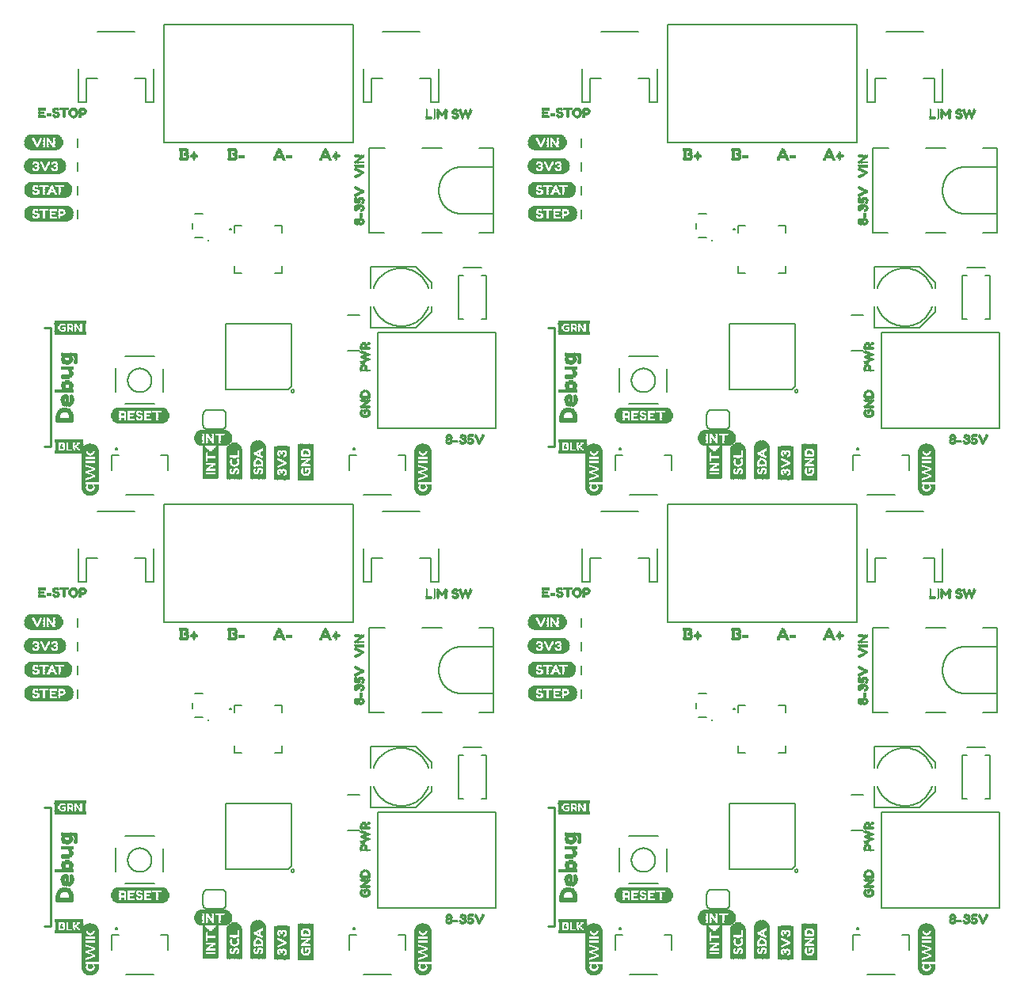
<source format=gto>
G75*
%MOIN*%
%OFA0B0*%
%FSLAX25Y25*%
%IPPOS*%
%LPD*%
%AMOC8*
5,1,8,0,0,1.08239X$1,22.5*
%
%ADD10C,0.01000*%
%ADD11C,0.00800*%
%ADD12R,0.12756X0.00157*%
%ADD13R,0.13701X0.00157*%
%ADD14R,0.14331X0.00157*%
%ADD15R,0.14961X0.00157*%
%ADD16R,0.15276X0.00157*%
%ADD17R,0.15591X0.00157*%
%ADD18R,0.15906X0.00157*%
%ADD19R,0.03780X0.00157*%
%ADD20R,0.07087X0.00157*%
%ADD21R,0.03465X0.00157*%
%ADD22R,0.01102X0.00157*%
%ADD23R,0.02362X0.00157*%
%ADD24R,0.03307X0.00157*%
%ADD25R,0.00787X0.00157*%
%ADD26R,0.00630X0.00157*%
%ADD27R,0.02047X0.00157*%
%ADD28R,0.03150X0.00157*%
%ADD29R,0.00472X0.00157*%
%ADD30R,0.01890X0.00157*%
%ADD31R,0.00315X0.00157*%
%ADD32R,0.01732X0.00157*%
%ADD33R,0.01575X0.00157*%
%ADD34R,0.01417X0.00157*%
%ADD35R,0.01260X0.00157*%
%ADD36R,0.04409X0.00157*%
%ADD37R,0.00945X0.00157*%
%ADD38R,0.03622X0.00157*%
%ADD39R,0.02205X0.00157*%
%ADD40R,0.05039X0.00157*%
%ADD41R,0.00157X0.00157*%
%ADD42R,0.02992X0.00157*%
%ADD43R,0.02520X0.00157*%
%ADD44R,0.00157X0.14331*%
%ADD45R,0.00157X0.02835*%
%ADD46R,0.00157X0.07087*%
%ADD47R,0.00157X0.02362*%
%ADD48R,0.00157X0.01102*%
%ADD49R,0.00157X0.02205*%
%ADD50R,0.00157X0.00787*%
%ADD51R,0.00157X0.02047*%
%ADD52R,0.00157X0.00630*%
%ADD53R,0.00157X0.01890*%
%ADD54R,0.00157X0.00472*%
%ADD55R,0.00157X0.00315*%
%ADD56R,0.00157X0.01732*%
%ADD57R,0.00157X0.01575*%
%ADD58R,0.00157X0.01417*%
%ADD59R,0.00157X0.01260*%
%ADD60R,0.00157X0.00945*%
%ADD61R,0.00157X0.03465*%
%ADD62R,0.00157X0.02992*%
%ADD63R,0.00157X0.02520*%
%ADD64R,0.00157X0.15276*%
%ADD65R,0.00157X0.03307*%
%ADD66R,0.00157X0.11024*%
%ADD67R,0.00157X0.02677*%
%ADD68R,0.00157X0.03150*%
%ADD69R,0.00157X0.12913*%
%ADD70R,0.00157X0.13386*%
%ADD71R,0.00157X0.13701*%
%ADD72R,0.00157X0.14016*%
%ADD73R,0.00157X0.14173*%
%ADD74R,0.00157X0.14488*%
%ADD75R,0.00157X0.04882*%
%ADD76R,0.00157X0.05039*%
%ADD77R,0.00157X0.05197*%
%ADD78R,0.00157X0.03622*%
%ADD79R,0.00157X0.13858*%
%ADD80R,0.00157X0.14646*%
%ADD81R,0.00157X0.14961*%
%ADD82R,0.00157X0.15118*%
%ADD83R,0.00157X0.15433*%
%ADD84R,0.00157X0.11969*%
%ADD85R,0.00157X0.04567*%
%ADD86R,0.00157X0.04409*%
%ADD87R,0.00157X0.04252*%
%ADD88R,0.00157X0.04094*%
%ADD89R,0.00157X0.03937*%
%ADD90R,0.00157X0.03780*%
%ADD91R,0.16850X0.00157*%
%ADD92R,0.17480X0.00157*%
%ADD93R,0.18110X0.00157*%
%ADD94R,0.18425X0.00157*%
%ADD95R,0.18740X0.00157*%
%ADD96R,0.19055X0.00157*%
%ADD97R,0.14803X0.00157*%
%ADD98R,0.02677X0.00157*%
%ADD99R,0.03937X0.00157*%
%ADD100R,0.04252X0.00157*%
%ADD101R,0.04882X0.00157*%
%ADD102R,0.05197X0.00157*%
%ADD103R,0.04094X0.00157*%
%ADD104R,0.05354X0.00157*%
%ADD105R,0.11496X0.00157*%
%ADD106R,0.12441X0.00157*%
%ADD107R,0.13071X0.00157*%
%ADD108R,0.14016X0.00157*%
%ADD109R,0.14646X0.00157*%
%ADD110R,0.02835X0.00157*%
%ADD111R,0.08661X0.00157*%
%ADD112R,0.16535X0.00157*%
%ADD113R,0.17165X0.00157*%
%ADD114R,0.17795X0.00157*%
%ADD115R,0.14173X0.00157*%
%ADD116R,0.04567X0.00157*%
%ADD117R,0.04724X0.00157*%
%ADD118R,0.11969X0.00157*%
%ADD119R,0.11969X0.00118*%
%ADD120R,0.09764X0.00118*%
%ADD121R,0.01929X0.00118*%
%ADD122R,0.01654X0.00157*%
%ADD123R,0.01496X0.00118*%
%ADD124R,0.00827X0.00118*%
%ADD125R,0.02087X0.00118*%
%ADD126R,0.00945X0.00118*%
%ADD127R,0.01496X0.00157*%
%ADD128R,0.00669X0.00157*%
%ADD129R,0.02087X0.00157*%
%ADD130R,0.00669X0.00118*%
%ADD131R,0.00551X0.00157*%
%ADD132R,0.00551X0.00118*%
%ADD133R,0.01772X0.00118*%
%ADD134R,0.00394X0.00157*%
%ADD135R,0.01929X0.00157*%
%ADD136R,0.00276X0.00118*%
%ADD137R,0.02047X0.00118*%
%ADD138R,0.00118X0.00157*%
%ADD139R,0.02323X0.00118*%
%ADD140R,0.02480X0.00157*%
%ADD141R,0.02598X0.00118*%
%ADD142R,0.00276X0.00157*%
%ADD143R,0.02756X0.00157*%
%ADD144R,0.00394X0.00118*%
%ADD145R,0.01102X0.00118*%
%ADD146R,0.00433X0.00118*%
%ADD147R,0.01654X0.00118*%
%ADD148R,0.00433X0.00157*%
%ADD149R,0.00827X0.00157*%
%ADD150R,0.01378X0.00118*%
%ADD151R,0.13110X0.00157*%
%ADD152R,0.13110X0.00118*%
%ADD153R,0.03031X0.00118*%
%ADD154R,0.09252X0.00118*%
%ADD155R,0.02638X0.00157*%
%ADD156R,0.02362X0.00118*%
%ADD157R,0.01260X0.00118*%
%ADD158R,0.01811X0.00118*%
%ADD159R,0.00984X0.00118*%
%ADD160R,0.01811X0.00157*%
%ADD161R,0.02480X0.00118*%
%ADD162R,0.02598X0.00157*%
%ADD163R,0.00709X0.00157*%
%ADD164R,0.02756X0.00118*%
%ADD165R,0.01535X0.00157*%
%ADD166R,0.00984X0.00157*%
%ADD167R,0.01535X0.00118*%
%ADD168R,0.00709X0.00118*%
%ADD169R,0.00157X0.00118*%
%ADD170R,0.01220X0.00157*%
%ADD171R,0.01220X0.00118*%
%ADD172C,0.00600*%
%ADD173C,0.00050*%
%ADD174R,0.00157X0.13543*%
%ADD175R,0.00157X0.13228*%
%ADD176R,0.20000X0.00157*%
%ADD177R,0.20630X0.00157*%
%ADD178R,0.21260X0.00157*%
%ADD179R,0.21890X0.00157*%
%ADD180R,0.22205X0.00157*%
%ADD181R,0.22520X0.00157*%
%ADD182R,0.22835X0.00157*%
%ADD183R,0.10866X0.00157*%
%ADD184R,0.11181X0.00157*%
%ADD185R,0.12126X0.00157*%
%ADD186R,0.13386X0.00157*%
%ADD187C,0.01000*%
%ADD188R,0.00197X0.00197*%
%ADD189R,0.00984X0.00197*%
%ADD190R,0.01181X0.00197*%
%ADD191R,0.01378X0.00197*%
%ADD192R,0.01575X0.00197*%
%ADD193R,0.01772X0.00197*%
%ADD194R,0.01969X0.00197*%
%ADD195R,0.02165X0.00197*%
%ADD196R,0.02362X0.00197*%
%ADD197R,0.02559X0.00197*%
%ADD198R,0.02756X0.00197*%
%ADD199R,0.02953X0.00197*%
%ADD200R,0.01575X0.00236*%
%ADD201R,0.01378X0.00236*%
%ADD202R,0.03937X0.00197*%
%ADD203R,0.04134X0.00197*%
%ADD204R,0.04331X0.00197*%
%ADD205R,0.04528X0.00197*%
%ADD206R,0.04724X0.00236*%
%ADD207R,0.02756X0.00236*%
%ADD208R,0.04921X0.00197*%
%ADD209R,0.01181X0.00236*%
%ADD210R,0.00787X0.00197*%
%ADD211R,0.00394X0.00197*%
%ADD212R,0.03346X0.00236*%
%ADD213R,0.03346X0.00197*%
%ADD214R,0.03150X0.00197*%
%ADD215R,0.04724X0.00197*%
%ADD216R,0.00787X0.00236*%
%ADD217R,0.03543X0.00197*%
%ADD218R,0.03740X0.00197*%
%ADD219R,0.02165X0.00236*%
%ADD220R,0.04134X0.00236*%
%ADD221R,0.03543X0.00236*%
%ADD222R,0.01969X0.00236*%
%ADD223R,0.00276X0.01102*%
%ADD224R,0.00276X0.02480*%
%ADD225R,0.00276X0.01654*%
%ADD226R,0.00315X0.04134*%
%ADD227R,0.00315X0.01654*%
%ADD228R,0.00276X0.04685*%
%ADD229R,0.00236X0.04961*%
%ADD230R,0.00236X0.01654*%
%ADD231R,0.00315X0.05236*%
%ADD232R,0.00276X0.05512*%
%ADD233R,0.00276X0.05787*%
%ADD234R,0.00236X0.01929*%
%ADD235R,0.00236X0.02756*%
%ADD236R,0.00236X0.00551*%
%ADD237R,0.00315X0.01929*%
%ADD238R,0.00315X0.02205*%
%ADD239R,0.00315X0.02756*%
%ADD240R,0.00315X0.01378*%
%ADD241R,0.00276X0.01929*%
%ADD242R,0.00276X0.03583*%
%ADD243R,0.00276X0.04134*%
%ADD244R,0.00276X0.04409*%
%ADD245R,0.00276X0.04961*%
%ADD246R,0.00276X0.05236*%
%ADD247R,0.00276X0.02205*%
%ADD248R,0.00236X0.05236*%
%ADD249R,0.00236X0.04685*%
%ADD250R,0.00236X0.04409*%
%ADD251R,0.00276X0.03858*%
%ADD252R,0.00236X0.03583*%
%ADD253R,0.00236X0.03031*%
%ADD254R,0.00236X0.01102*%
%ADD255R,0.00236X0.01378*%
%ADD256R,0.00276X0.01378*%
%ADD257R,0.00276X0.03031*%
D10*
X0048750Y0050500D02*
X0051250Y0050500D01*
X0051250Y0100500D01*
X0048750Y0100500D01*
X0048750Y0252500D02*
X0051250Y0252500D01*
X0051250Y0302500D01*
X0048750Y0302500D01*
X0260750Y0302500D02*
X0263250Y0302500D01*
X0263250Y0252500D01*
X0260750Y0252500D01*
X0260750Y0100500D02*
X0263250Y0100500D01*
X0263250Y0050500D01*
X0260750Y0050500D01*
D11*
X0288939Y0047122D02*
X0288939Y0040626D01*
X0288939Y0047122D02*
X0291892Y0047122D01*
X0290507Y0049681D02*
X0290509Y0049721D01*
X0290515Y0049760D01*
X0290525Y0049799D01*
X0290538Y0049836D01*
X0290556Y0049872D01*
X0290577Y0049906D01*
X0290601Y0049938D01*
X0290628Y0049967D01*
X0290658Y0049994D01*
X0290690Y0050017D01*
X0290725Y0050037D01*
X0290761Y0050053D01*
X0290799Y0050066D01*
X0290838Y0050075D01*
X0290877Y0050080D01*
X0290917Y0050081D01*
X0290957Y0050078D01*
X0290996Y0050071D01*
X0291034Y0050060D01*
X0291072Y0050046D01*
X0291107Y0050027D01*
X0291140Y0050006D01*
X0291172Y0049981D01*
X0291200Y0049953D01*
X0291226Y0049923D01*
X0291248Y0049890D01*
X0291267Y0049855D01*
X0291283Y0049818D01*
X0291295Y0049780D01*
X0291303Y0049741D01*
X0291307Y0049701D01*
X0291307Y0049661D01*
X0291303Y0049621D01*
X0291295Y0049582D01*
X0291283Y0049544D01*
X0291267Y0049507D01*
X0291248Y0049472D01*
X0291226Y0049439D01*
X0291200Y0049409D01*
X0291172Y0049381D01*
X0291140Y0049356D01*
X0291107Y0049335D01*
X0291072Y0049316D01*
X0291034Y0049302D01*
X0290996Y0049291D01*
X0290957Y0049284D01*
X0290917Y0049281D01*
X0290877Y0049282D01*
X0290838Y0049287D01*
X0290799Y0049296D01*
X0290761Y0049309D01*
X0290725Y0049325D01*
X0290690Y0049345D01*
X0290658Y0049368D01*
X0290628Y0049395D01*
X0290601Y0049424D01*
X0290577Y0049456D01*
X0290556Y0049490D01*
X0290538Y0049526D01*
X0290525Y0049563D01*
X0290515Y0049602D01*
X0290509Y0049641D01*
X0290507Y0049681D01*
X0309608Y0047122D02*
X0312561Y0047122D01*
X0312561Y0040626D01*
X0306656Y0030390D02*
X0294844Y0030390D01*
X0329250Y0058000D02*
X0335250Y0058000D01*
X0335333Y0058002D01*
X0335416Y0058008D01*
X0335499Y0058017D01*
X0335581Y0058031D01*
X0335662Y0058048D01*
X0335743Y0058069D01*
X0335822Y0058093D01*
X0335900Y0058122D01*
X0335977Y0058153D01*
X0336052Y0058189D01*
X0336126Y0058227D01*
X0336198Y0058270D01*
X0336267Y0058315D01*
X0336335Y0058364D01*
X0336400Y0058415D01*
X0336463Y0058470D01*
X0336523Y0058527D01*
X0336580Y0058587D01*
X0336635Y0058650D01*
X0336686Y0058715D01*
X0336735Y0058783D01*
X0336780Y0058852D01*
X0336823Y0058924D01*
X0336861Y0058998D01*
X0336897Y0059073D01*
X0336928Y0059150D01*
X0336957Y0059228D01*
X0336981Y0059307D01*
X0337002Y0059388D01*
X0337019Y0059469D01*
X0337033Y0059551D01*
X0337042Y0059634D01*
X0337048Y0059717D01*
X0337050Y0059800D01*
X0337050Y0064200D01*
X0337048Y0064283D01*
X0337042Y0064366D01*
X0337033Y0064449D01*
X0337019Y0064531D01*
X0337002Y0064612D01*
X0336981Y0064693D01*
X0336957Y0064772D01*
X0336928Y0064850D01*
X0336897Y0064927D01*
X0336861Y0065002D01*
X0336823Y0065076D01*
X0336780Y0065148D01*
X0336735Y0065217D01*
X0336686Y0065285D01*
X0336635Y0065350D01*
X0336580Y0065413D01*
X0336523Y0065473D01*
X0336463Y0065530D01*
X0336400Y0065585D01*
X0336335Y0065636D01*
X0336267Y0065685D01*
X0336198Y0065730D01*
X0336126Y0065773D01*
X0336052Y0065811D01*
X0335977Y0065847D01*
X0335900Y0065878D01*
X0335822Y0065907D01*
X0335743Y0065931D01*
X0335662Y0065952D01*
X0335581Y0065969D01*
X0335499Y0065983D01*
X0335416Y0065992D01*
X0335333Y0065998D01*
X0335250Y0066000D01*
X0329250Y0066000D01*
X0329167Y0065998D01*
X0329084Y0065992D01*
X0329001Y0065983D01*
X0328919Y0065969D01*
X0328838Y0065952D01*
X0328757Y0065931D01*
X0328678Y0065907D01*
X0328600Y0065878D01*
X0328523Y0065847D01*
X0328448Y0065811D01*
X0328374Y0065773D01*
X0328302Y0065730D01*
X0328233Y0065685D01*
X0328165Y0065636D01*
X0328100Y0065585D01*
X0328037Y0065530D01*
X0327977Y0065473D01*
X0327920Y0065413D01*
X0327865Y0065350D01*
X0327814Y0065285D01*
X0327765Y0065217D01*
X0327720Y0065148D01*
X0327677Y0065076D01*
X0327639Y0065002D01*
X0327603Y0064927D01*
X0327572Y0064850D01*
X0327543Y0064772D01*
X0327519Y0064693D01*
X0327498Y0064612D01*
X0327481Y0064531D01*
X0327467Y0064449D01*
X0327458Y0064366D01*
X0327452Y0064283D01*
X0327450Y0064200D01*
X0327450Y0059800D01*
X0327452Y0059717D01*
X0327458Y0059634D01*
X0327467Y0059551D01*
X0327481Y0059469D01*
X0327498Y0059388D01*
X0327519Y0059307D01*
X0327543Y0059228D01*
X0327572Y0059150D01*
X0327603Y0059073D01*
X0327639Y0058998D01*
X0327677Y0058924D01*
X0327720Y0058852D01*
X0327765Y0058783D01*
X0327814Y0058715D01*
X0327865Y0058650D01*
X0327920Y0058587D01*
X0327977Y0058527D01*
X0328037Y0058470D01*
X0328100Y0058415D01*
X0328165Y0058364D01*
X0328233Y0058315D01*
X0328302Y0058270D01*
X0328374Y0058227D01*
X0328448Y0058189D01*
X0328523Y0058153D01*
X0328600Y0058122D01*
X0328678Y0058093D01*
X0328757Y0058069D01*
X0328838Y0058048D01*
X0328919Y0058031D01*
X0329001Y0058017D01*
X0329084Y0058008D01*
X0329167Y0058002D01*
X0329250Y0058000D01*
X0336951Y0074701D02*
X0363152Y0074701D01*
X0364549Y0076098D01*
X0364549Y0102299D01*
X0336951Y0102299D01*
X0336951Y0074701D01*
X0310750Y0073618D02*
X0310750Y0083382D01*
X0306813Y0088500D02*
X0294687Y0088500D01*
X0290750Y0083500D02*
X0290750Y0073618D01*
X0294687Y0068500D02*
X0306813Y0068500D01*
X0295750Y0078500D02*
X0295752Y0078641D01*
X0295758Y0078782D01*
X0295768Y0078922D01*
X0295782Y0079062D01*
X0295800Y0079202D01*
X0295821Y0079341D01*
X0295847Y0079480D01*
X0295876Y0079618D01*
X0295910Y0079754D01*
X0295947Y0079890D01*
X0295988Y0080025D01*
X0296033Y0080159D01*
X0296082Y0080291D01*
X0296134Y0080422D01*
X0296190Y0080551D01*
X0296250Y0080678D01*
X0296313Y0080804D01*
X0296379Y0080928D01*
X0296450Y0081051D01*
X0296523Y0081171D01*
X0296600Y0081289D01*
X0296680Y0081405D01*
X0296764Y0081518D01*
X0296850Y0081629D01*
X0296940Y0081738D01*
X0297033Y0081844D01*
X0297128Y0081947D01*
X0297227Y0082048D01*
X0297328Y0082146D01*
X0297432Y0082241D01*
X0297539Y0082333D01*
X0297648Y0082422D01*
X0297760Y0082507D01*
X0297874Y0082590D01*
X0297990Y0082670D01*
X0298109Y0082746D01*
X0298230Y0082818D01*
X0298352Y0082888D01*
X0298477Y0082953D01*
X0298603Y0083016D01*
X0298731Y0083074D01*
X0298861Y0083129D01*
X0298992Y0083181D01*
X0299125Y0083228D01*
X0299259Y0083272D01*
X0299394Y0083313D01*
X0299530Y0083349D01*
X0299667Y0083381D01*
X0299805Y0083410D01*
X0299943Y0083435D01*
X0300083Y0083455D01*
X0300223Y0083472D01*
X0300363Y0083485D01*
X0300504Y0083494D01*
X0300644Y0083499D01*
X0300785Y0083500D01*
X0300926Y0083497D01*
X0301067Y0083490D01*
X0301207Y0083479D01*
X0301347Y0083464D01*
X0301487Y0083445D01*
X0301626Y0083423D01*
X0301764Y0083396D01*
X0301902Y0083366D01*
X0302038Y0083331D01*
X0302174Y0083293D01*
X0302308Y0083251D01*
X0302442Y0083205D01*
X0302574Y0083156D01*
X0302704Y0083102D01*
X0302833Y0083045D01*
X0302960Y0082985D01*
X0303086Y0082921D01*
X0303209Y0082853D01*
X0303331Y0082782D01*
X0303451Y0082708D01*
X0303568Y0082630D01*
X0303683Y0082549D01*
X0303796Y0082465D01*
X0303907Y0082378D01*
X0304015Y0082287D01*
X0304120Y0082194D01*
X0304223Y0082097D01*
X0304323Y0081998D01*
X0304420Y0081896D01*
X0304514Y0081791D01*
X0304605Y0081684D01*
X0304693Y0081574D01*
X0304778Y0081462D01*
X0304860Y0081347D01*
X0304939Y0081230D01*
X0305014Y0081111D01*
X0305086Y0080990D01*
X0305154Y0080867D01*
X0305219Y0080742D01*
X0305281Y0080615D01*
X0305338Y0080486D01*
X0305393Y0080356D01*
X0305443Y0080225D01*
X0305490Y0080092D01*
X0305533Y0079958D01*
X0305572Y0079822D01*
X0305607Y0079686D01*
X0305639Y0079549D01*
X0305666Y0079411D01*
X0305690Y0079272D01*
X0305710Y0079132D01*
X0305726Y0078992D01*
X0305738Y0078852D01*
X0305746Y0078711D01*
X0305750Y0078570D01*
X0305750Y0078430D01*
X0305746Y0078289D01*
X0305738Y0078148D01*
X0305726Y0078008D01*
X0305710Y0077868D01*
X0305690Y0077728D01*
X0305666Y0077589D01*
X0305639Y0077451D01*
X0305607Y0077314D01*
X0305572Y0077178D01*
X0305533Y0077042D01*
X0305490Y0076908D01*
X0305443Y0076775D01*
X0305393Y0076644D01*
X0305338Y0076514D01*
X0305281Y0076385D01*
X0305219Y0076258D01*
X0305154Y0076133D01*
X0305086Y0076010D01*
X0305014Y0075889D01*
X0304939Y0075770D01*
X0304860Y0075653D01*
X0304778Y0075538D01*
X0304693Y0075426D01*
X0304605Y0075316D01*
X0304514Y0075209D01*
X0304420Y0075104D01*
X0304323Y0075002D01*
X0304223Y0074903D01*
X0304120Y0074806D01*
X0304015Y0074713D01*
X0303907Y0074622D01*
X0303796Y0074535D01*
X0303683Y0074451D01*
X0303568Y0074370D01*
X0303451Y0074292D01*
X0303331Y0074218D01*
X0303209Y0074147D01*
X0303086Y0074079D01*
X0302960Y0074015D01*
X0302833Y0073955D01*
X0302704Y0073898D01*
X0302574Y0073844D01*
X0302442Y0073795D01*
X0302308Y0073749D01*
X0302174Y0073707D01*
X0302038Y0073669D01*
X0301902Y0073634D01*
X0301764Y0073604D01*
X0301626Y0073577D01*
X0301487Y0073555D01*
X0301347Y0073536D01*
X0301207Y0073521D01*
X0301067Y0073510D01*
X0300926Y0073503D01*
X0300785Y0073500D01*
X0300644Y0073501D01*
X0300504Y0073506D01*
X0300363Y0073515D01*
X0300223Y0073528D01*
X0300083Y0073545D01*
X0299943Y0073565D01*
X0299805Y0073590D01*
X0299667Y0073619D01*
X0299530Y0073651D01*
X0299394Y0073687D01*
X0299259Y0073728D01*
X0299125Y0073772D01*
X0298992Y0073819D01*
X0298861Y0073871D01*
X0298731Y0073926D01*
X0298603Y0073984D01*
X0298477Y0074047D01*
X0298352Y0074112D01*
X0298230Y0074182D01*
X0298109Y0074254D01*
X0297990Y0074330D01*
X0297874Y0074410D01*
X0297760Y0074493D01*
X0297648Y0074578D01*
X0297539Y0074667D01*
X0297432Y0074759D01*
X0297328Y0074854D01*
X0297227Y0074952D01*
X0297128Y0075053D01*
X0297033Y0075156D01*
X0296940Y0075262D01*
X0296850Y0075371D01*
X0296764Y0075482D01*
X0296680Y0075595D01*
X0296600Y0075711D01*
X0296523Y0075829D01*
X0296450Y0075949D01*
X0296379Y0076072D01*
X0296313Y0076196D01*
X0296250Y0076322D01*
X0296190Y0076449D01*
X0296134Y0076578D01*
X0296082Y0076709D01*
X0296033Y0076841D01*
X0295988Y0076975D01*
X0295947Y0077110D01*
X0295910Y0077246D01*
X0295876Y0077382D01*
X0295847Y0077520D01*
X0295821Y0077659D01*
X0295800Y0077798D01*
X0295782Y0077938D01*
X0295768Y0078078D01*
X0295758Y0078218D01*
X0295752Y0078359D01*
X0295750Y0078500D01*
X0340750Y0123500D02*
X0343750Y0123500D01*
X0340750Y0123500D02*
X0340750Y0126500D01*
X0340750Y0140500D02*
X0340750Y0143500D01*
X0343750Y0143500D01*
X0338639Y0142161D02*
X0338641Y0142195D01*
X0338647Y0142229D01*
X0338656Y0142262D01*
X0338670Y0142293D01*
X0338687Y0142323D01*
X0338707Y0142351D01*
X0338730Y0142376D01*
X0338756Y0142399D01*
X0338784Y0142418D01*
X0338814Y0142434D01*
X0338846Y0142446D01*
X0338879Y0142455D01*
X0338913Y0142460D01*
X0338948Y0142461D01*
X0338982Y0142458D01*
X0339015Y0142451D01*
X0339048Y0142441D01*
X0339079Y0142426D01*
X0339108Y0142409D01*
X0339135Y0142388D01*
X0339160Y0142364D01*
X0339182Y0142337D01*
X0339200Y0142309D01*
X0339215Y0142278D01*
X0339227Y0142246D01*
X0339235Y0142212D01*
X0339239Y0142178D01*
X0339239Y0142144D01*
X0339235Y0142110D01*
X0339227Y0142076D01*
X0339215Y0142044D01*
X0339200Y0142013D01*
X0339182Y0141985D01*
X0339160Y0141958D01*
X0339135Y0141934D01*
X0339108Y0141913D01*
X0339079Y0141896D01*
X0339048Y0141881D01*
X0339015Y0141871D01*
X0338982Y0141864D01*
X0338948Y0141861D01*
X0338913Y0141862D01*
X0338879Y0141867D01*
X0338846Y0141876D01*
X0338814Y0141888D01*
X0338784Y0141904D01*
X0338756Y0141923D01*
X0338730Y0141946D01*
X0338707Y0141971D01*
X0338687Y0141999D01*
X0338670Y0142029D01*
X0338656Y0142060D01*
X0338647Y0142093D01*
X0338641Y0142127D01*
X0338639Y0142161D01*
X0327441Y0138500D02*
X0324059Y0138500D01*
X0322959Y0142443D02*
X0322959Y0144557D01*
X0324059Y0148500D02*
X0327441Y0148500D01*
X0357750Y0143500D02*
X0360750Y0143500D01*
X0360750Y0143343D02*
X0360750Y0140500D01*
X0360750Y0126500D02*
X0360750Y0123500D01*
X0357750Y0123500D01*
X0388151Y0105867D02*
X0393269Y0105867D01*
X0397955Y0109760D02*
X0397955Y0100705D01*
X0416852Y0100705D01*
X0423545Y0107398D01*
X0423545Y0109760D01*
X0423545Y0117240D02*
X0423545Y0119602D01*
X0416852Y0126295D01*
X0397955Y0126295D01*
X0397955Y0117240D01*
X0399135Y0109760D02*
X0399230Y0109477D01*
X0399332Y0109196D01*
X0399441Y0108919D01*
X0399556Y0108643D01*
X0399678Y0108371D01*
X0399807Y0108102D01*
X0399942Y0107836D01*
X0400084Y0107574D01*
X0400232Y0107315D01*
X0400386Y0107059D01*
X0400547Y0106808D01*
X0400714Y0106560D01*
X0400886Y0106317D01*
X0401065Y0106078D01*
X0401249Y0105843D01*
X0401439Y0105613D01*
X0401635Y0105388D01*
X0401836Y0105168D01*
X0402042Y0104952D01*
X0402254Y0104742D01*
X0402470Y0104537D01*
X0402692Y0104337D01*
X0402919Y0104143D01*
X0403150Y0103954D01*
X0403385Y0103771D01*
X0403625Y0103594D01*
X0403870Y0103423D01*
X0404118Y0103258D01*
X0404371Y0103099D01*
X0404627Y0102946D01*
X0404887Y0102799D01*
X0405150Y0102659D01*
X0405417Y0102525D01*
X0405687Y0102398D01*
X0405960Y0102278D01*
X0406235Y0102164D01*
X0406514Y0102057D01*
X0406795Y0101957D01*
X0407078Y0101864D01*
X0407364Y0101777D01*
X0407652Y0101698D01*
X0407941Y0101626D01*
X0408232Y0101561D01*
X0408525Y0101503D01*
X0408819Y0101452D01*
X0409114Y0101408D01*
X0409410Y0101372D01*
X0409707Y0101343D01*
X0410005Y0101321D01*
X0410303Y0101306D01*
X0410601Y0101299D01*
X0410899Y0101299D01*
X0411197Y0101306D01*
X0411495Y0101321D01*
X0411793Y0101343D01*
X0412090Y0101372D01*
X0412386Y0101408D01*
X0412681Y0101452D01*
X0412975Y0101503D01*
X0413268Y0101561D01*
X0413559Y0101626D01*
X0413848Y0101698D01*
X0414136Y0101777D01*
X0414422Y0101864D01*
X0414705Y0101957D01*
X0414986Y0102057D01*
X0415265Y0102164D01*
X0415540Y0102278D01*
X0415813Y0102398D01*
X0416083Y0102525D01*
X0416350Y0102659D01*
X0416613Y0102799D01*
X0416873Y0102946D01*
X0417129Y0103099D01*
X0417382Y0103258D01*
X0417630Y0103423D01*
X0417875Y0103594D01*
X0418115Y0103771D01*
X0418350Y0103954D01*
X0418581Y0104143D01*
X0418808Y0104337D01*
X0419030Y0104537D01*
X0419246Y0104742D01*
X0419458Y0104952D01*
X0419664Y0105168D01*
X0419865Y0105388D01*
X0420061Y0105613D01*
X0420251Y0105843D01*
X0420435Y0106078D01*
X0420614Y0106317D01*
X0420786Y0106560D01*
X0420953Y0106808D01*
X0421114Y0107059D01*
X0421268Y0107315D01*
X0421416Y0107574D01*
X0421558Y0107836D01*
X0421693Y0108102D01*
X0421822Y0108371D01*
X0421944Y0108643D01*
X0422059Y0108919D01*
X0422168Y0109196D01*
X0422270Y0109477D01*
X0422365Y0109760D01*
X0422365Y0117240D02*
X0422270Y0117523D01*
X0422168Y0117804D01*
X0422059Y0118081D01*
X0421944Y0118357D01*
X0421822Y0118629D01*
X0421693Y0118898D01*
X0421558Y0119164D01*
X0421416Y0119426D01*
X0421268Y0119685D01*
X0421114Y0119941D01*
X0420953Y0120192D01*
X0420786Y0120440D01*
X0420614Y0120683D01*
X0420435Y0120922D01*
X0420251Y0121157D01*
X0420061Y0121387D01*
X0419865Y0121612D01*
X0419664Y0121832D01*
X0419458Y0122048D01*
X0419246Y0122258D01*
X0419030Y0122463D01*
X0418808Y0122663D01*
X0418581Y0122857D01*
X0418350Y0123046D01*
X0418115Y0123229D01*
X0417875Y0123406D01*
X0417630Y0123577D01*
X0417382Y0123742D01*
X0417129Y0123901D01*
X0416873Y0124054D01*
X0416613Y0124201D01*
X0416350Y0124341D01*
X0416083Y0124475D01*
X0415813Y0124602D01*
X0415540Y0124722D01*
X0415265Y0124836D01*
X0414986Y0124943D01*
X0414705Y0125043D01*
X0414422Y0125136D01*
X0414136Y0125223D01*
X0413848Y0125302D01*
X0413559Y0125374D01*
X0413268Y0125439D01*
X0412975Y0125497D01*
X0412681Y0125548D01*
X0412386Y0125592D01*
X0412090Y0125628D01*
X0411793Y0125657D01*
X0411495Y0125679D01*
X0411197Y0125694D01*
X0410899Y0125701D01*
X0410601Y0125701D01*
X0410303Y0125694D01*
X0410005Y0125679D01*
X0409707Y0125657D01*
X0409410Y0125628D01*
X0409114Y0125592D01*
X0408819Y0125548D01*
X0408525Y0125497D01*
X0408232Y0125439D01*
X0407941Y0125374D01*
X0407652Y0125302D01*
X0407364Y0125223D01*
X0407078Y0125136D01*
X0406795Y0125043D01*
X0406514Y0124943D01*
X0406235Y0124836D01*
X0405960Y0124722D01*
X0405687Y0124602D01*
X0405417Y0124475D01*
X0405150Y0124341D01*
X0404887Y0124201D01*
X0404627Y0124054D01*
X0404371Y0123901D01*
X0404118Y0123742D01*
X0403870Y0123577D01*
X0403625Y0123406D01*
X0403385Y0123229D01*
X0403150Y0123046D01*
X0402919Y0122857D01*
X0402692Y0122663D01*
X0402470Y0122463D01*
X0402254Y0122258D01*
X0402042Y0122048D01*
X0401836Y0121832D01*
X0401635Y0121612D01*
X0401439Y0121387D01*
X0401249Y0121157D01*
X0401065Y0120922D01*
X0400886Y0120683D01*
X0400714Y0120440D01*
X0400547Y0120192D01*
X0400386Y0119941D01*
X0400232Y0119685D01*
X0400084Y0119426D01*
X0399942Y0119164D01*
X0399807Y0118898D01*
X0399678Y0118629D01*
X0399556Y0118357D01*
X0399441Y0118081D01*
X0399332Y0117804D01*
X0399230Y0117523D01*
X0399135Y0117240D01*
X0397167Y0140783D02*
X0403467Y0140783D01*
X0397167Y0140783D02*
X0397167Y0176217D01*
X0403860Y0176217D01*
X0419608Y0176217D02*
X0427876Y0176217D01*
X0435750Y0168343D02*
X0449530Y0168343D01*
X0449530Y0176217D01*
X0443624Y0176217D01*
X0449530Y0168343D02*
X0449530Y0148657D01*
X0435750Y0148657D01*
X0435522Y0148670D01*
X0435295Y0148689D01*
X0435068Y0148713D01*
X0434842Y0148742D01*
X0434617Y0148777D01*
X0434393Y0148817D01*
X0434170Y0148863D01*
X0433947Y0148914D01*
X0433727Y0148970D01*
X0433507Y0149032D01*
X0433289Y0149099D01*
X0433073Y0149171D01*
X0432859Y0149249D01*
X0432647Y0149331D01*
X0432436Y0149419D01*
X0432228Y0149512D01*
X0432022Y0149610D01*
X0431819Y0149712D01*
X0431618Y0149820D01*
X0431420Y0149932D01*
X0431224Y0150050D01*
X0431032Y0150171D01*
X0430842Y0150298D01*
X0430655Y0150429D01*
X0430472Y0150564D01*
X0430292Y0150704D01*
X0430116Y0150849D01*
X0429943Y0150997D01*
X0429774Y0151150D01*
X0429608Y0151306D01*
X0429446Y0151467D01*
X0429288Y0151631D01*
X0429135Y0151799D01*
X0428985Y0151971D01*
X0428839Y0152147D01*
X0428698Y0152326D01*
X0428561Y0152508D01*
X0428429Y0152693D01*
X0428301Y0152882D01*
X0428178Y0153074D01*
X0428059Y0153268D01*
X0427945Y0153466D01*
X0427836Y0153666D01*
X0427732Y0153868D01*
X0427633Y0154074D01*
X0427539Y0154281D01*
X0427449Y0154491D01*
X0427365Y0154703D01*
X0427286Y0154916D01*
X0427212Y0155132D01*
X0427144Y0155349D01*
X0427080Y0155568D01*
X0427022Y0155789D01*
X0426970Y0156010D01*
X0426922Y0156233D01*
X0426880Y0156457D01*
X0426844Y0156682D01*
X0426813Y0156908D01*
X0426787Y0157135D01*
X0426767Y0157362D01*
X0426753Y0157589D01*
X0426744Y0157817D01*
X0426740Y0158045D01*
X0426742Y0158272D01*
X0426749Y0158500D01*
X0426742Y0158728D01*
X0426740Y0158955D01*
X0426744Y0159183D01*
X0426753Y0159411D01*
X0426767Y0159638D01*
X0426787Y0159865D01*
X0426813Y0160092D01*
X0426844Y0160318D01*
X0426880Y0160543D01*
X0426922Y0160767D01*
X0426970Y0160990D01*
X0427022Y0161211D01*
X0427080Y0161432D01*
X0427144Y0161651D01*
X0427212Y0161868D01*
X0427286Y0162084D01*
X0427365Y0162297D01*
X0427449Y0162509D01*
X0427539Y0162719D01*
X0427633Y0162926D01*
X0427732Y0163132D01*
X0427836Y0163334D01*
X0427945Y0163534D01*
X0428059Y0163732D01*
X0428178Y0163926D01*
X0428301Y0164118D01*
X0428429Y0164307D01*
X0428561Y0164492D01*
X0428698Y0164674D01*
X0428839Y0164853D01*
X0428985Y0165029D01*
X0429135Y0165201D01*
X0429288Y0165369D01*
X0429446Y0165533D01*
X0429608Y0165694D01*
X0429774Y0165850D01*
X0429943Y0166003D01*
X0430116Y0166151D01*
X0430292Y0166296D01*
X0430472Y0166436D01*
X0430655Y0166571D01*
X0430842Y0166702D01*
X0431032Y0166829D01*
X0431224Y0166950D01*
X0431420Y0167068D01*
X0431618Y0167180D01*
X0431819Y0167288D01*
X0432022Y0167390D01*
X0432228Y0167488D01*
X0432436Y0167581D01*
X0432647Y0167669D01*
X0432859Y0167751D01*
X0433073Y0167829D01*
X0433289Y0167901D01*
X0433507Y0167968D01*
X0433727Y0168030D01*
X0433947Y0168086D01*
X0434170Y0168137D01*
X0434393Y0168183D01*
X0434617Y0168223D01*
X0434842Y0168258D01*
X0435068Y0168287D01*
X0435295Y0168311D01*
X0435522Y0168330D01*
X0435750Y0168343D01*
X0449530Y0148657D02*
X0449530Y0140783D01*
X0443624Y0140783D01*
X0444687Y0126000D02*
X0436813Y0126000D01*
X0436813Y0122555D02*
X0435041Y0122555D01*
X0435041Y0104445D01*
X0436813Y0104445D01*
X0444687Y0104445D02*
X0446459Y0104445D01*
X0446459Y0122555D01*
X0444687Y0122555D01*
X0427876Y0140783D02*
X0419608Y0140783D01*
X0393269Y0091103D02*
X0388151Y0091103D01*
X0364550Y0074000D02*
X0364552Y0074049D01*
X0364558Y0074097D01*
X0364568Y0074145D01*
X0364582Y0074192D01*
X0364599Y0074238D01*
X0364620Y0074282D01*
X0364645Y0074324D01*
X0364673Y0074364D01*
X0364705Y0074402D01*
X0364739Y0074437D01*
X0364776Y0074469D01*
X0364815Y0074498D01*
X0364857Y0074524D01*
X0364901Y0074546D01*
X0364946Y0074564D01*
X0364993Y0074579D01*
X0365040Y0074590D01*
X0365089Y0074597D01*
X0365138Y0074600D01*
X0365187Y0074599D01*
X0365235Y0074594D01*
X0365284Y0074585D01*
X0365331Y0074572D01*
X0365377Y0074555D01*
X0365421Y0074535D01*
X0365464Y0074511D01*
X0365505Y0074484D01*
X0365543Y0074453D01*
X0365579Y0074420D01*
X0365611Y0074384D01*
X0365641Y0074345D01*
X0365668Y0074304D01*
X0365691Y0074260D01*
X0365710Y0074215D01*
X0365726Y0074169D01*
X0365738Y0074122D01*
X0365746Y0074073D01*
X0365750Y0074024D01*
X0365750Y0073976D01*
X0365746Y0073927D01*
X0365738Y0073878D01*
X0365726Y0073831D01*
X0365710Y0073785D01*
X0365691Y0073740D01*
X0365668Y0073696D01*
X0365641Y0073655D01*
X0365611Y0073616D01*
X0365579Y0073580D01*
X0365543Y0073547D01*
X0365505Y0073516D01*
X0365464Y0073489D01*
X0365421Y0073465D01*
X0365377Y0073445D01*
X0365331Y0073428D01*
X0365284Y0073415D01*
X0365235Y0073406D01*
X0365187Y0073401D01*
X0365138Y0073400D01*
X0365089Y0073403D01*
X0365040Y0073410D01*
X0364993Y0073421D01*
X0364946Y0073436D01*
X0364901Y0073454D01*
X0364857Y0073476D01*
X0364815Y0073502D01*
X0364776Y0073531D01*
X0364739Y0073563D01*
X0364705Y0073598D01*
X0364673Y0073636D01*
X0364645Y0073676D01*
X0364620Y0073718D01*
X0364599Y0073762D01*
X0364582Y0073808D01*
X0364568Y0073855D01*
X0364558Y0073903D01*
X0364552Y0073951D01*
X0364550Y0074000D01*
X0390507Y0049681D02*
X0390509Y0049721D01*
X0390515Y0049760D01*
X0390525Y0049799D01*
X0390538Y0049836D01*
X0390556Y0049872D01*
X0390577Y0049906D01*
X0390601Y0049938D01*
X0390628Y0049967D01*
X0390658Y0049994D01*
X0390690Y0050017D01*
X0390725Y0050037D01*
X0390761Y0050053D01*
X0390799Y0050066D01*
X0390838Y0050075D01*
X0390877Y0050080D01*
X0390917Y0050081D01*
X0390957Y0050078D01*
X0390996Y0050071D01*
X0391034Y0050060D01*
X0391072Y0050046D01*
X0391107Y0050027D01*
X0391140Y0050006D01*
X0391172Y0049981D01*
X0391200Y0049953D01*
X0391226Y0049923D01*
X0391248Y0049890D01*
X0391267Y0049855D01*
X0391283Y0049818D01*
X0391295Y0049780D01*
X0391303Y0049741D01*
X0391307Y0049701D01*
X0391307Y0049661D01*
X0391303Y0049621D01*
X0391295Y0049582D01*
X0391283Y0049544D01*
X0391267Y0049507D01*
X0391248Y0049472D01*
X0391226Y0049439D01*
X0391200Y0049409D01*
X0391172Y0049381D01*
X0391140Y0049356D01*
X0391107Y0049335D01*
X0391072Y0049316D01*
X0391034Y0049302D01*
X0390996Y0049291D01*
X0390957Y0049284D01*
X0390917Y0049281D01*
X0390877Y0049282D01*
X0390838Y0049287D01*
X0390799Y0049296D01*
X0390761Y0049309D01*
X0390725Y0049325D01*
X0390690Y0049345D01*
X0390658Y0049368D01*
X0390628Y0049395D01*
X0390601Y0049424D01*
X0390577Y0049456D01*
X0390556Y0049490D01*
X0390538Y0049526D01*
X0390525Y0049563D01*
X0390515Y0049602D01*
X0390509Y0049641D01*
X0390507Y0049681D01*
X0391892Y0047122D02*
X0388939Y0047122D01*
X0388939Y0040626D01*
X0394844Y0030390D02*
X0406656Y0030390D01*
X0412561Y0040626D02*
X0412561Y0047122D01*
X0409608Y0047122D01*
X0274500Y0146625D02*
X0274500Y0150375D01*
X0274500Y0156625D02*
X0274500Y0160375D01*
X0274500Y0166625D02*
X0274500Y0170375D01*
X0274500Y0176625D02*
X0274500Y0180375D01*
X0275002Y0195783D02*
X0278152Y0195783D01*
X0278152Y0205626D01*
X0282876Y0205626D01*
X0275002Y0209563D02*
X0275002Y0195783D01*
X0298624Y0205626D02*
X0303348Y0205626D01*
X0303348Y0195783D01*
X0306498Y0195783D01*
X0306498Y0209563D01*
X0298624Y0225311D02*
X0282876Y0225311D01*
X0294844Y0232390D02*
X0306656Y0232390D01*
X0312561Y0242626D02*
X0312561Y0249122D01*
X0309608Y0249122D01*
X0291892Y0249122D02*
X0288939Y0249122D01*
X0288939Y0242626D01*
X0290507Y0251681D02*
X0290509Y0251721D01*
X0290515Y0251760D01*
X0290525Y0251799D01*
X0290538Y0251836D01*
X0290556Y0251872D01*
X0290577Y0251906D01*
X0290601Y0251938D01*
X0290628Y0251967D01*
X0290658Y0251994D01*
X0290690Y0252017D01*
X0290725Y0252037D01*
X0290761Y0252053D01*
X0290799Y0252066D01*
X0290838Y0252075D01*
X0290877Y0252080D01*
X0290917Y0252081D01*
X0290957Y0252078D01*
X0290996Y0252071D01*
X0291034Y0252060D01*
X0291072Y0252046D01*
X0291107Y0252027D01*
X0291140Y0252006D01*
X0291172Y0251981D01*
X0291200Y0251953D01*
X0291226Y0251923D01*
X0291248Y0251890D01*
X0291267Y0251855D01*
X0291283Y0251818D01*
X0291295Y0251780D01*
X0291303Y0251741D01*
X0291307Y0251701D01*
X0291307Y0251661D01*
X0291303Y0251621D01*
X0291295Y0251582D01*
X0291283Y0251544D01*
X0291267Y0251507D01*
X0291248Y0251472D01*
X0291226Y0251439D01*
X0291200Y0251409D01*
X0291172Y0251381D01*
X0291140Y0251356D01*
X0291107Y0251335D01*
X0291072Y0251316D01*
X0291034Y0251302D01*
X0290996Y0251291D01*
X0290957Y0251284D01*
X0290917Y0251281D01*
X0290877Y0251282D01*
X0290838Y0251287D01*
X0290799Y0251296D01*
X0290761Y0251309D01*
X0290725Y0251325D01*
X0290690Y0251345D01*
X0290658Y0251368D01*
X0290628Y0251395D01*
X0290601Y0251424D01*
X0290577Y0251456D01*
X0290556Y0251490D01*
X0290538Y0251526D01*
X0290525Y0251563D01*
X0290515Y0251602D01*
X0290509Y0251641D01*
X0290507Y0251681D01*
X0294687Y0270500D02*
X0306813Y0270500D01*
X0310750Y0275618D02*
X0310750Y0285382D01*
X0306813Y0290500D02*
X0294687Y0290500D01*
X0290750Y0285500D02*
X0290750Y0275618D01*
X0295750Y0280500D02*
X0295752Y0280641D01*
X0295758Y0280782D01*
X0295768Y0280922D01*
X0295782Y0281062D01*
X0295800Y0281202D01*
X0295821Y0281341D01*
X0295847Y0281480D01*
X0295876Y0281618D01*
X0295910Y0281754D01*
X0295947Y0281890D01*
X0295988Y0282025D01*
X0296033Y0282159D01*
X0296082Y0282291D01*
X0296134Y0282422D01*
X0296190Y0282551D01*
X0296250Y0282678D01*
X0296313Y0282804D01*
X0296379Y0282928D01*
X0296450Y0283051D01*
X0296523Y0283171D01*
X0296600Y0283289D01*
X0296680Y0283405D01*
X0296764Y0283518D01*
X0296850Y0283629D01*
X0296940Y0283738D01*
X0297033Y0283844D01*
X0297128Y0283947D01*
X0297227Y0284048D01*
X0297328Y0284146D01*
X0297432Y0284241D01*
X0297539Y0284333D01*
X0297648Y0284422D01*
X0297760Y0284507D01*
X0297874Y0284590D01*
X0297990Y0284670D01*
X0298109Y0284746D01*
X0298230Y0284818D01*
X0298352Y0284888D01*
X0298477Y0284953D01*
X0298603Y0285016D01*
X0298731Y0285074D01*
X0298861Y0285129D01*
X0298992Y0285181D01*
X0299125Y0285228D01*
X0299259Y0285272D01*
X0299394Y0285313D01*
X0299530Y0285349D01*
X0299667Y0285381D01*
X0299805Y0285410D01*
X0299943Y0285435D01*
X0300083Y0285455D01*
X0300223Y0285472D01*
X0300363Y0285485D01*
X0300504Y0285494D01*
X0300644Y0285499D01*
X0300785Y0285500D01*
X0300926Y0285497D01*
X0301067Y0285490D01*
X0301207Y0285479D01*
X0301347Y0285464D01*
X0301487Y0285445D01*
X0301626Y0285423D01*
X0301764Y0285396D01*
X0301902Y0285366D01*
X0302038Y0285331D01*
X0302174Y0285293D01*
X0302308Y0285251D01*
X0302442Y0285205D01*
X0302574Y0285156D01*
X0302704Y0285102D01*
X0302833Y0285045D01*
X0302960Y0284985D01*
X0303086Y0284921D01*
X0303209Y0284853D01*
X0303331Y0284782D01*
X0303451Y0284708D01*
X0303568Y0284630D01*
X0303683Y0284549D01*
X0303796Y0284465D01*
X0303907Y0284378D01*
X0304015Y0284287D01*
X0304120Y0284194D01*
X0304223Y0284097D01*
X0304323Y0283998D01*
X0304420Y0283896D01*
X0304514Y0283791D01*
X0304605Y0283684D01*
X0304693Y0283574D01*
X0304778Y0283462D01*
X0304860Y0283347D01*
X0304939Y0283230D01*
X0305014Y0283111D01*
X0305086Y0282990D01*
X0305154Y0282867D01*
X0305219Y0282742D01*
X0305281Y0282615D01*
X0305338Y0282486D01*
X0305393Y0282356D01*
X0305443Y0282225D01*
X0305490Y0282092D01*
X0305533Y0281958D01*
X0305572Y0281822D01*
X0305607Y0281686D01*
X0305639Y0281549D01*
X0305666Y0281411D01*
X0305690Y0281272D01*
X0305710Y0281132D01*
X0305726Y0280992D01*
X0305738Y0280852D01*
X0305746Y0280711D01*
X0305750Y0280570D01*
X0305750Y0280430D01*
X0305746Y0280289D01*
X0305738Y0280148D01*
X0305726Y0280008D01*
X0305710Y0279868D01*
X0305690Y0279728D01*
X0305666Y0279589D01*
X0305639Y0279451D01*
X0305607Y0279314D01*
X0305572Y0279178D01*
X0305533Y0279042D01*
X0305490Y0278908D01*
X0305443Y0278775D01*
X0305393Y0278644D01*
X0305338Y0278514D01*
X0305281Y0278385D01*
X0305219Y0278258D01*
X0305154Y0278133D01*
X0305086Y0278010D01*
X0305014Y0277889D01*
X0304939Y0277770D01*
X0304860Y0277653D01*
X0304778Y0277538D01*
X0304693Y0277426D01*
X0304605Y0277316D01*
X0304514Y0277209D01*
X0304420Y0277104D01*
X0304323Y0277002D01*
X0304223Y0276903D01*
X0304120Y0276806D01*
X0304015Y0276713D01*
X0303907Y0276622D01*
X0303796Y0276535D01*
X0303683Y0276451D01*
X0303568Y0276370D01*
X0303451Y0276292D01*
X0303331Y0276218D01*
X0303209Y0276147D01*
X0303086Y0276079D01*
X0302960Y0276015D01*
X0302833Y0275955D01*
X0302704Y0275898D01*
X0302574Y0275844D01*
X0302442Y0275795D01*
X0302308Y0275749D01*
X0302174Y0275707D01*
X0302038Y0275669D01*
X0301902Y0275634D01*
X0301764Y0275604D01*
X0301626Y0275577D01*
X0301487Y0275555D01*
X0301347Y0275536D01*
X0301207Y0275521D01*
X0301067Y0275510D01*
X0300926Y0275503D01*
X0300785Y0275500D01*
X0300644Y0275501D01*
X0300504Y0275506D01*
X0300363Y0275515D01*
X0300223Y0275528D01*
X0300083Y0275545D01*
X0299943Y0275565D01*
X0299805Y0275590D01*
X0299667Y0275619D01*
X0299530Y0275651D01*
X0299394Y0275687D01*
X0299259Y0275728D01*
X0299125Y0275772D01*
X0298992Y0275819D01*
X0298861Y0275871D01*
X0298731Y0275926D01*
X0298603Y0275984D01*
X0298477Y0276047D01*
X0298352Y0276112D01*
X0298230Y0276182D01*
X0298109Y0276254D01*
X0297990Y0276330D01*
X0297874Y0276410D01*
X0297760Y0276493D01*
X0297648Y0276578D01*
X0297539Y0276667D01*
X0297432Y0276759D01*
X0297328Y0276854D01*
X0297227Y0276952D01*
X0297128Y0277053D01*
X0297033Y0277156D01*
X0296940Y0277262D01*
X0296850Y0277371D01*
X0296764Y0277482D01*
X0296680Y0277595D01*
X0296600Y0277711D01*
X0296523Y0277829D01*
X0296450Y0277949D01*
X0296379Y0278072D01*
X0296313Y0278196D01*
X0296250Y0278322D01*
X0296190Y0278449D01*
X0296134Y0278578D01*
X0296082Y0278709D01*
X0296033Y0278841D01*
X0295988Y0278975D01*
X0295947Y0279110D01*
X0295910Y0279246D01*
X0295876Y0279382D01*
X0295847Y0279520D01*
X0295821Y0279659D01*
X0295800Y0279798D01*
X0295782Y0279938D01*
X0295768Y0280078D01*
X0295758Y0280218D01*
X0295752Y0280359D01*
X0295750Y0280500D01*
X0327450Y0266200D02*
X0327450Y0261800D01*
X0327452Y0261717D01*
X0327458Y0261634D01*
X0327467Y0261551D01*
X0327481Y0261469D01*
X0327498Y0261388D01*
X0327519Y0261307D01*
X0327543Y0261228D01*
X0327572Y0261150D01*
X0327603Y0261073D01*
X0327639Y0260998D01*
X0327677Y0260924D01*
X0327720Y0260852D01*
X0327765Y0260783D01*
X0327814Y0260715D01*
X0327865Y0260650D01*
X0327920Y0260587D01*
X0327977Y0260527D01*
X0328037Y0260470D01*
X0328100Y0260415D01*
X0328165Y0260364D01*
X0328233Y0260315D01*
X0328302Y0260270D01*
X0328374Y0260227D01*
X0328448Y0260189D01*
X0328523Y0260153D01*
X0328600Y0260122D01*
X0328678Y0260093D01*
X0328757Y0260069D01*
X0328838Y0260048D01*
X0328919Y0260031D01*
X0329001Y0260017D01*
X0329084Y0260008D01*
X0329167Y0260002D01*
X0329250Y0260000D01*
X0335250Y0260000D01*
X0335333Y0260002D01*
X0335416Y0260008D01*
X0335499Y0260017D01*
X0335581Y0260031D01*
X0335662Y0260048D01*
X0335743Y0260069D01*
X0335822Y0260093D01*
X0335900Y0260122D01*
X0335977Y0260153D01*
X0336052Y0260189D01*
X0336126Y0260227D01*
X0336198Y0260270D01*
X0336267Y0260315D01*
X0336335Y0260364D01*
X0336400Y0260415D01*
X0336463Y0260470D01*
X0336523Y0260527D01*
X0336580Y0260587D01*
X0336635Y0260650D01*
X0336686Y0260715D01*
X0336735Y0260783D01*
X0336780Y0260852D01*
X0336823Y0260924D01*
X0336861Y0260998D01*
X0336897Y0261073D01*
X0336928Y0261150D01*
X0336957Y0261228D01*
X0336981Y0261307D01*
X0337002Y0261388D01*
X0337019Y0261469D01*
X0337033Y0261551D01*
X0337042Y0261634D01*
X0337048Y0261717D01*
X0337050Y0261800D01*
X0337050Y0266200D01*
X0337048Y0266283D01*
X0337042Y0266366D01*
X0337033Y0266449D01*
X0337019Y0266531D01*
X0337002Y0266612D01*
X0336981Y0266693D01*
X0336957Y0266772D01*
X0336928Y0266850D01*
X0336897Y0266927D01*
X0336861Y0267002D01*
X0336823Y0267076D01*
X0336780Y0267148D01*
X0336735Y0267217D01*
X0336686Y0267285D01*
X0336635Y0267350D01*
X0336580Y0267413D01*
X0336523Y0267473D01*
X0336463Y0267530D01*
X0336400Y0267585D01*
X0336335Y0267636D01*
X0336267Y0267685D01*
X0336198Y0267730D01*
X0336126Y0267773D01*
X0336052Y0267811D01*
X0335977Y0267847D01*
X0335900Y0267878D01*
X0335822Y0267907D01*
X0335743Y0267931D01*
X0335662Y0267952D01*
X0335581Y0267969D01*
X0335499Y0267983D01*
X0335416Y0267992D01*
X0335333Y0267998D01*
X0335250Y0268000D01*
X0329250Y0268000D01*
X0329167Y0267998D01*
X0329084Y0267992D01*
X0329001Y0267983D01*
X0328919Y0267969D01*
X0328838Y0267952D01*
X0328757Y0267931D01*
X0328678Y0267907D01*
X0328600Y0267878D01*
X0328523Y0267847D01*
X0328448Y0267811D01*
X0328374Y0267773D01*
X0328302Y0267730D01*
X0328233Y0267685D01*
X0328165Y0267636D01*
X0328100Y0267585D01*
X0328037Y0267530D01*
X0327977Y0267473D01*
X0327920Y0267413D01*
X0327865Y0267350D01*
X0327814Y0267285D01*
X0327765Y0267217D01*
X0327720Y0267148D01*
X0327677Y0267076D01*
X0327639Y0267002D01*
X0327603Y0266927D01*
X0327572Y0266850D01*
X0327543Y0266772D01*
X0327519Y0266693D01*
X0327498Y0266612D01*
X0327481Y0266531D01*
X0327467Y0266449D01*
X0327458Y0266366D01*
X0327452Y0266283D01*
X0327450Y0266200D01*
X0336951Y0276701D02*
X0363152Y0276701D01*
X0364549Y0278098D01*
X0364549Y0304299D01*
X0336951Y0304299D01*
X0336951Y0276701D01*
X0364550Y0276000D02*
X0364552Y0276049D01*
X0364558Y0276097D01*
X0364568Y0276145D01*
X0364582Y0276192D01*
X0364599Y0276238D01*
X0364620Y0276282D01*
X0364645Y0276324D01*
X0364673Y0276364D01*
X0364705Y0276402D01*
X0364739Y0276437D01*
X0364776Y0276469D01*
X0364815Y0276498D01*
X0364857Y0276524D01*
X0364901Y0276546D01*
X0364946Y0276564D01*
X0364993Y0276579D01*
X0365040Y0276590D01*
X0365089Y0276597D01*
X0365138Y0276600D01*
X0365187Y0276599D01*
X0365235Y0276594D01*
X0365284Y0276585D01*
X0365331Y0276572D01*
X0365377Y0276555D01*
X0365421Y0276535D01*
X0365464Y0276511D01*
X0365505Y0276484D01*
X0365543Y0276453D01*
X0365579Y0276420D01*
X0365611Y0276384D01*
X0365641Y0276345D01*
X0365668Y0276304D01*
X0365691Y0276260D01*
X0365710Y0276215D01*
X0365726Y0276169D01*
X0365738Y0276122D01*
X0365746Y0276073D01*
X0365750Y0276024D01*
X0365750Y0275976D01*
X0365746Y0275927D01*
X0365738Y0275878D01*
X0365726Y0275831D01*
X0365710Y0275785D01*
X0365691Y0275740D01*
X0365668Y0275696D01*
X0365641Y0275655D01*
X0365611Y0275616D01*
X0365579Y0275580D01*
X0365543Y0275547D01*
X0365505Y0275516D01*
X0365464Y0275489D01*
X0365421Y0275465D01*
X0365377Y0275445D01*
X0365331Y0275428D01*
X0365284Y0275415D01*
X0365235Y0275406D01*
X0365187Y0275401D01*
X0365138Y0275400D01*
X0365089Y0275403D01*
X0365040Y0275410D01*
X0364993Y0275421D01*
X0364946Y0275436D01*
X0364901Y0275454D01*
X0364857Y0275476D01*
X0364815Y0275502D01*
X0364776Y0275531D01*
X0364739Y0275563D01*
X0364705Y0275598D01*
X0364673Y0275636D01*
X0364645Y0275676D01*
X0364620Y0275718D01*
X0364599Y0275762D01*
X0364582Y0275808D01*
X0364568Y0275855D01*
X0364558Y0275903D01*
X0364552Y0275951D01*
X0364550Y0276000D01*
X0388151Y0293103D02*
X0393269Y0293103D01*
X0397955Y0302705D02*
X0397955Y0311760D01*
X0393269Y0307867D02*
X0388151Y0307867D01*
X0397955Y0302705D02*
X0416852Y0302705D01*
X0423545Y0309398D01*
X0423545Y0311760D01*
X0423545Y0319240D02*
X0423545Y0321602D01*
X0416852Y0328295D01*
X0397955Y0328295D01*
X0397955Y0319240D01*
X0399135Y0311760D02*
X0399230Y0311477D01*
X0399332Y0311196D01*
X0399441Y0310919D01*
X0399556Y0310643D01*
X0399678Y0310371D01*
X0399807Y0310102D01*
X0399942Y0309836D01*
X0400084Y0309574D01*
X0400232Y0309315D01*
X0400386Y0309059D01*
X0400547Y0308808D01*
X0400714Y0308560D01*
X0400886Y0308317D01*
X0401065Y0308078D01*
X0401249Y0307843D01*
X0401439Y0307613D01*
X0401635Y0307388D01*
X0401836Y0307168D01*
X0402042Y0306952D01*
X0402254Y0306742D01*
X0402470Y0306537D01*
X0402692Y0306337D01*
X0402919Y0306143D01*
X0403150Y0305954D01*
X0403385Y0305771D01*
X0403625Y0305594D01*
X0403870Y0305423D01*
X0404118Y0305258D01*
X0404371Y0305099D01*
X0404627Y0304946D01*
X0404887Y0304799D01*
X0405150Y0304659D01*
X0405417Y0304525D01*
X0405687Y0304398D01*
X0405960Y0304278D01*
X0406235Y0304164D01*
X0406514Y0304057D01*
X0406795Y0303957D01*
X0407078Y0303864D01*
X0407364Y0303777D01*
X0407652Y0303698D01*
X0407941Y0303626D01*
X0408232Y0303561D01*
X0408525Y0303503D01*
X0408819Y0303452D01*
X0409114Y0303408D01*
X0409410Y0303372D01*
X0409707Y0303343D01*
X0410005Y0303321D01*
X0410303Y0303306D01*
X0410601Y0303299D01*
X0410899Y0303299D01*
X0411197Y0303306D01*
X0411495Y0303321D01*
X0411793Y0303343D01*
X0412090Y0303372D01*
X0412386Y0303408D01*
X0412681Y0303452D01*
X0412975Y0303503D01*
X0413268Y0303561D01*
X0413559Y0303626D01*
X0413848Y0303698D01*
X0414136Y0303777D01*
X0414422Y0303864D01*
X0414705Y0303957D01*
X0414986Y0304057D01*
X0415265Y0304164D01*
X0415540Y0304278D01*
X0415813Y0304398D01*
X0416083Y0304525D01*
X0416350Y0304659D01*
X0416613Y0304799D01*
X0416873Y0304946D01*
X0417129Y0305099D01*
X0417382Y0305258D01*
X0417630Y0305423D01*
X0417875Y0305594D01*
X0418115Y0305771D01*
X0418350Y0305954D01*
X0418581Y0306143D01*
X0418808Y0306337D01*
X0419030Y0306537D01*
X0419246Y0306742D01*
X0419458Y0306952D01*
X0419664Y0307168D01*
X0419865Y0307388D01*
X0420061Y0307613D01*
X0420251Y0307843D01*
X0420435Y0308078D01*
X0420614Y0308317D01*
X0420786Y0308560D01*
X0420953Y0308808D01*
X0421114Y0309059D01*
X0421268Y0309315D01*
X0421416Y0309574D01*
X0421558Y0309836D01*
X0421693Y0310102D01*
X0421822Y0310371D01*
X0421944Y0310643D01*
X0422059Y0310919D01*
X0422168Y0311196D01*
X0422270Y0311477D01*
X0422365Y0311760D01*
X0422365Y0319240D02*
X0422270Y0319523D01*
X0422168Y0319804D01*
X0422059Y0320081D01*
X0421944Y0320357D01*
X0421822Y0320629D01*
X0421693Y0320898D01*
X0421558Y0321164D01*
X0421416Y0321426D01*
X0421268Y0321685D01*
X0421114Y0321941D01*
X0420953Y0322192D01*
X0420786Y0322440D01*
X0420614Y0322683D01*
X0420435Y0322922D01*
X0420251Y0323157D01*
X0420061Y0323387D01*
X0419865Y0323612D01*
X0419664Y0323832D01*
X0419458Y0324048D01*
X0419246Y0324258D01*
X0419030Y0324463D01*
X0418808Y0324663D01*
X0418581Y0324857D01*
X0418350Y0325046D01*
X0418115Y0325229D01*
X0417875Y0325406D01*
X0417630Y0325577D01*
X0417382Y0325742D01*
X0417129Y0325901D01*
X0416873Y0326054D01*
X0416613Y0326201D01*
X0416350Y0326341D01*
X0416083Y0326475D01*
X0415813Y0326602D01*
X0415540Y0326722D01*
X0415265Y0326836D01*
X0414986Y0326943D01*
X0414705Y0327043D01*
X0414422Y0327136D01*
X0414136Y0327223D01*
X0413848Y0327302D01*
X0413559Y0327374D01*
X0413268Y0327439D01*
X0412975Y0327497D01*
X0412681Y0327548D01*
X0412386Y0327592D01*
X0412090Y0327628D01*
X0411793Y0327657D01*
X0411495Y0327679D01*
X0411197Y0327694D01*
X0410899Y0327701D01*
X0410601Y0327701D01*
X0410303Y0327694D01*
X0410005Y0327679D01*
X0409707Y0327657D01*
X0409410Y0327628D01*
X0409114Y0327592D01*
X0408819Y0327548D01*
X0408525Y0327497D01*
X0408232Y0327439D01*
X0407941Y0327374D01*
X0407652Y0327302D01*
X0407364Y0327223D01*
X0407078Y0327136D01*
X0406795Y0327043D01*
X0406514Y0326943D01*
X0406235Y0326836D01*
X0405960Y0326722D01*
X0405687Y0326602D01*
X0405417Y0326475D01*
X0405150Y0326341D01*
X0404887Y0326201D01*
X0404627Y0326054D01*
X0404371Y0325901D01*
X0404118Y0325742D01*
X0403870Y0325577D01*
X0403625Y0325406D01*
X0403385Y0325229D01*
X0403150Y0325046D01*
X0402919Y0324857D01*
X0402692Y0324663D01*
X0402470Y0324463D01*
X0402254Y0324258D01*
X0402042Y0324048D01*
X0401836Y0323832D01*
X0401635Y0323612D01*
X0401439Y0323387D01*
X0401249Y0323157D01*
X0401065Y0322922D01*
X0400886Y0322683D01*
X0400714Y0322440D01*
X0400547Y0322192D01*
X0400386Y0321941D01*
X0400232Y0321685D01*
X0400084Y0321426D01*
X0399942Y0321164D01*
X0399807Y0320898D01*
X0399678Y0320629D01*
X0399556Y0320357D01*
X0399441Y0320081D01*
X0399332Y0319804D01*
X0399230Y0319523D01*
X0399135Y0319240D01*
X0397167Y0342783D02*
X0403467Y0342783D01*
X0397167Y0342783D02*
X0397167Y0378217D01*
X0403860Y0378217D01*
X0419608Y0378217D02*
X0427876Y0378217D01*
X0435750Y0370343D02*
X0449530Y0370343D01*
X0449530Y0378217D01*
X0443624Y0378217D01*
X0449530Y0370343D02*
X0449530Y0350657D01*
X0435750Y0350657D01*
X0435522Y0350670D01*
X0435295Y0350689D01*
X0435068Y0350713D01*
X0434842Y0350742D01*
X0434617Y0350777D01*
X0434393Y0350817D01*
X0434170Y0350863D01*
X0433947Y0350914D01*
X0433727Y0350970D01*
X0433507Y0351032D01*
X0433289Y0351099D01*
X0433073Y0351171D01*
X0432859Y0351249D01*
X0432647Y0351331D01*
X0432436Y0351419D01*
X0432228Y0351512D01*
X0432022Y0351610D01*
X0431819Y0351712D01*
X0431618Y0351820D01*
X0431420Y0351932D01*
X0431224Y0352050D01*
X0431032Y0352171D01*
X0430842Y0352298D01*
X0430655Y0352429D01*
X0430472Y0352564D01*
X0430292Y0352704D01*
X0430116Y0352849D01*
X0429943Y0352997D01*
X0429774Y0353150D01*
X0429608Y0353306D01*
X0429446Y0353467D01*
X0429288Y0353631D01*
X0429135Y0353799D01*
X0428985Y0353971D01*
X0428839Y0354147D01*
X0428698Y0354326D01*
X0428561Y0354508D01*
X0428429Y0354693D01*
X0428301Y0354882D01*
X0428178Y0355074D01*
X0428059Y0355268D01*
X0427945Y0355466D01*
X0427836Y0355666D01*
X0427732Y0355868D01*
X0427633Y0356074D01*
X0427539Y0356281D01*
X0427449Y0356491D01*
X0427365Y0356703D01*
X0427286Y0356916D01*
X0427212Y0357132D01*
X0427144Y0357349D01*
X0427080Y0357568D01*
X0427022Y0357789D01*
X0426970Y0358010D01*
X0426922Y0358233D01*
X0426880Y0358457D01*
X0426844Y0358682D01*
X0426813Y0358908D01*
X0426787Y0359135D01*
X0426767Y0359362D01*
X0426753Y0359589D01*
X0426744Y0359817D01*
X0426740Y0360045D01*
X0426742Y0360272D01*
X0426749Y0360500D01*
X0426742Y0360728D01*
X0426740Y0360955D01*
X0426744Y0361183D01*
X0426753Y0361411D01*
X0426767Y0361638D01*
X0426787Y0361865D01*
X0426813Y0362092D01*
X0426844Y0362318D01*
X0426880Y0362543D01*
X0426922Y0362767D01*
X0426970Y0362990D01*
X0427022Y0363211D01*
X0427080Y0363432D01*
X0427144Y0363651D01*
X0427212Y0363868D01*
X0427286Y0364084D01*
X0427365Y0364297D01*
X0427449Y0364509D01*
X0427539Y0364719D01*
X0427633Y0364926D01*
X0427732Y0365132D01*
X0427836Y0365334D01*
X0427945Y0365534D01*
X0428059Y0365732D01*
X0428178Y0365926D01*
X0428301Y0366118D01*
X0428429Y0366307D01*
X0428561Y0366492D01*
X0428698Y0366674D01*
X0428839Y0366853D01*
X0428985Y0367029D01*
X0429135Y0367201D01*
X0429288Y0367369D01*
X0429446Y0367533D01*
X0429608Y0367694D01*
X0429774Y0367850D01*
X0429943Y0368003D01*
X0430116Y0368151D01*
X0430292Y0368296D01*
X0430472Y0368436D01*
X0430655Y0368571D01*
X0430842Y0368702D01*
X0431032Y0368829D01*
X0431224Y0368950D01*
X0431420Y0369068D01*
X0431618Y0369180D01*
X0431819Y0369288D01*
X0432022Y0369390D01*
X0432228Y0369488D01*
X0432436Y0369581D01*
X0432647Y0369669D01*
X0432859Y0369751D01*
X0433073Y0369829D01*
X0433289Y0369901D01*
X0433507Y0369968D01*
X0433727Y0370030D01*
X0433947Y0370086D01*
X0434170Y0370137D01*
X0434393Y0370183D01*
X0434617Y0370223D01*
X0434842Y0370258D01*
X0435068Y0370287D01*
X0435295Y0370311D01*
X0435522Y0370330D01*
X0435750Y0370343D01*
X0449530Y0350657D02*
X0449530Y0342783D01*
X0443624Y0342783D01*
X0444687Y0328000D02*
X0436813Y0328000D01*
X0436813Y0324555D02*
X0435041Y0324555D01*
X0435041Y0306445D01*
X0436813Y0306445D01*
X0444687Y0306445D02*
X0446459Y0306445D01*
X0446459Y0324555D01*
X0444687Y0324555D01*
X0427876Y0342783D02*
X0419608Y0342783D01*
X0360750Y0342500D02*
X0360750Y0345343D01*
X0360750Y0345500D02*
X0357750Y0345500D01*
X0343750Y0345500D02*
X0340750Y0345500D01*
X0340750Y0342500D01*
X0338639Y0344161D02*
X0338641Y0344195D01*
X0338647Y0344229D01*
X0338656Y0344262D01*
X0338670Y0344293D01*
X0338687Y0344323D01*
X0338707Y0344351D01*
X0338730Y0344376D01*
X0338756Y0344399D01*
X0338784Y0344418D01*
X0338814Y0344434D01*
X0338846Y0344446D01*
X0338879Y0344455D01*
X0338913Y0344460D01*
X0338948Y0344461D01*
X0338982Y0344458D01*
X0339015Y0344451D01*
X0339048Y0344441D01*
X0339079Y0344426D01*
X0339108Y0344409D01*
X0339135Y0344388D01*
X0339160Y0344364D01*
X0339182Y0344337D01*
X0339200Y0344309D01*
X0339215Y0344278D01*
X0339227Y0344246D01*
X0339235Y0344212D01*
X0339239Y0344178D01*
X0339239Y0344144D01*
X0339235Y0344110D01*
X0339227Y0344076D01*
X0339215Y0344044D01*
X0339200Y0344013D01*
X0339182Y0343985D01*
X0339160Y0343958D01*
X0339135Y0343934D01*
X0339108Y0343913D01*
X0339079Y0343896D01*
X0339048Y0343881D01*
X0339015Y0343871D01*
X0338982Y0343864D01*
X0338948Y0343861D01*
X0338913Y0343862D01*
X0338879Y0343867D01*
X0338846Y0343876D01*
X0338814Y0343888D01*
X0338784Y0343904D01*
X0338756Y0343923D01*
X0338730Y0343946D01*
X0338707Y0343971D01*
X0338687Y0343999D01*
X0338670Y0344029D01*
X0338656Y0344060D01*
X0338647Y0344093D01*
X0338641Y0344127D01*
X0338639Y0344161D01*
X0327441Y0340500D02*
X0324059Y0340500D01*
X0322959Y0344443D02*
X0322959Y0346557D01*
X0324059Y0350500D02*
X0327441Y0350500D01*
X0340750Y0328500D02*
X0340750Y0325500D01*
X0343750Y0325500D01*
X0357750Y0325500D02*
X0360750Y0325500D01*
X0360750Y0328500D01*
X0395002Y0397783D02*
X0398152Y0397783D01*
X0398152Y0407626D01*
X0402876Y0407626D01*
X0395002Y0411563D02*
X0395002Y0397783D01*
X0418624Y0407626D02*
X0423348Y0407626D01*
X0423348Y0397783D01*
X0426498Y0397783D01*
X0426498Y0411563D01*
X0418624Y0427311D02*
X0402876Y0427311D01*
X0306498Y0411563D02*
X0306498Y0397783D01*
X0303348Y0397783D01*
X0303348Y0407626D01*
X0298624Y0407626D01*
X0282876Y0407626D02*
X0278152Y0407626D01*
X0278152Y0397783D01*
X0275002Y0397783D01*
X0275002Y0411563D01*
X0282876Y0427311D02*
X0298624Y0427311D01*
X0274500Y0382375D02*
X0274500Y0378625D01*
X0274500Y0372375D02*
X0274500Y0368625D01*
X0274500Y0362375D02*
X0274500Y0358625D01*
X0274500Y0352375D02*
X0274500Y0348625D01*
X0237530Y0350657D02*
X0237530Y0342783D01*
X0231624Y0342783D01*
X0237530Y0350657D02*
X0223750Y0350657D01*
X0223522Y0350670D01*
X0223295Y0350689D01*
X0223068Y0350713D01*
X0222842Y0350742D01*
X0222617Y0350777D01*
X0222393Y0350817D01*
X0222170Y0350863D01*
X0221947Y0350914D01*
X0221727Y0350970D01*
X0221507Y0351032D01*
X0221289Y0351099D01*
X0221073Y0351171D01*
X0220859Y0351249D01*
X0220647Y0351331D01*
X0220436Y0351419D01*
X0220228Y0351512D01*
X0220022Y0351610D01*
X0219819Y0351712D01*
X0219618Y0351820D01*
X0219420Y0351932D01*
X0219224Y0352050D01*
X0219032Y0352171D01*
X0218842Y0352298D01*
X0218655Y0352429D01*
X0218472Y0352564D01*
X0218292Y0352704D01*
X0218116Y0352849D01*
X0217943Y0352997D01*
X0217774Y0353150D01*
X0217608Y0353306D01*
X0217446Y0353467D01*
X0217288Y0353631D01*
X0217135Y0353799D01*
X0216985Y0353971D01*
X0216839Y0354147D01*
X0216698Y0354326D01*
X0216561Y0354508D01*
X0216429Y0354693D01*
X0216301Y0354882D01*
X0216178Y0355074D01*
X0216059Y0355268D01*
X0215945Y0355466D01*
X0215836Y0355666D01*
X0215732Y0355868D01*
X0215633Y0356074D01*
X0215539Y0356281D01*
X0215449Y0356491D01*
X0215365Y0356703D01*
X0215286Y0356916D01*
X0215212Y0357132D01*
X0215144Y0357349D01*
X0215080Y0357568D01*
X0215022Y0357789D01*
X0214970Y0358010D01*
X0214922Y0358233D01*
X0214880Y0358457D01*
X0214844Y0358682D01*
X0214813Y0358908D01*
X0214787Y0359135D01*
X0214767Y0359362D01*
X0214753Y0359589D01*
X0214744Y0359817D01*
X0214740Y0360045D01*
X0214742Y0360272D01*
X0214749Y0360500D01*
X0214742Y0360728D01*
X0214740Y0360955D01*
X0214744Y0361183D01*
X0214753Y0361411D01*
X0214767Y0361638D01*
X0214787Y0361865D01*
X0214813Y0362092D01*
X0214844Y0362318D01*
X0214880Y0362543D01*
X0214922Y0362767D01*
X0214970Y0362990D01*
X0215022Y0363211D01*
X0215080Y0363432D01*
X0215144Y0363651D01*
X0215212Y0363868D01*
X0215286Y0364084D01*
X0215365Y0364297D01*
X0215449Y0364509D01*
X0215539Y0364719D01*
X0215633Y0364926D01*
X0215732Y0365132D01*
X0215836Y0365334D01*
X0215945Y0365534D01*
X0216059Y0365732D01*
X0216178Y0365926D01*
X0216301Y0366118D01*
X0216429Y0366307D01*
X0216561Y0366492D01*
X0216698Y0366674D01*
X0216839Y0366853D01*
X0216985Y0367029D01*
X0217135Y0367201D01*
X0217288Y0367369D01*
X0217446Y0367533D01*
X0217608Y0367694D01*
X0217774Y0367850D01*
X0217943Y0368003D01*
X0218116Y0368151D01*
X0218292Y0368296D01*
X0218472Y0368436D01*
X0218655Y0368571D01*
X0218842Y0368702D01*
X0219032Y0368829D01*
X0219224Y0368950D01*
X0219420Y0369068D01*
X0219618Y0369180D01*
X0219819Y0369288D01*
X0220022Y0369390D01*
X0220228Y0369488D01*
X0220436Y0369581D01*
X0220647Y0369669D01*
X0220859Y0369751D01*
X0221073Y0369829D01*
X0221289Y0369901D01*
X0221507Y0369968D01*
X0221727Y0370030D01*
X0221947Y0370086D01*
X0222170Y0370137D01*
X0222393Y0370183D01*
X0222617Y0370223D01*
X0222842Y0370258D01*
X0223068Y0370287D01*
X0223295Y0370311D01*
X0223522Y0370330D01*
X0223750Y0370343D01*
X0237530Y0370343D01*
X0237530Y0378217D01*
X0231624Y0378217D01*
X0237530Y0370343D02*
X0237530Y0350657D01*
X0215876Y0342783D02*
X0207608Y0342783D01*
X0204852Y0328295D02*
X0211545Y0321602D01*
X0211545Y0319240D01*
X0211545Y0311760D02*
X0211545Y0309398D01*
X0204852Y0302705D01*
X0185955Y0302705D01*
X0185955Y0311760D01*
X0181269Y0307867D02*
X0176151Y0307867D01*
X0185955Y0319240D02*
X0185955Y0328295D01*
X0204852Y0328295D01*
X0210365Y0311760D02*
X0210270Y0311477D01*
X0210168Y0311196D01*
X0210059Y0310919D01*
X0209944Y0310643D01*
X0209822Y0310371D01*
X0209693Y0310102D01*
X0209558Y0309836D01*
X0209416Y0309574D01*
X0209268Y0309315D01*
X0209114Y0309059D01*
X0208953Y0308808D01*
X0208786Y0308560D01*
X0208614Y0308317D01*
X0208435Y0308078D01*
X0208251Y0307843D01*
X0208061Y0307613D01*
X0207865Y0307388D01*
X0207664Y0307168D01*
X0207458Y0306952D01*
X0207246Y0306742D01*
X0207030Y0306537D01*
X0206808Y0306337D01*
X0206581Y0306143D01*
X0206350Y0305954D01*
X0206115Y0305771D01*
X0205875Y0305594D01*
X0205630Y0305423D01*
X0205382Y0305258D01*
X0205129Y0305099D01*
X0204873Y0304946D01*
X0204613Y0304799D01*
X0204350Y0304659D01*
X0204083Y0304525D01*
X0203813Y0304398D01*
X0203540Y0304278D01*
X0203265Y0304164D01*
X0202986Y0304057D01*
X0202705Y0303957D01*
X0202422Y0303864D01*
X0202136Y0303777D01*
X0201848Y0303698D01*
X0201559Y0303626D01*
X0201268Y0303561D01*
X0200975Y0303503D01*
X0200681Y0303452D01*
X0200386Y0303408D01*
X0200090Y0303372D01*
X0199793Y0303343D01*
X0199495Y0303321D01*
X0199197Y0303306D01*
X0198899Y0303299D01*
X0198601Y0303299D01*
X0198303Y0303306D01*
X0198005Y0303321D01*
X0197707Y0303343D01*
X0197410Y0303372D01*
X0197114Y0303408D01*
X0196819Y0303452D01*
X0196525Y0303503D01*
X0196232Y0303561D01*
X0195941Y0303626D01*
X0195652Y0303698D01*
X0195364Y0303777D01*
X0195078Y0303864D01*
X0194795Y0303957D01*
X0194514Y0304057D01*
X0194235Y0304164D01*
X0193960Y0304278D01*
X0193687Y0304398D01*
X0193417Y0304525D01*
X0193150Y0304659D01*
X0192887Y0304799D01*
X0192627Y0304946D01*
X0192371Y0305099D01*
X0192118Y0305258D01*
X0191870Y0305423D01*
X0191625Y0305594D01*
X0191385Y0305771D01*
X0191150Y0305954D01*
X0190919Y0306143D01*
X0190692Y0306337D01*
X0190470Y0306537D01*
X0190254Y0306742D01*
X0190042Y0306952D01*
X0189836Y0307168D01*
X0189635Y0307388D01*
X0189439Y0307613D01*
X0189249Y0307843D01*
X0189065Y0308078D01*
X0188886Y0308317D01*
X0188714Y0308560D01*
X0188547Y0308808D01*
X0188386Y0309059D01*
X0188232Y0309315D01*
X0188084Y0309574D01*
X0187942Y0309836D01*
X0187807Y0310102D01*
X0187678Y0310371D01*
X0187556Y0310643D01*
X0187441Y0310919D01*
X0187332Y0311196D01*
X0187230Y0311477D01*
X0187135Y0311760D01*
X0187135Y0319240D02*
X0187230Y0319523D01*
X0187332Y0319804D01*
X0187441Y0320081D01*
X0187556Y0320357D01*
X0187678Y0320629D01*
X0187807Y0320898D01*
X0187942Y0321164D01*
X0188084Y0321426D01*
X0188232Y0321685D01*
X0188386Y0321941D01*
X0188547Y0322192D01*
X0188714Y0322440D01*
X0188886Y0322683D01*
X0189065Y0322922D01*
X0189249Y0323157D01*
X0189439Y0323387D01*
X0189635Y0323612D01*
X0189836Y0323832D01*
X0190042Y0324048D01*
X0190254Y0324258D01*
X0190470Y0324463D01*
X0190692Y0324663D01*
X0190919Y0324857D01*
X0191150Y0325046D01*
X0191385Y0325229D01*
X0191625Y0325406D01*
X0191870Y0325577D01*
X0192118Y0325742D01*
X0192371Y0325901D01*
X0192627Y0326054D01*
X0192887Y0326201D01*
X0193150Y0326341D01*
X0193417Y0326475D01*
X0193687Y0326602D01*
X0193960Y0326722D01*
X0194235Y0326836D01*
X0194514Y0326943D01*
X0194795Y0327043D01*
X0195078Y0327136D01*
X0195364Y0327223D01*
X0195652Y0327302D01*
X0195941Y0327374D01*
X0196232Y0327439D01*
X0196525Y0327497D01*
X0196819Y0327548D01*
X0197114Y0327592D01*
X0197410Y0327628D01*
X0197707Y0327657D01*
X0198005Y0327679D01*
X0198303Y0327694D01*
X0198601Y0327701D01*
X0198899Y0327701D01*
X0199197Y0327694D01*
X0199495Y0327679D01*
X0199793Y0327657D01*
X0200090Y0327628D01*
X0200386Y0327592D01*
X0200681Y0327548D01*
X0200975Y0327497D01*
X0201268Y0327439D01*
X0201559Y0327374D01*
X0201848Y0327302D01*
X0202136Y0327223D01*
X0202422Y0327136D01*
X0202705Y0327043D01*
X0202986Y0326943D01*
X0203265Y0326836D01*
X0203540Y0326722D01*
X0203813Y0326602D01*
X0204083Y0326475D01*
X0204350Y0326341D01*
X0204613Y0326201D01*
X0204873Y0326054D01*
X0205129Y0325901D01*
X0205382Y0325742D01*
X0205630Y0325577D01*
X0205875Y0325406D01*
X0206115Y0325229D01*
X0206350Y0325046D01*
X0206581Y0324857D01*
X0206808Y0324663D01*
X0207030Y0324463D01*
X0207246Y0324258D01*
X0207458Y0324048D01*
X0207664Y0323832D01*
X0207865Y0323612D01*
X0208061Y0323387D01*
X0208251Y0323157D01*
X0208435Y0322922D01*
X0208614Y0322683D01*
X0208786Y0322440D01*
X0208953Y0322192D01*
X0209114Y0321941D01*
X0209268Y0321685D01*
X0209416Y0321426D01*
X0209558Y0321164D01*
X0209693Y0320898D01*
X0209822Y0320629D01*
X0209944Y0320357D01*
X0210059Y0320081D01*
X0210168Y0319804D01*
X0210270Y0319523D01*
X0210365Y0319240D01*
X0223041Y0324555D02*
X0224813Y0324555D01*
X0223041Y0324555D02*
X0223041Y0306445D01*
X0224813Y0306445D01*
X0232687Y0306445D02*
X0234459Y0306445D01*
X0234459Y0324555D01*
X0232687Y0324555D01*
X0232687Y0328000D02*
X0224813Y0328000D01*
X0191467Y0342783D02*
X0185167Y0342783D01*
X0185167Y0378217D01*
X0191860Y0378217D01*
X0207608Y0378217D02*
X0215876Y0378217D01*
X0214498Y0397783D02*
X0211348Y0397783D01*
X0211348Y0407626D01*
X0206624Y0407626D01*
X0214498Y0411563D02*
X0214498Y0397783D01*
X0190876Y0407626D02*
X0186152Y0407626D01*
X0186152Y0397783D01*
X0183002Y0397783D01*
X0183002Y0411563D01*
X0190876Y0427311D02*
X0206624Y0427311D01*
X0115441Y0350500D02*
X0112059Y0350500D01*
X0110959Y0346557D02*
X0110959Y0344443D01*
X0112059Y0340500D02*
X0115441Y0340500D01*
X0126639Y0344161D02*
X0126641Y0344195D01*
X0126647Y0344229D01*
X0126656Y0344262D01*
X0126670Y0344293D01*
X0126687Y0344323D01*
X0126707Y0344351D01*
X0126730Y0344376D01*
X0126756Y0344399D01*
X0126784Y0344418D01*
X0126814Y0344434D01*
X0126846Y0344446D01*
X0126879Y0344455D01*
X0126913Y0344460D01*
X0126948Y0344461D01*
X0126982Y0344458D01*
X0127015Y0344451D01*
X0127048Y0344441D01*
X0127079Y0344426D01*
X0127108Y0344409D01*
X0127135Y0344388D01*
X0127160Y0344364D01*
X0127182Y0344337D01*
X0127200Y0344309D01*
X0127215Y0344278D01*
X0127227Y0344246D01*
X0127235Y0344212D01*
X0127239Y0344178D01*
X0127239Y0344144D01*
X0127235Y0344110D01*
X0127227Y0344076D01*
X0127215Y0344044D01*
X0127200Y0344013D01*
X0127182Y0343985D01*
X0127160Y0343958D01*
X0127135Y0343934D01*
X0127108Y0343913D01*
X0127079Y0343896D01*
X0127048Y0343881D01*
X0127015Y0343871D01*
X0126982Y0343864D01*
X0126948Y0343861D01*
X0126913Y0343862D01*
X0126879Y0343867D01*
X0126846Y0343876D01*
X0126814Y0343888D01*
X0126784Y0343904D01*
X0126756Y0343923D01*
X0126730Y0343946D01*
X0126707Y0343971D01*
X0126687Y0343999D01*
X0126670Y0344029D01*
X0126656Y0344060D01*
X0126647Y0344093D01*
X0126641Y0344127D01*
X0126639Y0344161D01*
X0128750Y0345500D02*
X0128750Y0342500D01*
X0128750Y0345500D02*
X0131750Y0345500D01*
X0145750Y0345500D02*
X0148750Y0345500D01*
X0148750Y0345343D02*
X0148750Y0342500D01*
X0148750Y0328500D02*
X0148750Y0325500D01*
X0145750Y0325500D01*
X0131750Y0325500D02*
X0128750Y0325500D01*
X0128750Y0328500D01*
X0124951Y0304299D02*
X0152549Y0304299D01*
X0152549Y0278098D01*
X0151152Y0276701D01*
X0124951Y0276701D01*
X0124951Y0304299D01*
X0098750Y0285382D02*
X0098750Y0275618D01*
X0094813Y0270500D02*
X0082687Y0270500D01*
X0078750Y0275618D02*
X0078750Y0285500D01*
X0082687Y0290500D02*
X0094813Y0290500D01*
X0083750Y0280500D02*
X0083752Y0280641D01*
X0083758Y0280782D01*
X0083768Y0280922D01*
X0083782Y0281062D01*
X0083800Y0281202D01*
X0083821Y0281341D01*
X0083847Y0281480D01*
X0083876Y0281618D01*
X0083910Y0281754D01*
X0083947Y0281890D01*
X0083988Y0282025D01*
X0084033Y0282159D01*
X0084082Y0282291D01*
X0084134Y0282422D01*
X0084190Y0282551D01*
X0084250Y0282678D01*
X0084313Y0282804D01*
X0084379Y0282928D01*
X0084450Y0283051D01*
X0084523Y0283171D01*
X0084600Y0283289D01*
X0084680Y0283405D01*
X0084764Y0283518D01*
X0084850Y0283629D01*
X0084940Y0283738D01*
X0085033Y0283844D01*
X0085128Y0283947D01*
X0085227Y0284048D01*
X0085328Y0284146D01*
X0085432Y0284241D01*
X0085539Y0284333D01*
X0085648Y0284422D01*
X0085760Y0284507D01*
X0085874Y0284590D01*
X0085990Y0284670D01*
X0086109Y0284746D01*
X0086230Y0284818D01*
X0086352Y0284888D01*
X0086477Y0284953D01*
X0086603Y0285016D01*
X0086731Y0285074D01*
X0086861Y0285129D01*
X0086992Y0285181D01*
X0087125Y0285228D01*
X0087259Y0285272D01*
X0087394Y0285313D01*
X0087530Y0285349D01*
X0087667Y0285381D01*
X0087805Y0285410D01*
X0087943Y0285435D01*
X0088083Y0285455D01*
X0088223Y0285472D01*
X0088363Y0285485D01*
X0088504Y0285494D01*
X0088644Y0285499D01*
X0088785Y0285500D01*
X0088926Y0285497D01*
X0089067Y0285490D01*
X0089207Y0285479D01*
X0089347Y0285464D01*
X0089487Y0285445D01*
X0089626Y0285423D01*
X0089764Y0285396D01*
X0089902Y0285366D01*
X0090038Y0285331D01*
X0090174Y0285293D01*
X0090308Y0285251D01*
X0090442Y0285205D01*
X0090574Y0285156D01*
X0090704Y0285102D01*
X0090833Y0285045D01*
X0090960Y0284985D01*
X0091086Y0284921D01*
X0091209Y0284853D01*
X0091331Y0284782D01*
X0091451Y0284708D01*
X0091568Y0284630D01*
X0091683Y0284549D01*
X0091796Y0284465D01*
X0091907Y0284378D01*
X0092015Y0284287D01*
X0092120Y0284194D01*
X0092223Y0284097D01*
X0092323Y0283998D01*
X0092420Y0283896D01*
X0092514Y0283791D01*
X0092605Y0283684D01*
X0092693Y0283574D01*
X0092778Y0283462D01*
X0092860Y0283347D01*
X0092939Y0283230D01*
X0093014Y0283111D01*
X0093086Y0282990D01*
X0093154Y0282867D01*
X0093219Y0282742D01*
X0093281Y0282615D01*
X0093338Y0282486D01*
X0093393Y0282356D01*
X0093443Y0282225D01*
X0093490Y0282092D01*
X0093533Y0281958D01*
X0093572Y0281822D01*
X0093607Y0281686D01*
X0093639Y0281549D01*
X0093666Y0281411D01*
X0093690Y0281272D01*
X0093710Y0281132D01*
X0093726Y0280992D01*
X0093738Y0280852D01*
X0093746Y0280711D01*
X0093750Y0280570D01*
X0093750Y0280430D01*
X0093746Y0280289D01*
X0093738Y0280148D01*
X0093726Y0280008D01*
X0093710Y0279868D01*
X0093690Y0279728D01*
X0093666Y0279589D01*
X0093639Y0279451D01*
X0093607Y0279314D01*
X0093572Y0279178D01*
X0093533Y0279042D01*
X0093490Y0278908D01*
X0093443Y0278775D01*
X0093393Y0278644D01*
X0093338Y0278514D01*
X0093281Y0278385D01*
X0093219Y0278258D01*
X0093154Y0278133D01*
X0093086Y0278010D01*
X0093014Y0277889D01*
X0092939Y0277770D01*
X0092860Y0277653D01*
X0092778Y0277538D01*
X0092693Y0277426D01*
X0092605Y0277316D01*
X0092514Y0277209D01*
X0092420Y0277104D01*
X0092323Y0277002D01*
X0092223Y0276903D01*
X0092120Y0276806D01*
X0092015Y0276713D01*
X0091907Y0276622D01*
X0091796Y0276535D01*
X0091683Y0276451D01*
X0091568Y0276370D01*
X0091451Y0276292D01*
X0091331Y0276218D01*
X0091209Y0276147D01*
X0091086Y0276079D01*
X0090960Y0276015D01*
X0090833Y0275955D01*
X0090704Y0275898D01*
X0090574Y0275844D01*
X0090442Y0275795D01*
X0090308Y0275749D01*
X0090174Y0275707D01*
X0090038Y0275669D01*
X0089902Y0275634D01*
X0089764Y0275604D01*
X0089626Y0275577D01*
X0089487Y0275555D01*
X0089347Y0275536D01*
X0089207Y0275521D01*
X0089067Y0275510D01*
X0088926Y0275503D01*
X0088785Y0275500D01*
X0088644Y0275501D01*
X0088504Y0275506D01*
X0088363Y0275515D01*
X0088223Y0275528D01*
X0088083Y0275545D01*
X0087943Y0275565D01*
X0087805Y0275590D01*
X0087667Y0275619D01*
X0087530Y0275651D01*
X0087394Y0275687D01*
X0087259Y0275728D01*
X0087125Y0275772D01*
X0086992Y0275819D01*
X0086861Y0275871D01*
X0086731Y0275926D01*
X0086603Y0275984D01*
X0086477Y0276047D01*
X0086352Y0276112D01*
X0086230Y0276182D01*
X0086109Y0276254D01*
X0085990Y0276330D01*
X0085874Y0276410D01*
X0085760Y0276493D01*
X0085648Y0276578D01*
X0085539Y0276667D01*
X0085432Y0276759D01*
X0085328Y0276854D01*
X0085227Y0276952D01*
X0085128Y0277053D01*
X0085033Y0277156D01*
X0084940Y0277262D01*
X0084850Y0277371D01*
X0084764Y0277482D01*
X0084680Y0277595D01*
X0084600Y0277711D01*
X0084523Y0277829D01*
X0084450Y0277949D01*
X0084379Y0278072D01*
X0084313Y0278196D01*
X0084250Y0278322D01*
X0084190Y0278449D01*
X0084134Y0278578D01*
X0084082Y0278709D01*
X0084033Y0278841D01*
X0083988Y0278975D01*
X0083947Y0279110D01*
X0083910Y0279246D01*
X0083876Y0279382D01*
X0083847Y0279520D01*
X0083821Y0279659D01*
X0083800Y0279798D01*
X0083782Y0279938D01*
X0083768Y0280078D01*
X0083758Y0280218D01*
X0083752Y0280359D01*
X0083750Y0280500D01*
X0115450Y0266200D02*
X0115450Y0261800D01*
X0115452Y0261717D01*
X0115458Y0261634D01*
X0115467Y0261551D01*
X0115481Y0261469D01*
X0115498Y0261388D01*
X0115519Y0261307D01*
X0115543Y0261228D01*
X0115572Y0261150D01*
X0115603Y0261073D01*
X0115639Y0260998D01*
X0115677Y0260924D01*
X0115720Y0260852D01*
X0115765Y0260783D01*
X0115814Y0260715D01*
X0115865Y0260650D01*
X0115920Y0260587D01*
X0115977Y0260527D01*
X0116037Y0260470D01*
X0116100Y0260415D01*
X0116165Y0260364D01*
X0116233Y0260315D01*
X0116302Y0260270D01*
X0116374Y0260227D01*
X0116448Y0260189D01*
X0116523Y0260153D01*
X0116600Y0260122D01*
X0116678Y0260093D01*
X0116757Y0260069D01*
X0116838Y0260048D01*
X0116919Y0260031D01*
X0117001Y0260017D01*
X0117084Y0260008D01*
X0117167Y0260002D01*
X0117250Y0260000D01*
X0123250Y0260000D01*
X0123333Y0260002D01*
X0123416Y0260008D01*
X0123499Y0260017D01*
X0123581Y0260031D01*
X0123662Y0260048D01*
X0123743Y0260069D01*
X0123822Y0260093D01*
X0123900Y0260122D01*
X0123977Y0260153D01*
X0124052Y0260189D01*
X0124126Y0260227D01*
X0124198Y0260270D01*
X0124267Y0260315D01*
X0124335Y0260364D01*
X0124400Y0260415D01*
X0124463Y0260470D01*
X0124523Y0260527D01*
X0124580Y0260587D01*
X0124635Y0260650D01*
X0124686Y0260715D01*
X0124735Y0260783D01*
X0124780Y0260852D01*
X0124823Y0260924D01*
X0124861Y0260998D01*
X0124897Y0261073D01*
X0124928Y0261150D01*
X0124957Y0261228D01*
X0124981Y0261307D01*
X0125002Y0261388D01*
X0125019Y0261469D01*
X0125033Y0261551D01*
X0125042Y0261634D01*
X0125048Y0261717D01*
X0125050Y0261800D01*
X0125050Y0266200D01*
X0125048Y0266283D01*
X0125042Y0266366D01*
X0125033Y0266449D01*
X0125019Y0266531D01*
X0125002Y0266612D01*
X0124981Y0266693D01*
X0124957Y0266772D01*
X0124928Y0266850D01*
X0124897Y0266927D01*
X0124861Y0267002D01*
X0124823Y0267076D01*
X0124780Y0267148D01*
X0124735Y0267217D01*
X0124686Y0267285D01*
X0124635Y0267350D01*
X0124580Y0267413D01*
X0124523Y0267473D01*
X0124463Y0267530D01*
X0124400Y0267585D01*
X0124335Y0267636D01*
X0124267Y0267685D01*
X0124198Y0267730D01*
X0124126Y0267773D01*
X0124052Y0267811D01*
X0123977Y0267847D01*
X0123900Y0267878D01*
X0123822Y0267907D01*
X0123743Y0267931D01*
X0123662Y0267952D01*
X0123581Y0267969D01*
X0123499Y0267983D01*
X0123416Y0267992D01*
X0123333Y0267998D01*
X0123250Y0268000D01*
X0117250Y0268000D01*
X0117167Y0267998D01*
X0117084Y0267992D01*
X0117001Y0267983D01*
X0116919Y0267969D01*
X0116838Y0267952D01*
X0116757Y0267931D01*
X0116678Y0267907D01*
X0116600Y0267878D01*
X0116523Y0267847D01*
X0116448Y0267811D01*
X0116374Y0267773D01*
X0116302Y0267730D01*
X0116233Y0267685D01*
X0116165Y0267636D01*
X0116100Y0267585D01*
X0116037Y0267530D01*
X0115977Y0267473D01*
X0115920Y0267413D01*
X0115865Y0267350D01*
X0115814Y0267285D01*
X0115765Y0267217D01*
X0115720Y0267148D01*
X0115677Y0267076D01*
X0115639Y0267002D01*
X0115603Y0266927D01*
X0115572Y0266850D01*
X0115543Y0266772D01*
X0115519Y0266693D01*
X0115498Y0266612D01*
X0115481Y0266531D01*
X0115467Y0266449D01*
X0115458Y0266366D01*
X0115452Y0266283D01*
X0115450Y0266200D01*
X0100561Y0249122D02*
X0100561Y0242626D01*
X0100561Y0249122D02*
X0097608Y0249122D01*
X0079892Y0249122D02*
X0076939Y0249122D01*
X0076939Y0242626D01*
X0078507Y0251681D02*
X0078509Y0251721D01*
X0078515Y0251760D01*
X0078525Y0251799D01*
X0078538Y0251836D01*
X0078556Y0251872D01*
X0078577Y0251906D01*
X0078601Y0251938D01*
X0078628Y0251967D01*
X0078658Y0251994D01*
X0078690Y0252017D01*
X0078725Y0252037D01*
X0078761Y0252053D01*
X0078799Y0252066D01*
X0078838Y0252075D01*
X0078877Y0252080D01*
X0078917Y0252081D01*
X0078957Y0252078D01*
X0078996Y0252071D01*
X0079034Y0252060D01*
X0079072Y0252046D01*
X0079107Y0252027D01*
X0079140Y0252006D01*
X0079172Y0251981D01*
X0079200Y0251953D01*
X0079226Y0251923D01*
X0079248Y0251890D01*
X0079267Y0251855D01*
X0079283Y0251818D01*
X0079295Y0251780D01*
X0079303Y0251741D01*
X0079307Y0251701D01*
X0079307Y0251661D01*
X0079303Y0251621D01*
X0079295Y0251582D01*
X0079283Y0251544D01*
X0079267Y0251507D01*
X0079248Y0251472D01*
X0079226Y0251439D01*
X0079200Y0251409D01*
X0079172Y0251381D01*
X0079140Y0251356D01*
X0079107Y0251335D01*
X0079072Y0251316D01*
X0079034Y0251302D01*
X0078996Y0251291D01*
X0078957Y0251284D01*
X0078917Y0251281D01*
X0078877Y0251282D01*
X0078838Y0251287D01*
X0078799Y0251296D01*
X0078761Y0251309D01*
X0078725Y0251325D01*
X0078690Y0251345D01*
X0078658Y0251368D01*
X0078628Y0251395D01*
X0078601Y0251424D01*
X0078577Y0251456D01*
X0078556Y0251490D01*
X0078538Y0251526D01*
X0078525Y0251563D01*
X0078515Y0251602D01*
X0078509Y0251641D01*
X0078507Y0251681D01*
X0082844Y0232390D02*
X0094656Y0232390D01*
X0086624Y0225311D02*
X0070876Y0225311D01*
X0063002Y0209563D02*
X0063002Y0195783D01*
X0066152Y0195783D01*
X0066152Y0205626D01*
X0070876Y0205626D01*
X0086624Y0205626D02*
X0091348Y0205626D01*
X0091348Y0195783D01*
X0094498Y0195783D01*
X0094498Y0209563D01*
X0062500Y0180375D02*
X0062500Y0176625D01*
X0062500Y0170375D02*
X0062500Y0166625D01*
X0062500Y0160375D02*
X0062500Y0156625D01*
X0062500Y0150375D02*
X0062500Y0146625D01*
X0110959Y0144557D02*
X0110959Y0142443D01*
X0112059Y0138500D02*
X0115441Y0138500D01*
X0115441Y0148500D02*
X0112059Y0148500D01*
X0126639Y0142161D02*
X0126641Y0142195D01*
X0126647Y0142229D01*
X0126656Y0142262D01*
X0126670Y0142293D01*
X0126687Y0142323D01*
X0126707Y0142351D01*
X0126730Y0142376D01*
X0126756Y0142399D01*
X0126784Y0142418D01*
X0126814Y0142434D01*
X0126846Y0142446D01*
X0126879Y0142455D01*
X0126913Y0142460D01*
X0126948Y0142461D01*
X0126982Y0142458D01*
X0127015Y0142451D01*
X0127048Y0142441D01*
X0127079Y0142426D01*
X0127108Y0142409D01*
X0127135Y0142388D01*
X0127160Y0142364D01*
X0127182Y0142337D01*
X0127200Y0142309D01*
X0127215Y0142278D01*
X0127227Y0142246D01*
X0127235Y0142212D01*
X0127239Y0142178D01*
X0127239Y0142144D01*
X0127235Y0142110D01*
X0127227Y0142076D01*
X0127215Y0142044D01*
X0127200Y0142013D01*
X0127182Y0141985D01*
X0127160Y0141958D01*
X0127135Y0141934D01*
X0127108Y0141913D01*
X0127079Y0141896D01*
X0127048Y0141881D01*
X0127015Y0141871D01*
X0126982Y0141864D01*
X0126948Y0141861D01*
X0126913Y0141862D01*
X0126879Y0141867D01*
X0126846Y0141876D01*
X0126814Y0141888D01*
X0126784Y0141904D01*
X0126756Y0141923D01*
X0126730Y0141946D01*
X0126707Y0141971D01*
X0126687Y0141999D01*
X0126670Y0142029D01*
X0126656Y0142060D01*
X0126647Y0142093D01*
X0126641Y0142127D01*
X0126639Y0142161D01*
X0128750Y0143500D02*
X0128750Y0140500D01*
X0128750Y0143500D02*
X0131750Y0143500D01*
X0145750Y0143500D02*
X0148750Y0143500D01*
X0148750Y0143343D02*
X0148750Y0140500D01*
X0148750Y0126500D02*
X0148750Y0123500D01*
X0145750Y0123500D01*
X0131750Y0123500D02*
X0128750Y0123500D01*
X0128750Y0126500D01*
X0124951Y0102299D02*
X0152549Y0102299D01*
X0152549Y0076098D01*
X0151152Y0074701D01*
X0124951Y0074701D01*
X0124951Y0102299D01*
X0098750Y0083382D02*
X0098750Y0073618D01*
X0094813Y0068500D02*
X0082687Y0068500D01*
X0078750Y0073618D02*
X0078750Y0083500D01*
X0082687Y0088500D02*
X0094813Y0088500D01*
X0083750Y0078500D02*
X0083752Y0078641D01*
X0083758Y0078782D01*
X0083768Y0078922D01*
X0083782Y0079062D01*
X0083800Y0079202D01*
X0083821Y0079341D01*
X0083847Y0079480D01*
X0083876Y0079618D01*
X0083910Y0079754D01*
X0083947Y0079890D01*
X0083988Y0080025D01*
X0084033Y0080159D01*
X0084082Y0080291D01*
X0084134Y0080422D01*
X0084190Y0080551D01*
X0084250Y0080678D01*
X0084313Y0080804D01*
X0084379Y0080928D01*
X0084450Y0081051D01*
X0084523Y0081171D01*
X0084600Y0081289D01*
X0084680Y0081405D01*
X0084764Y0081518D01*
X0084850Y0081629D01*
X0084940Y0081738D01*
X0085033Y0081844D01*
X0085128Y0081947D01*
X0085227Y0082048D01*
X0085328Y0082146D01*
X0085432Y0082241D01*
X0085539Y0082333D01*
X0085648Y0082422D01*
X0085760Y0082507D01*
X0085874Y0082590D01*
X0085990Y0082670D01*
X0086109Y0082746D01*
X0086230Y0082818D01*
X0086352Y0082888D01*
X0086477Y0082953D01*
X0086603Y0083016D01*
X0086731Y0083074D01*
X0086861Y0083129D01*
X0086992Y0083181D01*
X0087125Y0083228D01*
X0087259Y0083272D01*
X0087394Y0083313D01*
X0087530Y0083349D01*
X0087667Y0083381D01*
X0087805Y0083410D01*
X0087943Y0083435D01*
X0088083Y0083455D01*
X0088223Y0083472D01*
X0088363Y0083485D01*
X0088504Y0083494D01*
X0088644Y0083499D01*
X0088785Y0083500D01*
X0088926Y0083497D01*
X0089067Y0083490D01*
X0089207Y0083479D01*
X0089347Y0083464D01*
X0089487Y0083445D01*
X0089626Y0083423D01*
X0089764Y0083396D01*
X0089902Y0083366D01*
X0090038Y0083331D01*
X0090174Y0083293D01*
X0090308Y0083251D01*
X0090442Y0083205D01*
X0090574Y0083156D01*
X0090704Y0083102D01*
X0090833Y0083045D01*
X0090960Y0082985D01*
X0091086Y0082921D01*
X0091209Y0082853D01*
X0091331Y0082782D01*
X0091451Y0082708D01*
X0091568Y0082630D01*
X0091683Y0082549D01*
X0091796Y0082465D01*
X0091907Y0082378D01*
X0092015Y0082287D01*
X0092120Y0082194D01*
X0092223Y0082097D01*
X0092323Y0081998D01*
X0092420Y0081896D01*
X0092514Y0081791D01*
X0092605Y0081684D01*
X0092693Y0081574D01*
X0092778Y0081462D01*
X0092860Y0081347D01*
X0092939Y0081230D01*
X0093014Y0081111D01*
X0093086Y0080990D01*
X0093154Y0080867D01*
X0093219Y0080742D01*
X0093281Y0080615D01*
X0093338Y0080486D01*
X0093393Y0080356D01*
X0093443Y0080225D01*
X0093490Y0080092D01*
X0093533Y0079958D01*
X0093572Y0079822D01*
X0093607Y0079686D01*
X0093639Y0079549D01*
X0093666Y0079411D01*
X0093690Y0079272D01*
X0093710Y0079132D01*
X0093726Y0078992D01*
X0093738Y0078852D01*
X0093746Y0078711D01*
X0093750Y0078570D01*
X0093750Y0078430D01*
X0093746Y0078289D01*
X0093738Y0078148D01*
X0093726Y0078008D01*
X0093710Y0077868D01*
X0093690Y0077728D01*
X0093666Y0077589D01*
X0093639Y0077451D01*
X0093607Y0077314D01*
X0093572Y0077178D01*
X0093533Y0077042D01*
X0093490Y0076908D01*
X0093443Y0076775D01*
X0093393Y0076644D01*
X0093338Y0076514D01*
X0093281Y0076385D01*
X0093219Y0076258D01*
X0093154Y0076133D01*
X0093086Y0076010D01*
X0093014Y0075889D01*
X0092939Y0075770D01*
X0092860Y0075653D01*
X0092778Y0075538D01*
X0092693Y0075426D01*
X0092605Y0075316D01*
X0092514Y0075209D01*
X0092420Y0075104D01*
X0092323Y0075002D01*
X0092223Y0074903D01*
X0092120Y0074806D01*
X0092015Y0074713D01*
X0091907Y0074622D01*
X0091796Y0074535D01*
X0091683Y0074451D01*
X0091568Y0074370D01*
X0091451Y0074292D01*
X0091331Y0074218D01*
X0091209Y0074147D01*
X0091086Y0074079D01*
X0090960Y0074015D01*
X0090833Y0073955D01*
X0090704Y0073898D01*
X0090574Y0073844D01*
X0090442Y0073795D01*
X0090308Y0073749D01*
X0090174Y0073707D01*
X0090038Y0073669D01*
X0089902Y0073634D01*
X0089764Y0073604D01*
X0089626Y0073577D01*
X0089487Y0073555D01*
X0089347Y0073536D01*
X0089207Y0073521D01*
X0089067Y0073510D01*
X0088926Y0073503D01*
X0088785Y0073500D01*
X0088644Y0073501D01*
X0088504Y0073506D01*
X0088363Y0073515D01*
X0088223Y0073528D01*
X0088083Y0073545D01*
X0087943Y0073565D01*
X0087805Y0073590D01*
X0087667Y0073619D01*
X0087530Y0073651D01*
X0087394Y0073687D01*
X0087259Y0073728D01*
X0087125Y0073772D01*
X0086992Y0073819D01*
X0086861Y0073871D01*
X0086731Y0073926D01*
X0086603Y0073984D01*
X0086477Y0074047D01*
X0086352Y0074112D01*
X0086230Y0074182D01*
X0086109Y0074254D01*
X0085990Y0074330D01*
X0085874Y0074410D01*
X0085760Y0074493D01*
X0085648Y0074578D01*
X0085539Y0074667D01*
X0085432Y0074759D01*
X0085328Y0074854D01*
X0085227Y0074952D01*
X0085128Y0075053D01*
X0085033Y0075156D01*
X0084940Y0075262D01*
X0084850Y0075371D01*
X0084764Y0075482D01*
X0084680Y0075595D01*
X0084600Y0075711D01*
X0084523Y0075829D01*
X0084450Y0075949D01*
X0084379Y0076072D01*
X0084313Y0076196D01*
X0084250Y0076322D01*
X0084190Y0076449D01*
X0084134Y0076578D01*
X0084082Y0076709D01*
X0084033Y0076841D01*
X0083988Y0076975D01*
X0083947Y0077110D01*
X0083910Y0077246D01*
X0083876Y0077382D01*
X0083847Y0077520D01*
X0083821Y0077659D01*
X0083800Y0077798D01*
X0083782Y0077938D01*
X0083768Y0078078D01*
X0083758Y0078218D01*
X0083752Y0078359D01*
X0083750Y0078500D01*
X0115450Y0064200D02*
X0115450Y0059800D01*
X0115452Y0059717D01*
X0115458Y0059634D01*
X0115467Y0059551D01*
X0115481Y0059469D01*
X0115498Y0059388D01*
X0115519Y0059307D01*
X0115543Y0059228D01*
X0115572Y0059150D01*
X0115603Y0059073D01*
X0115639Y0058998D01*
X0115677Y0058924D01*
X0115720Y0058852D01*
X0115765Y0058783D01*
X0115814Y0058715D01*
X0115865Y0058650D01*
X0115920Y0058587D01*
X0115977Y0058527D01*
X0116037Y0058470D01*
X0116100Y0058415D01*
X0116165Y0058364D01*
X0116233Y0058315D01*
X0116302Y0058270D01*
X0116374Y0058227D01*
X0116448Y0058189D01*
X0116523Y0058153D01*
X0116600Y0058122D01*
X0116678Y0058093D01*
X0116757Y0058069D01*
X0116838Y0058048D01*
X0116919Y0058031D01*
X0117001Y0058017D01*
X0117084Y0058008D01*
X0117167Y0058002D01*
X0117250Y0058000D01*
X0123250Y0058000D01*
X0123333Y0058002D01*
X0123416Y0058008D01*
X0123499Y0058017D01*
X0123581Y0058031D01*
X0123662Y0058048D01*
X0123743Y0058069D01*
X0123822Y0058093D01*
X0123900Y0058122D01*
X0123977Y0058153D01*
X0124052Y0058189D01*
X0124126Y0058227D01*
X0124198Y0058270D01*
X0124267Y0058315D01*
X0124335Y0058364D01*
X0124400Y0058415D01*
X0124463Y0058470D01*
X0124523Y0058527D01*
X0124580Y0058587D01*
X0124635Y0058650D01*
X0124686Y0058715D01*
X0124735Y0058783D01*
X0124780Y0058852D01*
X0124823Y0058924D01*
X0124861Y0058998D01*
X0124897Y0059073D01*
X0124928Y0059150D01*
X0124957Y0059228D01*
X0124981Y0059307D01*
X0125002Y0059388D01*
X0125019Y0059469D01*
X0125033Y0059551D01*
X0125042Y0059634D01*
X0125048Y0059717D01*
X0125050Y0059800D01*
X0125050Y0064200D01*
X0125048Y0064283D01*
X0125042Y0064366D01*
X0125033Y0064449D01*
X0125019Y0064531D01*
X0125002Y0064612D01*
X0124981Y0064693D01*
X0124957Y0064772D01*
X0124928Y0064850D01*
X0124897Y0064927D01*
X0124861Y0065002D01*
X0124823Y0065076D01*
X0124780Y0065148D01*
X0124735Y0065217D01*
X0124686Y0065285D01*
X0124635Y0065350D01*
X0124580Y0065413D01*
X0124523Y0065473D01*
X0124463Y0065530D01*
X0124400Y0065585D01*
X0124335Y0065636D01*
X0124267Y0065685D01*
X0124198Y0065730D01*
X0124126Y0065773D01*
X0124052Y0065811D01*
X0123977Y0065847D01*
X0123900Y0065878D01*
X0123822Y0065907D01*
X0123743Y0065931D01*
X0123662Y0065952D01*
X0123581Y0065969D01*
X0123499Y0065983D01*
X0123416Y0065992D01*
X0123333Y0065998D01*
X0123250Y0066000D01*
X0117250Y0066000D01*
X0117167Y0065998D01*
X0117084Y0065992D01*
X0117001Y0065983D01*
X0116919Y0065969D01*
X0116838Y0065952D01*
X0116757Y0065931D01*
X0116678Y0065907D01*
X0116600Y0065878D01*
X0116523Y0065847D01*
X0116448Y0065811D01*
X0116374Y0065773D01*
X0116302Y0065730D01*
X0116233Y0065685D01*
X0116165Y0065636D01*
X0116100Y0065585D01*
X0116037Y0065530D01*
X0115977Y0065473D01*
X0115920Y0065413D01*
X0115865Y0065350D01*
X0115814Y0065285D01*
X0115765Y0065217D01*
X0115720Y0065148D01*
X0115677Y0065076D01*
X0115639Y0065002D01*
X0115603Y0064927D01*
X0115572Y0064850D01*
X0115543Y0064772D01*
X0115519Y0064693D01*
X0115498Y0064612D01*
X0115481Y0064531D01*
X0115467Y0064449D01*
X0115458Y0064366D01*
X0115452Y0064283D01*
X0115450Y0064200D01*
X0100561Y0047122D02*
X0100561Y0040626D01*
X0100561Y0047122D02*
X0097608Y0047122D01*
X0079892Y0047122D02*
X0076939Y0047122D01*
X0076939Y0040626D01*
X0078507Y0049681D02*
X0078509Y0049721D01*
X0078515Y0049760D01*
X0078525Y0049799D01*
X0078538Y0049836D01*
X0078556Y0049872D01*
X0078577Y0049906D01*
X0078601Y0049938D01*
X0078628Y0049967D01*
X0078658Y0049994D01*
X0078690Y0050017D01*
X0078725Y0050037D01*
X0078761Y0050053D01*
X0078799Y0050066D01*
X0078838Y0050075D01*
X0078877Y0050080D01*
X0078917Y0050081D01*
X0078957Y0050078D01*
X0078996Y0050071D01*
X0079034Y0050060D01*
X0079072Y0050046D01*
X0079107Y0050027D01*
X0079140Y0050006D01*
X0079172Y0049981D01*
X0079200Y0049953D01*
X0079226Y0049923D01*
X0079248Y0049890D01*
X0079267Y0049855D01*
X0079283Y0049818D01*
X0079295Y0049780D01*
X0079303Y0049741D01*
X0079307Y0049701D01*
X0079307Y0049661D01*
X0079303Y0049621D01*
X0079295Y0049582D01*
X0079283Y0049544D01*
X0079267Y0049507D01*
X0079248Y0049472D01*
X0079226Y0049439D01*
X0079200Y0049409D01*
X0079172Y0049381D01*
X0079140Y0049356D01*
X0079107Y0049335D01*
X0079072Y0049316D01*
X0079034Y0049302D01*
X0078996Y0049291D01*
X0078957Y0049284D01*
X0078917Y0049281D01*
X0078877Y0049282D01*
X0078838Y0049287D01*
X0078799Y0049296D01*
X0078761Y0049309D01*
X0078725Y0049325D01*
X0078690Y0049345D01*
X0078658Y0049368D01*
X0078628Y0049395D01*
X0078601Y0049424D01*
X0078577Y0049456D01*
X0078556Y0049490D01*
X0078538Y0049526D01*
X0078525Y0049563D01*
X0078515Y0049602D01*
X0078509Y0049641D01*
X0078507Y0049681D01*
X0082844Y0030390D02*
X0094656Y0030390D01*
X0152550Y0074000D02*
X0152552Y0074049D01*
X0152558Y0074097D01*
X0152568Y0074145D01*
X0152582Y0074192D01*
X0152599Y0074238D01*
X0152620Y0074282D01*
X0152645Y0074324D01*
X0152673Y0074364D01*
X0152705Y0074402D01*
X0152739Y0074437D01*
X0152776Y0074469D01*
X0152815Y0074498D01*
X0152857Y0074524D01*
X0152901Y0074546D01*
X0152946Y0074564D01*
X0152993Y0074579D01*
X0153040Y0074590D01*
X0153089Y0074597D01*
X0153138Y0074600D01*
X0153187Y0074599D01*
X0153235Y0074594D01*
X0153284Y0074585D01*
X0153331Y0074572D01*
X0153377Y0074555D01*
X0153421Y0074535D01*
X0153464Y0074511D01*
X0153505Y0074484D01*
X0153543Y0074453D01*
X0153579Y0074420D01*
X0153611Y0074384D01*
X0153641Y0074345D01*
X0153668Y0074304D01*
X0153691Y0074260D01*
X0153710Y0074215D01*
X0153726Y0074169D01*
X0153738Y0074122D01*
X0153746Y0074073D01*
X0153750Y0074024D01*
X0153750Y0073976D01*
X0153746Y0073927D01*
X0153738Y0073878D01*
X0153726Y0073831D01*
X0153710Y0073785D01*
X0153691Y0073740D01*
X0153668Y0073696D01*
X0153641Y0073655D01*
X0153611Y0073616D01*
X0153579Y0073580D01*
X0153543Y0073547D01*
X0153505Y0073516D01*
X0153464Y0073489D01*
X0153421Y0073465D01*
X0153377Y0073445D01*
X0153331Y0073428D01*
X0153284Y0073415D01*
X0153235Y0073406D01*
X0153187Y0073401D01*
X0153138Y0073400D01*
X0153089Y0073403D01*
X0153040Y0073410D01*
X0152993Y0073421D01*
X0152946Y0073436D01*
X0152901Y0073454D01*
X0152857Y0073476D01*
X0152815Y0073502D01*
X0152776Y0073531D01*
X0152739Y0073563D01*
X0152705Y0073598D01*
X0152673Y0073636D01*
X0152645Y0073676D01*
X0152620Y0073718D01*
X0152599Y0073762D01*
X0152582Y0073808D01*
X0152568Y0073855D01*
X0152558Y0073903D01*
X0152552Y0073951D01*
X0152550Y0074000D01*
X0176151Y0091103D02*
X0181269Y0091103D01*
X0185955Y0100705D02*
X0185955Y0109760D01*
X0181269Y0105867D02*
X0176151Y0105867D01*
X0185955Y0100705D02*
X0204852Y0100705D01*
X0211545Y0107398D01*
X0211545Y0109760D01*
X0211545Y0117240D02*
X0211545Y0119602D01*
X0204852Y0126295D01*
X0185955Y0126295D01*
X0185955Y0117240D01*
X0187135Y0109760D02*
X0187230Y0109477D01*
X0187332Y0109196D01*
X0187441Y0108919D01*
X0187556Y0108643D01*
X0187678Y0108371D01*
X0187807Y0108102D01*
X0187942Y0107836D01*
X0188084Y0107574D01*
X0188232Y0107315D01*
X0188386Y0107059D01*
X0188547Y0106808D01*
X0188714Y0106560D01*
X0188886Y0106317D01*
X0189065Y0106078D01*
X0189249Y0105843D01*
X0189439Y0105613D01*
X0189635Y0105388D01*
X0189836Y0105168D01*
X0190042Y0104952D01*
X0190254Y0104742D01*
X0190470Y0104537D01*
X0190692Y0104337D01*
X0190919Y0104143D01*
X0191150Y0103954D01*
X0191385Y0103771D01*
X0191625Y0103594D01*
X0191870Y0103423D01*
X0192118Y0103258D01*
X0192371Y0103099D01*
X0192627Y0102946D01*
X0192887Y0102799D01*
X0193150Y0102659D01*
X0193417Y0102525D01*
X0193687Y0102398D01*
X0193960Y0102278D01*
X0194235Y0102164D01*
X0194514Y0102057D01*
X0194795Y0101957D01*
X0195078Y0101864D01*
X0195364Y0101777D01*
X0195652Y0101698D01*
X0195941Y0101626D01*
X0196232Y0101561D01*
X0196525Y0101503D01*
X0196819Y0101452D01*
X0197114Y0101408D01*
X0197410Y0101372D01*
X0197707Y0101343D01*
X0198005Y0101321D01*
X0198303Y0101306D01*
X0198601Y0101299D01*
X0198899Y0101299D01*
X0199197Y0101306D01*
X0199495Y0101321D01*
X0199793Y0101343D01*
X0200090Y0101372D01*
X0200386Y0101408D01*
X0200681Y0101452D01*
X0200975Y0101503D01*
X0201268Y0101561D01*
X0201559Y0101626D01*
X0201848Y0101698D01*
X0202136Y0101777D01*
X0202422Y0101864D01*
X0202705Y0101957D01*
X0202986Y0102057D01*
X0203265Y0102164D01*
X0203540Y0102278D01*
X0203813Y0102398D01*
X0204083Y0102525D01*
X0204350Y0102659D01*
X0204613Y0102799D01*
X0204873Y0102946D01*
X0205129Y0103099D01*
X0205382Y0103258D01*
X0205630Y0103423D01*
X0205875Y0103594D01*
X0206115Y0103771D01*
X0206350Y0103954D01*
X0206581Y0104143D01*
X0206808Y0104337D01*
X0207030Y0104537D01*
X0207246Y0104742D01*
X0207458Y0104952D01*
X0207664Y0105168D01*
X0207865Y0105388D01*
X0208061Y0105613D01*
X0208251Y0105843D01*
X0208435Y0106078D01*
X0208614Y0106317D01*
X0208786Y0106560D01*
X0208953Y0106808D01*
X0209114Y0107059D01*
X0209268Y0107315D01*
X0209416Y0107574D01*
X0209558Y0107836D01*
X0209693Y0108102D01*
X0209822Y0108371D01*
X0209944Y0108643D01*
X0210059Y0108919D01*
X0210168Y0109196D01*
X0210270Y0109477D01*
X0210365Y0109760D01*
X0210365Y0117240D02*
X0210270Y0117523D01*
X0210168Y0117804D01*
X0210059Y0118081D01*
X0209944Y0118357D01*
X0209822Y0118629D01*
X0209693Y0118898D01*
X0209558Y0119164D01*
X0209416Y0119426D01*
X0209268Y0119685D01*
X0209114Y0119941D01*
X0208953Y0120192D01*
X0208786Y0120440D01*
X0208614Y0120683D01*
X0208435Y0120922D01*
X0208251Y0121157D01*
X0208061Y0121387D01*
X0207865Y0121612D01*
X0207664Y0121832D01*
X0207458Y0122048D01*
X0207246Y0122258D01*
X0207030Y0122463D01*
X0206808Y0122663D01*
X0206581Y0122857D01*
X0206350Y0123046D01*
X0206115Y0123229D01*
X0205875Y0123406D01*
X0205630Y0123577D01*
X0205382Y0123742D01*
X0205129Y0123901D01*
X0204873Y0124054D01*
X0204613Y0124201D01*
X0204350Y0124341D01*
X0204083Y0124475D01*
X0203813Y0124602D01*
X0203540Y0124722D01*
X0203265Y0124836D01*
X0202986Y0124943D01*
X0202705Y0125043D01*
X0202422Y0125136D01*
X0202136Y0125223D01*
X0201848Y0125302D01*
X0201559Y0125374D01*
X0201268Y0125439D01*
X0200975Y0125497D01*
X0200681Y0125548D01*
X0200386Y0125592D01*
X0200090Y0125628D01*
X0199793Y0125657D01*
X0199495Y0125679D01*
X0199197Y0125694D01*
X0198899Y0125701D01*
X0198601Y0125701D01*
X0198303Y0125694D01*
X0198005Y0125679D01*
X0197707Y0125657D01*
X0197410Y0125628D01*
X0197114Y0125592D01*
X0196819Y0125548D01*
X0196525Y0125497D01*
X0196232Y0125439D01*
X0195941Y0125374D01*
X0195652Y0125302D01*
X0195364Y0125223D01*
X0195078Y0125136D01*
X0194795Y0125043D01*
X0194514Y0124943D01*
X0194235Y0124836D01*
X0193960Y0124722D01*
X0193687Y0124602D01*
X0193417Y0124475D01*
X0193150Y0124341D01*
X0192887Y0124201D01*
X0192627Y0124054D01*
X0192371Y0123901D01*
X0192118Y0123742D01*
X0191870Y0123577D01*
X0191625Y0123406D01*
X0191385Y0123229D01*
X0191150Y0123046D01*
X0190919Y0122857D01*
X0190692Y0122663D01*
X0190470Y0122463D01*
X0190254Y0122258D01*
X0190042Y0122048D01*
X0189836Y0121832D01*
X0189635Y0121612D01*
X0189439Y0121387D01*
X0189249Y0121157D01*
X0189065Y0120922D01*
X0188886Y0120683D01*
X0188714Y0120440D01*
X0188547Y0120192D01*
X0188386Y0119941D01*
X0188232Y0119685D01*
X0188084Y0119426D01*
X0187942Y0119164D01*
X0187807Y0118898D01*
X0187678Y0118629D01*
X0187556Y0118357D01*
X0187441Y0118081D01*
X0187332Y0117804D01*
X0187230Y0117523D01*
X0187135Y0117240D01*
X0185167Y0140783D02*
X0191467Y0140783D01*
X0185167Y0140783D02*
X0185167Y0176217D01*
X0191860Y0176217D01*
X0207608Y0176217D02*
X0215876Y0176217D01*
X0223750Y0168343D02*
X0237530Y0168343D01*
X0237530Y0176217D01*
X0231624Y0176217D01*
X0237530Y0168343D02*
X0237530Y0148657D01*
X0223750Y0148657D01*
X0223522Y0148670D01*
X0223295Y0148689D01*
X0223068Y0148713D01*
X0222842Y0148742D01*
X0222617Y0148777D01*
X0222393Y0148817D01*
X0222170Y0148863D01*
X0221947Y0148914D01*
X0221727Y0148970D01*
X0221507Y0149032D01*
X0221289Y0149099D01*
X0221073Y0149171D01*
X0220859Y0149249D01*
X0220647Y0149331D01*
X0220436Y0149419D01*
X0220228Y0149512D01*
X0220022Y0149610D01*
X0219819Y0149712D01*
X0219618Y0149820D01*
X0219420Y0149932D01*
X0219224Y0150050D01*
X0219032Y0150171D01*
X0218842Y0150298D01*
X0218655Y0150429D01*
X0218472Y0150564D01*
X0218292Y0150704D01*
X0218116Y0150849D01*
X0217943Y0150997D01*
X0217774Y0151150D01*
X0217608Y0151306D01*
X0217446Y0151467D01*
X0217288Y0151631D01*
X0217135Y0151799D01*
X0216985Y0151971D01*
X0216839Y0152147D01*
X0216698Y0152326D01*
X0216561Y0152508D01*
X0216429Y0152693D01*
X0216301Y0152882D01*
X0216178Y0153074D01*
X0216059Y0153268D01*
X0215945Y0153466D01*
X0215836Y0153666D01*
X0215732Y0153868D01*
X0215633Y0154074D01*
X0215539Y0154281D01*
X0215449Y0154491D01*
X0215365Y0154703D01*
X0215286Y0154916D01*
X0215212Y0155132D01*
X0215144Y0155349D01*
X0215080Y0155568D01*
X0215022Y0155789D01*
X0214970Y0156010D01*
X0214922Y0156233D01*
X0214880Y0156457D01*
X0214844Y0156682D01*
X0214813Y0156908D01*
X0214787Y0157135D01*
X0214767Y0157362D01*
X0214753Y0157589D01*
X0214744Y0157817D01*
X0214740Y0158045D01*
X0214742Y0158272D01*
X0214749Y0158500D01*
X0214742Y0158728D01*
X0214740Y0158955D01*
X0214744Y0159183D01*
X0214753Y0159411D01*
X0214767Y0159638D01*
X0214787Y0159865D01*
X0214813Y0160092D01*
X0214844Y0160318D01*
X0214880Y0160543D01*
X0214922Y0160767D01*
X0214970Y0160990D01*
X0215022Y0161211D01*
X0215080Y0161432D01*
X0215144Y0161651D01*
X0215212Y0161868D01*
X0215286Y0162084D01*
X0215365Y0162297D01*
X0215449Y0162509D01*
X0215539Y0162719D01*
X0215633Y0162926D01*
X0215732Y0163132D01*
X0215836Y0163334D01*
X0215945Y0163534D01*
X0216059Y0163732D01*
X0216178Y0163926D01*
X0216301Y0164118D01*
X0216429Y0164307D01*
X0216561Y0164492D01*
X0216698Y0164674D01*
X0216839Y0164853D01*
X0216985Y0165029D01*
X0217135Y0165201D01*
X0217288Y0165369D01*
X0217446Y0165533D01*
X0217608Y0165694D01*
X0217774Y0165850D01*
X0217943Y0166003D01*
X0218116Y0166151D01*
X0218292Y0166296D01*
X0218472Y0166436D01*
X0218655Y0166571D01*
X0218842Y0166702D01*
X0219032Y0166829D01*
X0219224Y0166950D01*
X0219420Y0167068D01*
X0219618Y0167180D01*
X0219819Y0167288D01*
X0220022Y0167390D01*
X0220228Y0167488D01*
X0220436Y0167581D01*
X0220647Y0167669D01*
X0220859Y0167751D01*
X0221073Y0167829D01*
X0221289Y0167901D01*
X0221507Y0167968D01*
X0221727Y0168030D01*
X0221947Y0168086D01*
X0222170Y0168137D01*
X0222393Y0168183D01*
X0222617Y0168223D01*
X0222842Y0168258D01*
X0223068Y0168287D01*
X0223295Y0168311D01*
X0223522Y0168330D01*
X0223750Y0168343D01*
X0237530Y0148657D02*
X0237530Y0140783D01*
X0231624Y0140783D01*
X0232687Y0126000D02*
X0224813Y0126000D01*
X0224813Y0122555D02*
X0223041Y0122555D01*
X0223041Y0104445D01*
X0224813Y0104445D01*
X0232687Y0104445D02*
X0234459Y0104445D01*
X0234459Y0122555D01*
X0232687Y0122555D01*
X0215876Y0140783D02*
X0207608Y0140783D01*
X0211348Y0195783D02*
X0214498Y0195783D01*
X0214498Y0209563D01*
X0211348Y0205626D02*
X0211348Y0195783D01*
X0211348Y0205626D02*
X0206624Y0205626D01*
X0190876Y0205626D02*
X0186152Y0205626D01*
X0186152Y0195783D01*
X0183002Y0195783D01*
X0183002Y0209563D01*
X0190876Y0225311D02*
X0206624Y0225311D01*
X0194656Y0232390D02*
X0182844Y0232390D01*
X0176939Y0242626D02*
X0176939Y0249122D01*
X0179892Y0249122D01*
X0178507Y0251681D02*
X0178509Y0251721D01*
X0178515Y0251760D01*
X0178525Y0251799D01*
X0178538Y0251836D01*
X0178556Y0251872D01*
X0178577Y0251906D01*
X0178601Y0251938D01*
X0178628Y0251967D01*
X0178658Y0251994D01*
X0178690Y0252017D01*
X0178725Y0252037D01*
X0178761Y0252053D01*
X0178799Y0252066D01*
X0178838Y0252075D01*
X0178877Y0252080D01*
X0178917Y0252081D01*
X0178957Y0252078D01*
X0178996Y0252071D01*
X0179034Y0252060D01*
X0179072Y0252046D01*
X0179107Y0252027D01*
X0179140Y0252006D01*
X0179172Y0251981D01*
X0179200Y0251953D01*
X0179226Y0251923D01*
X0179248Y0251890D01*
X0179267Y0251855D01*
X0179283Y0251818D01*
X0179295Y0251780D01*
X0179303Y0251741D01*
X0179307Y0251701D01*
X0179307Y0251661D01*
X0179303Y0251621D01*
X0179295Y0251582D01*
X0179283Y0251544D01*
X0179267Y0251507D01*
X0179248Y0251472D01*
X0179226Y0251439D01*
X0179200Y0251409D01*
X0179172Y0251381D01*
X0179140Y0251356D01*
X0179107Y0251335D01*
X0179072Y0251316D01*
X0179034Y0251302D01*
X0178996Y0251291D01*
X0178957Y0251284D01*
X0178917Y0251281D01*
X0178877Y0251282D01*
X0178838Y0251287D01*
X0178799Y0251296D01*
X0178761Y0251309D01*
X0178725Y0251325D01*
X0178690Y0251345D01*
X0178658Y0251368D01*
X0178628Y0251395D01*
X0178601Y0251424D01*
X0178577Y0251456D01*
X0178556Y0251490D01*
X0178538Y0251526D01*
X0178525Y0251563D01*
X0178515Y0251602D01*
X0178509Y0251641D01*
X0178507Y0251681D01*
X0197608Y0249122D02*
X0200561Y0249122D01*
X0200561Y0242626D01*
X0152550Y0276000D02*
X0152552Y0276049D01*
X0152558Y0276097D01*
X0152568Y0276145D01*
X0152582Y0276192D01*
X0152599Y0276238D01*
X0152620Y0276282D01*
X0152645Y0276324D01*
X0152673Y0276364D01*
X0152705Y0276402D01*
X0152739Y0276437D01*
X0152776Y0276469D01*
X0152815Y0276498D01*
X0152857Y0276524D01*
X0152901Y0276546D01*
X0152946Y0276564D01*
X0152993Y0276579D01*
X0153040Y0276590D01*
X0153089Y0276597D01*
X0153138Y0276600D01*
X0153187Y0276599D01*
X0153235Y0276594D01*
X0153284Y0276585D01*
X0153331Y0276572D01*
X0153377Y0276555D01*
X0153421Y0276535D01*
X0153464Y0276511D01*
X0153505Y0276484D01*
X0153543Y0276453D01*
X0153579Y0276420D01*
X0153611Y0276384D01*
X0153641Y0276345D01*
X0153668Y0276304D01*
X0153691Y0276260D01*
X0153710Y0276215D01*
X0153726Y0276169D01*
X0153738Y0276122D01*
X0153746Y0276073D01*
X0153750Y0276024D01*
X0153750Y0275976D01*
X0153746Y0275927D01*
X0153738Y0275878D01*
X0153726Y0275831D01*
X0153710Y0275785D01*
X0153691Y0275740D01*
X0153668Y0275696D01*
X0153641Y0275655D01*
X0153611Y0275616D01*
X0153579Y0275580D01*
X0153543Y0275547D01*
X0153505Y0275516D01*
X0153464Y0275489D01*
X0153421Y0275465D01*
X0153377Y0275445D01*
X0153331Y0275428D01*
X0153284Y0275415D01*
X0153235Y0275406D01*
X0153187Y0275401D01*
X0153138Y0275400D01*
X0153089Y0275403D01*
X0153040Y0275410D01*
X0152993Y0275421D01*
X0152946Y0275436D01*
X0152901Y0275454D01*
X0152857Y0275476D01*
X0152815Y0275502D01*
X0152776Y0275531D01*
X0152739Y0275563D01*
X0152705Y0275598D01*
X0152673Y0275636D01*
X0152645Y0275676D01*
X0152620Y0275718D01*
X0152599Y0275762D01*
X0152582Y0275808D01*
X0152568Y0275855D01*
X0152558Y0275903D01*
X0152552Y0275951D01*
X0152550Y0276000D01*
X0176151Y0293103D02*
X0181269Y0293103D01*
X0062500Y0348625D02*
X0062500Y0352375D01*
X0062500Y0358625D02*
X0062500Y0362375D01*
X0062500Y0368625D02*
X0062500Y0372375D01*
X0062500Y0378625D02*
X0062500Y0382375D01*
X0063002Y0397783D02*
X0066152Y0397783D01*
X0066152Y0407626D01*
X0070876Y0407626D01*
X0063002Y0411563D02*
X0063002Y0397783D01*
X0086624Y0407626D02*
X0091348Y0407626D01*
X0091348Y0397783D01*
X0094498Y0397783D01*
X0094498Y0411563D01*
X0086624Y0427311D02*
X0070876Y0427311D01*
X0388939Y0249122D02*
X0388939Y0242626D01*
X0388939Y0249122D02*
X0391892Y0249122D01*
X0390507Y0251681D02*
X0390509Y0251721D01*
X0390515Y0251760D01*
X0390525Y0251799D01*
X0390538Y0251836D01*
X0390556Y0251872D01*
X0390577Y0251906D01*
X0390601Y0251938D01*
X0390628Y0251967D01*
X0390658Y0251994D01*
X0390690Y0252017D01*
X0390725Y0252037D01*
X0390761Y0252053D01*
X0390799Y0252066D01*
X0390838Y0252075D01*
X0390877Y0252080D01*
X0390917Y0252081D01*
X0390957Y0252078D01*
X0390996Y0252071D01*
X0391034Y0252060D01*
X0391072Y0252046D01*
X0391107Y0252027D01*
X0391140Y0252006D01*
X0391172Y0251981D01*
X0391200Y0251953D01*
X0391226Y0251923D01*
X0391248Y0251890D01*
X0391267Y0251855D01*
X0391283Y0251818D01*
X0391295Y0251780D01*
X0391303Y0251741D01*
X0391307Y0251701D01*
X0391307Y0251661D01*
X0391303Y0251621D01*
X0391295Y0251582D01*
X0391283Y0251544D01*
X0391267Y0251507D01*
X0391248Y0251472D01*
X0391226Y0251439D01*
X0391200Y0251409D01*
X0391172Y0251381D01*
X0391140Y0251356D01*
X0391107Y0251335D01*
X0391072Y0251316D01*
X0391034Y0251302D01*
X0390996Y0251291D01*
X0390957Y0251284D01*
X0390917Y0251281D01*
X0390877Y0251282D01*
X0390838Y0251287D01*
X0390799Y0251296D01*
X0390761Y0251309D01*
X0390725Y0251325D01*
X0390690Y0251345D01*
X0390658Y0251368D01*
X0390628Y0251395D01*
X0390601Y0251424D01*
X0390577Y0251456D01*
X0390556Y0251490D01*
X0390538Y0251526D01*
X0390525Y0251563D01*
X0390515Y0251602D01*
X0390509Y0251641D01*
X0390507Y0251681D01*
X0409608Y0249122D02*
X0412561Y0249122D01*
X0412561Y0242626D01*
X0406656Y0232390D02*
X0394844Y0232390D01*
X0402876Y0225311D02*
X0418624Y0225311D01*
X0426498Y0209563D02*
X0426498Y0195783D01*
X0423348Y0195783D01*
X0423348Y0205626D01*
X0418624Y0205626D01*
X0402876Y0205626D02*
X0398152Y0205626D01*
X0398152Y0195783D01*
X0395002Y0195783D01*
X0395002Y0209563D01*
X0200561Y0047122D02*
X0200561Y0040626D01*
X0200561Y0047122D02*
X0197608Y0047122D01*
X0194656Y0030390D02*
X0182844Y0030390D01*
X0176939Y0040626D02*
X0176939Y0047122D01*
X0179892Y0047122D01*
X0178507Y0049681D02*
X0178509Y0049721D01*
X0178515Y0049760D01*
X0178525Y0049799D01*
X0178538Y0049836D01*
X0178556Y0049872D01*
X0178577Y0049906D01*
X0178601Y0049938D01*
X0178628Y0049967D01*
X0178658Y0049994D01*
X0178690Y0050017D01*
X0178725Y0050037D01*
X0178761Y0050053D01*
X0178799Y0050066D01*
X0178838Y0050075D01*
X0178877Y0050080D01*
X0178917Y0050081D01*
X0178957Y0050078D01*
X0178996Y0050071D01*
X0179034Y0050060D01*
X0179072Y0050046D01*
X0179107Y0050027D01*
X0179140Y0050006D01*
X0179172Y0049981D01*
X0179200Y0049953D01*
X0179226Y0049923D01*
X0179248Y0049890D01*
X0179267Y0049855D01*
X0179283Y0049818D01*
X0179295Y0049780D01*
X0179303Y0049741D01*
X0179307Y0049701D01*
X0179307Y0049661D01*
X0179303Y0049621D01*
X0179295Y0049582D01*
X0179283Y0049544D01*
X0179267Y0049507D01*
X0179248Y0049472D01*
X0179226Y0049439D01*
X0179200Y0049409D01*
X0179172Y0049381D01*
X0179140Y0049356D01*
X0179107Y0049335D01*
X0179072Y0049316D01*
X0179034Y0049302D01*
X0178996Y0049291D01*
X0178957Y0049284D01*
X0178917Y0049281D01*
X0178877Y0049282D01*
X0178838Y0049287D01*
X0178799Y0049296D01*
X0178761Y0049309D01*
X0178725Y0049325D01*
X0178690Y0049345D01*
X0178658Y0049368D01*
X0178628Y0049395D01*
X0178601Y0049424D01*
X0178577Y0049456D01*
X0178556Y0049490D01*
X0178538Y0049526D01*
X0178525Y0049563D01*
X0178515Y0049602D01*
X0178509Y0049641D01*
X0178507Y0049681D01*
D12*
X0119675Y0051165D03*
X0119675Y0056835D03*
X0048963Y0165350D03*
X0048963Y0171650D03*
X0119675Y0253165D03*
X0119675Y0258835D03*
X0048963Y0367350D03*
X0048963Y0373650D03*
X0260963Y0373650D03*
X0260963Y0367350D03*
X0331675Y0258835D03*
X0331675Y0253165D03*
X0260963Y0171650D03*
X0260963Y0165350D03*
X0331675Y0056835D03*
X0331675Y0051165D03*
D13*
X0331675Y0051480D03*
X0331675Y0056520D03*
X0260963Y0165508D03*
X0260963Y0171492D03*
X0260333Y0175823D03*
X0260333Y0181177D03*
X0331675Y0253480D03*
X0331675Y0258520D03*
X0260963Y0367508D03*
X0260963Y0373492D03*
X0260333Y0377823D03*
X0260333Y0383177D03*
X0119675Y0258520D03*
X0119675Y0253480D03*
X0048333Y0181177D03*
X0048333Y0175823D03*
X0048963Y0171492D03*
X0048963Y0165508D03*
X0119675Y0056520D03*
X0119675Y0051480D03*
X0048963Y0367508D03*
X0048963Y0373492D03*
X0048333Y0377823D03*
X0048333Y0383177D03*
D14*
X0048333Y0382862D03*
X0048333Y0378138D03*
X0048963Y0373335D03*
X0048963Y0367665D03*
X0119675Y0258205D03*
X0119675Y0253795D03*
X0048333Y0180862D03*
X0048333Y0176138D03*
X0048963Y0171335D03*
X0048963Y0165665D03*
X0119675Y0056205D03*
X0119675Y0051795D03*
X0260963Y0165665D03*
X0260963Y0171335D03*
X0260333Y0176138D03*
X0260333Y0180862D03*
X0331675Y0253795D03*
X0331675Y0258205D03*
X0260963Y0367665D03*
X0260963Y0373335D03*
X0260333Y0378138D03*
X0260333Y0382862D03*
X0331675Y0056205D03*
X0331675Y0051795D03*
D15*
X0260963Y0165823D03*
X0260963Y0171177D03*
X0048963Y0171177D03*
X0048963Y0165823D03*
X0048963Y0367823D03*
X0048963Y0373177D03*
X0260963Y0373177D03*
X0260963Y0367823D03*
D16*
X0260963Y0367980D03*
X0260963Y0373020D03*
X0048963Y0373020D03*
X0048963Y0367980D03*
X0048963Y0171020D03*
X0048963Y0165980D03*
X0260963Y0165980D03*
X0260963Y0171020D03*
D17*
X0260963Y0170862D03*
X0260963Y0166138D03*
X0262222Y0161650D03*
X0262222Y0155350D03*
X0050222Y0155350D03*
X0050222Y0161650D03*
X0048963Y0166138D03*
X0048963Y0170862D03*
X0050222Y0357350D03*
X0050222Y0363650D03*
X0048963Y0368138D03*
X0048963Y0372862D03*
X0260963Y0372862D03*
X0260963Y0368138D03*
X0262222Y0363650D03*
X0262222Y0357350D03*
D18*
X0262537Y0353650D03*
X0262537Y0347350D03*
X0260963Y0368295D03*
X0260963Y0372705D03*
X0050537Y0353650D03*
X0050537Y0347350D03*
X0048963Y0368295D03*
X0048963Y0372705D03*
X0048963Y0170705D03*
X0048963Y0166295D03*
X0050537Y0151650D03*
X0050537Y0145350D03*
X0260963Y0166295D03*
X0260963Y0170705D03*
X0262537Y0151650D03*
X0262537Y0145350D03*
D19*
X0254742Y0150547D03*
X0254742Y0160547D03*
X0254112Y0169130D03*
X0254742Y0170547D03*
X0254112Y0178815D03*
X0254112Y0178972D03*
X0267183Y0170547D03*
X0267813Y0168500D03*
X0270490Y0150390D03*
X0270963Y0147870D03*
X0268896Y0192260D03*
X0270963Y0349870D03*
X0270490Y0352390D03*
X0254742Y0352547D03*
X0254742Y0362547D03*
X0254112Y0371130D03*
X0254742Y0372547D03*
X0254112Y0380815D03*
X0254112Y0380972D03*
X0267183Y0372547D03*
X0267813Y0370500D03*
X0268896Y0394260D03*
X0056896Y0394260D03*
X0042112Y0380972D03*
X0042112Y0380815D03*
X0042742Y0372547D03*
X0042112Y0371130D03*
X0042742Y0362547D03*
X0042742Y0352547D03*
X0058490Y0352390D03*
X0058963Y0349870D03*
X0055813Y0370500D03*
X0055183Y0372547D03*
X0056896Y0192260D03*
X0042112Y0178972D03*
X0042112Y0178815D03*
X0042742Y0170547D03*
X0042112Y0169130D03*
X0042742Y0160547D03*
X0042742Y0150547D03*
X0058490Y0150390D03*
X0058963Y0147870D03*
X0055813Y0168500D03*
X0055183Y0170547D03*
D20*
X0048963Y0170547D03*
X0260963Y0170547D03*
X0260963Y0372547D03*
X0048963Y0372547D03*
D21*
X0055498Y0372390D03*
X0055970Y0370972D03*
X0055970Y0370815D03*
X0055970Y0370343D03*
X0055970Y0370185D03*
X0055341Y0368453D03*
X0042585Y0368453D03*
X0041955Y0369870D03*
X0041955Y0371287D03*
X0042427Y0372390D03*
X0042427Y0362390D03*
X0042270Y0362232D03*
X0041955Y0361130D03*
X0041955Y0360972D03*
X0041955Y0360815D03*
X0041955Y0359555D03*
X0042585Y0358453D03*
X0042427Y0352390D03*
X0041955Y0351130D03*
X0041955Y0350972D03*
X0041955Y0350815D03*
X0042585Y0348453D03*
X0058648Y0352232D03*
X0058805Y0352075D03*
X0059120Y0350343D03*
X0059120Y0350185D03*
X0060833Y0391740D03*
X0060833Y0394102D03*
X0060833Y0394260D03*
X0056896Y0395047D03*
X0253955Y0371287D03*
X0254427Y0372390D03*
X0253955Y0369870D03*
X0254585Y0368453D03*
X0254427Y0362390D03*
X0254270Y0362232D03*
X0253955Y0361130D03*
X0253955Y0360972D03*
X0253955Y0360815D03*
X0253955Y0359555D03*
X0254585Y0358453D03*
X0254427Y0352390D03*
X0253955Y0351130D03*
X0253955Y0350972D03*
X0253955Y0350815D03*
X0254585Y0348453D03*
X0270648Y0352232D03*
X0270805Y0352075D03*
X0271120Y0350343D03*
X0271120Y0350185D03*
X0267341Y0368453D03*
X0267970Y0370185D03*
X0267970Y0370343D03*
X0267970Y0370815D03*
X0267970Y0370972D03*
X0267498Y0372390D03*
X0272833Y0391740D03*
X0272833Y0394102D03*
X0272833Y0394260D03*
X0268896Y0395047D03*
X0268896Y0193047D03*
X0272833Y0192260D03*
X0272833Y0192102D03*
X0272833Y0189740D03*
X0267498Y0170390D03*
X0267970Y0168972D03*
X0267970Y0168815D03*
X0267970Y0168343D03*
X0267970Y0168185D03*
X0267341Y0166453D03*
X0254585Y0166453D03*
X0253955Y0167870D03*
X0253955Y0169287D03*
X0254427Y0170390D03*
X0254427Y0160390D03*
X0254270Y0160232D03*
X0253955Y0159130D03*
X0253955Y0158972D03*
X0253955Y0158815D03*
X0253955Y0157555D03*
X0254585Y0156453D03*
X0254427Y0150390D03*
X0253955Y0149130D03*
X0253955Y0148972D03*
X0253955Y0148815D03*
X0254585Y0146453D03*
X0270648Y0150232D03*
X0270805Y0150075D03*
X0271120Y0148343D03*
X0271120Y0148185D03*
X0059120Y0148185D03*
X0059120Y0148343D03*
X0058805Y0150075D03*
X0058648Y0150232D03*
X0042427Y0150390D03*
X0041955Y0149130D03*
X0041955Y0148972D03*
X0041955Y0148815D03*
X0042585Y0146453D03*
X0042585Y0156453D03*
X0041955Y0157555D03*
X0041955Y0158815D03*
X0041955Y0158972D03*
X0041955Y0159130D03*
X0042270Y0160232D03*
X0042427Y0160390D03*
X0042585Y0166453D03*
X0041955Y0167870D03*
X0041955Y0169287D03*
X0042427Y0170390D03*
X0055498Y0170390D03*
X0055970Y0168972D03*
X0055970Y0168815D03*
X0055970Y0168343D03*
X0055970Y0168185D03*
X0055341Y0166453D03*
X0060833Y0189740D03*
X0060833Y0192102D03*
X0060833Y0192260D03*
X0056896Y0193047D03*
D22*
X0056974Y0192102D03*
X0056974Y0191945D03*
X0056974Y0191787D03*
X0056974Y0191630D03*
X0056974Y0191472D03*
X0056974Y0191315D03*
X0056974Y0191157D03*
X0056974Y0191000D03*
X0056974Y0190843D03*
X0056974Y0190685D03*
X0056974Y0190528D03*
X0056974Y0190370D03*
X0056974Y0190213D03*
X0056974Y0190055D03*
X0056974Y0189898D03*
X0056974Y0189740D03*
X0056974Y0189583D03*
X0056974Y0189425D03*
X0059337Y0190370D03*
X0059337Y0190528D03*
X0059337Y0190685D03*
X0059337Y0190843D03*
X0059337Y0191000D03*
X0059337Y0191157D03*
X0059337Y0191315D03*
X0059337Y0191472D03*
X0062329Y0191472D03*
X0062329Y0191315D03*
X0062329Y0191157D03*
X0062329Y0191000D03*
X0062329Y0190843D03*
X0062329Y0190685D03*
X0062329Y0190528D03*
X0062329Y0190370D03*
X0062171Y0190213D03*
X0063746Y0189898D03*
X0063746Y0189740D03*
X0063746Y0189583D03*
X0063746Y0189425D03*
X0063746Y0189268D03*
X0063746Y0189110D03*
X0063746Y0191157D03*
X0063746Y0191315D03*
X0063746Y0191472D03*
X0063746Y0191630D03*
X0063746Y0191787D03*
X0063746Y0191945D03*
X0065951Y0191787D03*
X0065951Y0191630D03*
X0065951Y0191472D03*
X0065951Y0191315D03*
X0054455Y0190370D03*
X0054455Y0190213D03*
X0054455Y0190055D03*
X0054455Y0189898D03*
X0052565Y0189898D03*
X0052565Y0191630D03*
X0052565Y0191787D03*
X0052565Y0191945D03*
X0053510Y0193047D03*
X0051640Y0179445D03*
X0051010Y0177398D03*
X0051010Y0177240D03*
X0047545Y0178500D03*
X0047545Y0178657D03*
X0046443Y0170390D03*
X0046915Y0168815D03*
X0045026Y0169287D03*
X0044868Y0169130D03*
X0045026Y0167713D03*
X0045026Y0167555D03*
X0048963Y0168815D03*
X0048963Y0168972D03*
X0051482Y0170390D03*
X0052742Y0169130D03*
X0052900Y0169287D03*
X0052900Y0167713D03*
X0052900Y0167555D03*
X0054002Y0157870D03*
X0054002Y0157713D03*
X0054159Y0156453D03*
X0049435Y0157240D03*
X0049435Y0157398D03*
X0045026Y0157555D03*
X0045026Y0147555D03*
X0053844Y0148028D03*
X0053844Y0148185D03*
X0053844Y0148343D03*
X0053844Y0148657D03*
X0053844Y0148815D03*
X0055892Y0148657D03*
X0057589Y0102154D03*
X0059518Y0101051D03*
X0059518Y0098846D03*
X0062707Y0099122D03*
X0062982Y0101602D03*
X0056211Y0099673D03*
X0081526Y0064445D03*
X0081526Y0063657D03*
X0081526Y0062240D03*
X0081526Y0062083D03*
X0083100Y0065232D03*
X0086722Y0063815D03*
X0088612Y0062555D03*
X0090030Y0065390D03*
X0062156Y0052154D03*
X0062156Y0048846D03*
X0057313Y0052154D03*
X0056093Y0049949D03*
X0056093Y0049673D03*
X0118100Y0052740D03*
X0118573Y0055102D03*
X0218081Y0054445D03*
X0218081Y0054287D03*
X0218238Y0054130D03*
X0218238Y0054602D03*
X0219026Y0055547D03*
X0219813Y0054445D03*
X0219813Y0054287D03*
X0219813Y0054130D03*
X0219970Y0052870D03*
X0219970Y0052713D03*
X0219970Y0052555D03*
X0219970Y0052398D03*
X0218081Y0052398D03*
X0218081Y0052870D03*
X0223750Y0052713D03*
X0223750Y0052555D03*
X0223907Y0054445D03*
X0225797Y0054445D03*
X0225797Y0054287D03*
X0225797Y0052870D03*
X0225955Y0052713D03*
X0225797Y0052398D03*
X0228789Y0052398D03*
X0228789Y0052555D03*
X0228789Y0052870D03*
X0228789Y0053028D03*
X0230837Y0053500D03*
X0230837Y0053657D03*
X0230994Y0053343D03*
X0230994Y0053185D03*
X0231152Y0053028D03*
X0230679Y0053972D03*
X0230522Y0054287D03*
X0230364Y0054602D03*
X0230207Y0054917D03*
X0230207Y0055075D03*
X0232726Y0053815D03*
X0232726Y0053657D03*
X0232569Y0053500D03*
X0232569Y0053343D03*
X0232411Y0053028D03*
X0232884Y0053972D03*
X0232884Y0054130D03*
X0233041Y0054287D03*
X0233041Y0054445D03*
X0233199Y0054602D03*
X0233199Y0054760D03*
X0233356Y0054917D03*
X0233356Y0055075D03*
X0233356Y0055232D03*
X0231781Y0051768D03*
X0231781Y0051610D03*
X0268093Y0049949D03*
X0268093Y0049673D03*
X0269313Y0052154D03*
X0274156Y0052154D03*
X0274156Y0048846D03*
X0293526Y0062083D03*
X0293526Y0062240D03*
X0293526Y0063657D03*
X0293526Y0064445D03*
X0295100Y0065232D03*
X0298722Y0063815D03*
X0300612Y0062555D03*
X0302030Y0065390D03*
X0330573Y0055102D03*
X0330100Y0052740D03*
X0274707Y0099122D03*
X0274982Y0101602D03*
X0271518Y0101051D03*
X0271518Y0098846D03*
X0268211Y0099673D03*
X0269589Y0102154D03*
X0265844Y0148028D03*
X0265844Y0148185D03*
X0265844Y0148343D03*
X0265844Y0148657D03*
X0265844Y0148815D03*
X0267892Y0148657D03*
X0266159Y0156453D03*
X0266002Y0157713D03*
X0266002Y0157870D03*
X0261435Y0157398D03*
X0261435Y0157240D03*
X0257026Y0157555D03*
X0257026Y0147555D03*
X0257026Y0167555D03*
X0257026Y0167713D03*
X0256868Y0169130D03*
X0257026Y0169287D03*
X0258443Y0170390D03*
X0258915Y0168815D03*
X0260963Y0168815D03*
X0260963Y0168972D03*
X0263482Y0170390D03*
X0264742Y0169130D03*
X0264900Y0169287D03*
X0264900Y0167713D03*
X0264900Y0167555D03*
X0263010Y0177240D03*
X0263010Y0177398D03*
X0263640Y0179445D03*
X0259545Y0178657D03*
X0259545Y0178500D03*
X0264565Y0189898D03*
X0264565Y0191630D03*
X0264565Y0191787D03*
X0264565Y0191945D03*
X0265510Y0193047D03*
X0266455Y0190370D03*
X0266455Y0190213D03*
X0266455Y0190055D03*
X0266455Y0189898D03*
X0268974Y0189898D03*
X0268974Y0190055D03*
X0268974Y0190213D03*
X0268974Y0190370D03*
X0268974Y0190528D03*
X0268974Y0190685D03*
X0268974Y0190843D03*
X0268974Y0191000D03*
X0268974Y0191157D03*
X0268974Y0191315D03*
X0268974Y0191472D03*
X0268974Y0191630D03*
X0268974Y0191787D03*
X0268974Y0191945D03*
X0268974Y0192102D03*
X0268974Y0189740D03*
X0268974Y0189583D03*
X0268974Y0189425D03*
X0271337Y0190370D03*
X0271337Y0190528D03*
X0271337Y0190685D03*
X0271337Y0190843D03*
X0271337Y0191000D03*
X0271337Y0191157D03*
X0271337Y0191315D03*
X0271337Y0191472D03*
X0274329Y0191472D03*
X0274329Y0191315D03*
X0274329Y0191157D03*
X0274329Y0191000D03*
X0274329Y0190843D03*
X0274329Y0190685D03*
X0274329Y0190528D03*
X0274329Y0190370D03*
X0274171Y0190213D03*
X0275746Y0189898D03*
X0275746Y0189740D03*
X0275746Y0189583D03*
X0275746Y0189425D03*
X0275746Y0189268D03*
X0275746Y0189110D03*
X0275746Y0191157D03*
X0275746Y0191315D03*
X0275746Y0191472D03*
X0275746Y0191630D03*
X0275746Y0191787D03*
X0275746Y0191945D03*
X0277951Y0191787D03*
X0277951Y0191630D03*
X0277951Y0191472D03*
X0277951Y0191315D03*
X0228163Y0192075D03*
X0228006Y0191917D03*
X0228006Y0191760D03*
X0228006Y0191602D03*
X0227848Y0191445D03*
X0227848Y0191287D03*
X0227848Y0191130D03*
X0227691Y0190972D03*
X0227691Y0190815D03*
X0227691Y0190657D03*
X0225801Y0192075D03*
X0223911Y0191445D03*
X0223911Y0191287D03*
X0223911Y0191130D03*
X0224069Y0190972D03*
X0224069Y0190815D03*
X0224069Y0190657D03*
X0223754Y0191602D03*
X0223754Y0191760D03*
X0223754Y0191917D03*
X0223596Y0192075D03*
X0223596Y0192232D03*
X0221549Y0192547D03*
X0220604Y0191445D03*
X0220604Y0191287D03*
X0220604Y0189398D03*
X0222494Y0189398D03*
X0222494Y0189555D03*
X0222494Y0189713D03*
X0222494Y0189870D03*
X0217770Y0189870D03*
X0217770Y0189713D03*
X0217770Y0189555D03*
X0217770Y0189398D03*
X0217770Y0189240D03*
X0217770Y0189083D03*
X0217770Y0188925D03*
X0217770Y0188768D03*
X0217770Y0190028D03*
X0217770Y0190185D03*
X0217770Y0190343D03*
X0217770Y0190500D03*
X0217612Y0192232D03*
X0214305Y0192232D03*
X0214305Y0190343D03*
X0214305Y0190185D03*
X0214305Y0190028D03*
X0214305Y0189870D03*
X0214305Y0189713D03*
X0214305Y0189555D03*
X0214305Y0189398D03*
X0214305Y0189240D03*
X0214305Y0189083D03*
X0214305Y0188925D03*
X0268093Y0251673D03*
X0268093Y0251949D03*
X0269313Y0254154D03*
X0274156Y0254154D03*
X0274156Y0250846D03*
X0293526Y0264083D03*
X0293526Y0264240D03*
X0293526Y0265657D03*
X0293526Y0266445D03*
X0295100Y0267232D03*
X0298722Y0265815D03*
X0300612Y0264555D03*
X0302030Y0267390D03*
X0330573Y0257102D03*
X0330100Y0254740D03*
X0274707Y0301122D03*
X0274982Y0303602D03*
X0271518Y0303051D03*
X0271518Y0300846D03*
X0268211Y0301673D03*
X0269589Y0304154D03*
X0265844Y0350028D03*
X0265844Y0350185D03*
X0265844Y0350343D03*
X0265844Y0350657D03*
X0265844Y0350815D03*
X0267892Y0350657D03*
X0266159Y0358453D03*
X0266002Y0359713D03*
X0266002Y0359870D03*
X0261435Y0359398D03*
X0261435Y0359240D03*
X0257026Y0359555D03*
X0257026Y0349555D03*
X0257026Y0369555D03*
X0257026Y0369713D03*
X0256868Y0371130D03*
X0257026Y0371287D03*
X0258443Y0372390D03*
X0258915Y0370815D03*
X0260963Y0370815D03*
X0260963Y0370972D03*
X0263482Y0372390D03*
X0264742Y0371130D03*
X0264900Y0371287D03*
X0264900Y0369713D03*
X0264900Y0369555D03*
X0263010Y0379240D03*
X0263010Y0379398D03*
X0263640Y0381445D03*
X0259545Y0380657D03*
X0259545Y0380500D03*
X0264565Y0391898D03*
X0264565Y0393630D03*
X0264565Y0393787D03*
X0264565Y0393945D03*
X0265510Y0395047D03*
X0266455Y0392370D03*
X0266455Y0392213D03*
X0266455Y0392055D03*
X0266455Y0391898D03*
X0268974Y0391898D03*
X0268974Y0392055D03*
X0268974Y0392213D03*
X0268974Y0392370D03*
X0268974Y0392528D03*
X0268974Y0392685D03*
X0268974Y0392843D03*
X0268974Y0393000D03*
X0268974Y0393157D03*
X0268974Y0393315D03*
X0268974Y0393472D03*
X0268974Y0393630D03*
X0268974Y0393787D03*
X0268974Y0393945D03*
X0268974Y0394102D03*
X0268974Y0391740D03*
X0268974Y0391583D03*
X0268974Y0391425D03*
X0271337Y0392370D03*
X0271337Y0392528D03*
X0271337Y0392685D03*
X0271337Y0392843D03*
X0271337Y0393000D03*
X0271337Y0393157D03*
X0271337Y0393315D03*
X0271337Y0393472D03*
X0274329Y0393472D03*
X0274329Y0393315D03*
X0274329Y0393157D03*
X0274329Y0393000D03*
X0274329Y0392843D03*
X0274329Y0392685D03*
X0274329Y0392528D03*
X0274329Y0392370D03*
X0274171Y0392213D03*
X0275746Y0391898D03*
X0275746Y0391740D03*
X0275746Y0391583D03*
X0275746Y0391425D03*
X0275746Y0391268D03*
X0275746Y0391110D03*
X0275746Y0393157D03*
X0275746Y0393315D03*
X0275746Y0393472D03*
X0275746Y0393630D03*
X0275746Y0393787D03*
X0275746Y0393945D03*
X0277951Y0393787D03*
X0277951Y0393630D03*
X0277951Y0393472D03*
X0277951Y0393315D03*
X0228163Y0394075D03*
X0228006Y0393917D03*
X0228006Y0393760D03*
X0228006Y0393602D03*
X0227848Y0393445D03*
X0227848Y0393287D03*
X0227848Y0393130D03*
X0227691Y0392972D03*
X0227691Y0392815D03*
X0227691Y0392657D03*
X0225801Y0394075D03*
X0223911Y0393445D03*
X0223911Y0393287D03*
X0223911Y0393130D03*
X0224069Y0392972D03*
X0224069Y0392815D03*
X0224069Y0392657D03*
X0223754Y0393602D03*
X0223754Y0393760D03*
X0223754Y0393917D03*
X0223596Y0394075D03*
X0223596Y0394232D03*
X0221549Y0394547D03*
X0220604Y0393445D03*
X0220604Y0393287D03*
X0220604Y0391398D03*
X0222494Y0391398D03*
X0222494Y0391555D03*
X0222494Y0391713D03*
X0222494Y0391870D03*
X0217770Y0391870D03*
X0217770Y0391713D03*
X0217770Y0391555D03*
X0217770Y0391398D03*
X0217770Y0391240D03*
X0217770Y0391083D03*
X0217770Y0390925D03*
X0217770Y0390768D03*
X0217770Y0392028D03*
X0217770Y0392185D03*
X0217770Y0392343D03*
X0217770Y0392500D03*
X0217612Y0394232D03*
X0214305Y0394232D03*
X0214305Y0392343D03*
X0214305Y0392185D03*
X0214305Y0392028D03*
X0214305Y0391870D03*
X0214305Y0391713D03*
X0214305Y0391555D03*
X0214305Y0391398D03*
X0214305Y0391240D03*
X0214305Y0391083D03*
X0214305Y0390925D03*
X0065951Y0393315D03*
X0065951Y0393472D03*
X0065951Y0393630D03*
X0065951Y0393787D03*
X0063746Y0393787D03*
X0063746Y0393630D03*
X0063746Y0393472D03*
X0063746Y0393315D03*
X0063746Y0393157D03*
X0063746Y0393945D03*
X0062329Y0393472D03*
X0062329Y0393315D03*
X0062329Y0393157D03*
X0062329Y0393000D03*
X0062329Y0392843D03*
X0062329Y0392685D03*
X0062329Y0392528D03*
X0062329Y0392370D03*
X0062171Y0392213D03*
X0063746Y0391898D03*
X0063746Y0391740D03*
X0063746Y0391583D03*
X0063746Y0391425D03*
X0063746Y0391268D03*
X0063746Y0391110D03*
X0059337Y0392370D03*
X0059337Y0392528D03*
X0059337Y0392685D03*
X0059337Y0392843D03*
X0059337Y0393000D03*
X0059337Y0393157D03*
X0059337Y0393315D03*
X0059337Y0393472D03*
X0056974Y0393472D03*
X0056974Y0393315D03*
X0056974Y0393157D03*
X0056974Y0393000D03*
X0056974Y0392843D03*
X0056974Y0392685D03*
X0056974Y0392528D03*
X0056974Y0392370D03*
X0056974Y0392213D03*
X0056974Y0392055D03*
X0056974Y0391898D03*
X0056974Y0391740D03*
X0056974Y0391583D03*
X0056974Y0391425D03*
X0056974Y0393630D03*
X0056974Y0393787D03*
X0056974Y0393945D03*
X0056974Y0394102D03*
X0054455Y0392370D03*
X0054455Y0392213D03*
X0054455Y0392055D03*
X0054455Y0391898D03*
X0052565Y0391898D03*
X0052565Y0393630D03*
X0052565Y0393787D03*
X0052565Y0393945D03*
X0053510Y0395047D03*
X0051640Y0381445D03*
X0051010Y0379398D03*
X0051010Y0379240D03*
X0047545Y0380500D03*
X0047545Y0380657D03*
X0046443Y0372390D03*
X0046915Y0370815D03*
X0045026Y0371287D03*
X0044868Y0371130D03*
X0045026Y0369713D03*
X0045026Y0369555D03*
X0048963Y0370815D03*
X0048963Y0370972D03*
X0051482Y0372390D03*
X0052742Y0371130D03*
X0052900Y0371287D03*
X0052900Y0369713D03*
X0052900Y0369555D03*
X0054002Y0359870D03*
X0054002Y0359713D03*
X0054159Y0358453D03*
X0049435Y0359240D03*
X0049435Y0359398D03*
X0045026Y0359555D03*
X0045026Y0349555D03*
X0053844Y0350028D03*
X0053844Y0350185D03*
X0053844Y0350343D03*
X0053844Y0350657D03*
X0053844Y0350815D03*
X0055892Y0350657D03*
X0057589Y0304154D03*
X0059518Y0303051D03*
X0059518Y0300846D03*
X0062707Y0301122D03*
X0062982Y0303602D03*
X0056211Y0301673D03*
X0081526Y0266445D03*
X0081526Y0265657D03*
X0081526Y0264240D03*
X0081526Y0264083D03*
X0083100Y0267232D03*
X0086722Y0265815D03*
X0088612Y0264555D03*
X0090030Y0267390D03*
X0062156Y0254154D03*
X0062156Y0250846D03*
X0057313Y0254154D03*
X0056093Y0251949D03*
X0056093Y0251673D03*
X0118100Y0254740D03*
X0118573Y0257102D03*
X0218081Y0256445D03*
X0218081Y0256287D03*
X0218238Y0256130D03*
X0218238Y0256602D03*
X0219026Y0257547D03*
X0219813Y0256445D03*
X0219813Y0256287D03*
X0219813Y0256130D03*
X0219970Y0254870D03*
X0219970Y0254713D03*
X0219970Y0254555D03*
X0219970Y0254398D03*
X0218081Y0254398D03*
X0218081Y0254870D03*
X0223750Y0254713D03*
X0223750Y0254555D03*
X0223907Y0256445D03*
X0225797Y0256445D03*
X0225797Y0256287D03*
X0225797Y0254870D03*
X0225955Y0254713D03*
X0225797Y0254398D03*
X0228789Y0254398D03*
X0228789Y0254555D03*
X0228789Y0254870D03*
X0228789Y0255028D03*
X0230837Y0255500D03*
X0230837Y0255657D03*
X0230994Y0255343D03*
X0230994Y0255185D03*
X0231152Y0255028D03*
X0230679Y0255972D03*
X0230522Y0256287D03*
X0230364Y0256602D03*
X0230207Y0256917D03*
X0230207Y0257075D03*
X0232726Y0255815D03*
X0232726Y0255657D03*
X0232569Y0255500D03*
X0232569Y0255343D03*
X0232411Y0255028D03*
X0232884Y0255972D03*
X0232884Y0256130D03*
X0233041Y0256287D03*
X0233041Y0256445D03*
X0233199Y0256602D03*
X0233199Y0256760D03*
X0233356Y0256917D03*
X0233356Y0257075D03*
X0233356Y0257232D03*
X0231781Y0253768D03*
X0231781Y0253610D03*
X0426305Y0192232D03*
X0426305Y0190343D03*
X0426305Y0190185D03*
X0426305Y0190028D03*
X0426305Y0189870D03*
X0426305Y0189713D03*
X0426305Y0189555D03*
X0426305Y0189398D03*
X0426305Y0189240D03*
X0426305Y0189083D03*
X0426305Y0188925D03*
X0429770Y0188925D03*
X0429770Y0188768D03*
X0429770Y0189083D03*
X0429770Y0189240D03*
X0429770Y0189398D03*
X0429770Y0189555D03*
X0429770Y0189713D03*
X0429770Y0189870D03*
X0429770Y0190028D03*
X0429770Y0190185D03*
X0429770Y0190343D03*
X0429770Y0190500D03*
X0429612Y0192232D03*
X0432604Y0191445D03*
X0432604Y0191287D03*
X0433549Y0192547D03*
X0435596Y0192232D03*
X0435596Y0192075D03*
X0435754Y0191917D03*
X0435754Y0191760D03*
X0435754Y0191602D03*
X0435911Y0191445D03*
X0435911Y0191287D03*
X0435911Y0191130D03*
X0436069Y0190972D03*
X0436069Y0190815D03*
X0436069Y0190657D03*
X0434494Y0189870D03*
X0434494Y0189713D03*
X0434494Y0189555D03*
X0434494Y0189398D03*
X0432604Y0189398D03*
X0437801Y0192075D03*
X0439848Y0191445D03*
X0439848Y0191287D03*
X0439848Y0191130D03*
X0439691Y0190972D03*
X0439691Y0190815D03*
X0439691Y0190657D03*
X0440006Y0191602D03*
X0440006Y0191760D03*
X0440006Y0191917D03*
X0440163Y0192075D03*
X0443781Y0253610D03*
X0443781Y0253768D03*
X0443152Y0255028D03*
X0442994Y0255185D03*
X0442994Y0255343D03*
X0442837Y0255500D03*
X0442837Y0255657D03*
X0442679Y0255972D03*
X0442522Y0256287D03*
X0442364Y0256602D03*
X0442207Y0256917D03*
X0442207Y0257075D03*
X0440789Y0255028D03*
X0440789Y0254870D03*
X0440789Y0254555D03*
X0440789Y0254398D03*
X0437955Y0254713D03*
X0437797Y0254870D03*
X0437797Y0254398D03*
X0437797Y0256287D03*
X0437797Y0256445D03*
X0435907Y0256445D03*
X0435750Y0254713D03*
X0435750Y0254555D03*
X0431970Y0254555D03*
X0431970Y0254398D03*
X0431970Y0254713D03*
X0431970Y0254870D03*
X0431813Y0256130D03*
X0431813Y0256287D03*
X0431813Y0256445D03*
X0431026Y0257547D03*
X0430238Y0256602D03*
X0430081Y0256445D03*
X0430081Y0256287D03*
X0430238Y0256130D03*
X0430081Y0254870D03*
X0430081Y0254398D03*
X0444411Y0255028D03*
X0444569Y0255343D03*
X0444569Y0255500D03*
X0444726Y0255657D03*
X0444726Y0255815D03*
X0444884Y0255972D03*
X0444884Y0256130D03*
X0445041Y0256287D03*
X0445041Y0256445D03*
X0445199Y0256602D03*
X0445199Y0256760D03*
X0445356Y0256917D03*
X0445356Y0257075D03*
X0445356Y0257232D03*
X0429770Y0390768D03*
X0429770Y0390925D03*
X0429770Y0391083D03*
X0429770Y0391240D03*
X0429770Y0391398D03*
X0429770Y0391555D03*
X0429770Y0391713D03*
X0429770Y0391870D03*
X0429770Y0392028D03*
X0429770Y0392185D03*
X0429770Y0392343D03*
X0429770Y0392500D03*
X0429612Y0394232D03*
X0432604Y0393445D03*
X0432604Y0393287D03*
X0433549Y0394547D03*
X0435596Y0394232D03*
X0435596Y0394075D03*
X0435754Y0393917D03*
X0435754Y0393760D03*
X0435754Y0393602D03*
X0435911Y0393445D03*
X0435911Y0393287D03*
X0435911Y0393130D03*
X0436069Y0392972D03*
X0436069Y0392815D03*
X0436069Y0392657D03*
X0434494Y0391870D03*
X0434494Y0391713D03*
X0434494Y0391555D03*
X0434494Y0391398D03*
X0432604Y0391398D03*
X0437801Y0394075D03*
X0439848Y0393445D03*
X0439848Y0393287D03*
X0439848Y0393130D03*
X0439691Y0392972D03*
X0439691Y0392815D03*
X0439691Y0392657D03*
X0440006Y0393602D03*
X0440006Y0393760D03*
X0440006Y0393917D03*
X0440163Y0394075D03*
X0426305Y0394232D03*
X0426305Y0392343D03*
X0426305Y0392185D03*
X0426305Y0392028D03*
X0426305Y0391870D03*
X0426305Y0391713D03*
X0426305Y0391555D03*
X0426305Y0391398D03*
X0426305Y0391240D03*
X0426305Y0391083D03*
X0426305Y0390925D03*
X0431026Y0055547D03*
X0430238Y0054602D03*
X0430081Y0054445D03*
X0430081Y0054287D03*
X0430238Y0054130D03*
X0430081Y0052870D03*
X0430081Y0052398D03*
X0431970Y0052398D03*
X0431970Y0052555D03*
X0431970Y0052713D03*
X0431970Y0052870D03*
X0431813Y0054130D03*
X0431813Y0054287D03*
X0431813Y0054445D03*
X0435907Y0054445D03*
X0435750Y0052713D03*
X0435750Y0052555D03*
X0437797Y0052398D03*
X0437955Y0052713D03*
X0437797Y0052870D03*
X0437797Y0054287D03*
X0437797Y0054445D03*
X0440789Y0053028D03*
X0440789Y0052870D03*
X0440789Y0052555D03*
X0440789Y0052398D03*
X0442837Y0053500D03*
X0442837Y0053657D03*
X0442994Y0053343D03*
X0442994Y0053185D03*
X0443152Y0053028D03*
X0442679Y0053972D03*
X0442522Y0054287D03*
X0442364Y0054602D03*
X0442207Y0054917D03*
X0442207Y0055075D03*
X0444726Y0053815D03*
X0444726Y0053657D03*
X0444569Y0053500D03*
X0444569Y0053343D03*
X0444411Y0053028D03*
X0444884Y0053972D03*
X0444884Y0054130D03*
X0445041Y0054287D03*
X0445041Y0054445D03*
X0445199Y0054602D03*
X0445199Y0054760D03*
X0445356Y0054917D03*
X0445356Y0055075D03*
X0445356Y0055232D03*
X0443781Y0051768D03*
X0443781Y0051610D03*
D23*
X0439844Y0051768D03*
X0439844Y0053657D03*
X0440002Y0054602D03*
X0440159Y0055232D03*
X0436852Y0055075D03*
X0431026Y0055075D03*
X0431026Y0053657D03*
X0431026Y0053500D03*
X0431026Y0051768D03*
X0306281Y0063185D03*
X0306281Y0063343D03*
X0306281Y0063500D03*
X0306281Y0063657D03*
X0306281Y0063815D03*
X0301400Y0064287D03*
X0228159Y0055232D03*
X0228002Y0054602D03*
X0227844Y0053657D03*
X0227844Y0051768D03*
X0224852Y0055075D03*
X0219026Y0055075D03*
X0219026Y0053657D03*
X0219026Y0053500D03*
X0219026Y0051768D03*
X0258915Y0146453D03*
X0258758Y0148815D03*
X0258915Y0156453D03*
X0258758Y0158815D03*
X0263797Y0156453D03*
X0263325Y0168185D03*
X0260963Y0170232D03*
X0260963Y0170390D03*
X0265510Y0189268D03*
X0265667Y0190843D03*
X0265510Y0191000D03*
X0265352Y0191157D03*
X0221549Y0192075D03*
X0221392Y0190657D03*
X0221549Y0188768D03*
X0219026Y0253768D03*
X0219026Y0255500D03*
X0219026Y0255657D03*
X0219026Y0257075D03*
X0224852Y0257075D03*
X0228002Y0256602D03*
X0228159Y0257232D03*
X0227844Y0255657D03*
X0227844Y0253768D03*
X0301400Y0266287D03*
X0306281Y0265815D03*
X0306281Y0265657D03*
X0306281Y0265500D03*
X0306281Y0265343D03*
X0306281Y0265185D03*
X0258915Y0348453D03*
X0258758Y0350815D03*
X0258915Y0358453D03*
X0258758Y0360815D03*
X0263797Y0358453D03*
X0263325Y0370185D03*
X0260963Y0372232D03*
X0260963Y0372390D03*
X0265510Y0391268D03*
X0265667Y0392843D03*
X0265510Y0393000D03*
X0265352Y0393157D03*
X0221549Y0394075D03*
X0221392Y0392657D03*
X0221549Y0390768D03*
X0089400Y0266287D03*
X0094281Y0265815D03*
X0094281Y0265657D03*
X0094281Y0265500D03*
X0094281Y0265343D03*
X0094281Y0265185D03*
X0053352Y0191157D03*
X0053510Y0191000D03*
X0053667Y0190843D03*
X0053510Y0189268D03*
X0048963Y0170390D03*
X0048963Y0170232D03*
X0051325Y0168185D03*
X0046758Y0158815D03*
X0046915Y0156453D03*
X0051797Y0156453D03*
X0046758Y0148815D03*
X0046915Y0146453D03*
X0089400Y0064287D03*
X0094281Y0063815D03*
X0094281Y0063657D03*
X0094281Y0063500D03*
X0094281Y0063343D03*
X0094281Y0063185D03*
X0433549Y0188768D03*
X0433392Y0190657D03*
X0433549Y0192075D03*
X0431026Y0253768D03*
X0431026Y0255500D03*
X0431026Y0255657D03*
X0431026Y0257075D03*
X0436852Y0257075D03*
X0440002Y0256602D03*
X0440159Y0257232D03*
X0439844Y0255657D03*
X0439844Y0253768D03*
X0433549Y0390768D03*
X0433392Y0392657D03*
X0433549Y0394075D03*
X0053667Y0392843D03*
X0053510Y0393000D03*
X0053352Y0393157D03*
X0053510Y0391268D03*
X0048963Y0372390D03*
X0048963Y0372232D03*
X0051325Y0370185D03*
X0046758Y0360815D03*
X0046915Y0358453D03*
X0051797Y0358453D03*
X0046758Y0350815D03*
X0046915Y0348453D03*
D24*
X0046285Y0351130D03*
X0046285Y0351287D03*
X0042348Y0352232D03*
X0042191Y0352075D03*
X0042033Y0351760D03*
X0042033Y0351602D03*
X0041876Y0351287D03*
X0042033Y0349555D03*
X0042348Y0348610D03*
X0042348Y0358610D03*
X0042191Y0358768D03*
X0041876Y0361287D03*
X0041876Y0361445D03*
X0042033Y0361602D03*
X0042033Y0361760D03*
X0042033Y0361917D03*
X0042191Y0362075D03*
X0046285Y0361287D03*
X0046285Y0361130D03*
X0042348Y0368610D03*
X0041876Y0369713D03*
X0042033Y0371445D03*
X0042033Y0371602D03*
X0042033Y0371760D03*
X0042191Y0372075D03*
X0042348Y0372232D03*
X0042033Y0381445D03*
X0042033Y0381602D03*
X0047683Y0391268D03*
X0047683Y0391425D03*
X0047683Y0394417D03*
X0047683Y0394575D03*
X0054789Y0381287D03*
X0054789Y0381130D03*
X0054789Y0380972D03*
X0054789Y0380815D03*
X0054789Y0380657D03*
X0054789Y0380500D03*
X0054789Y0380343D03*
X0054789Y0380185D03*
X0054789Y0380028D03*
X0054789Y0379870D03*
X0054789Y0379713D03*
X0055577Y0372232D03*
X0055734Y0372075D03*
X0055892Y0371760D03*
X0056049Y0371287D03*
X0056049Y0371130D03*
X0056049Y0370028D03*
X0056049Y0369870D03*
X0056049Y0369713D03*
X0055577Y0368610D03*
X0058884Y0351917D03*
X0059041Y0351760D03*
X0059041Y0351602D03*
X0059199Y0351287D03*
X0059199Y0351130D03*
X0059199Y0350972D03*
X0059199Y0350815D03*
X0059199Y0350657D03*
X0059199Y0350500D03*
X0078376Y0266445D03*
X0078376Y0266287D03*
X0078376Y0266130D03*
X0078376Y0265972D03*
X0078376Y0265815D03*
X0078376Y0265657D03*
X0078376Y0265500D03*
X0078376Y0265343D03*
X0078376Y0265185D03*
X0078376Y0265028D03*
X0078376Y0264870D03*
X0078376Y0264713D03*
X0078376Y0264555D03*
X0113376Y0256787D03*
X0113376Y0256630D03*
X0113376Y0256472D03*
X0113376Y0256315D03*
X0113376Y0256157D03*
X0113376Y0256000D03*
X0113376Y0255843D03*
X0113376Y0255685D03*
X0113376Y0255528D03*
X0113376Y0255370D03*
X0113376Y0255213D03*
X0047683Y0192575D03*
X0047683Y0192417D03*
X0047683Y0189425D03*
X0047683Y0189268D03*
X0042033Y0179602D03*
X0042033Y0179445D03*
X0042348Y0170232D03*
X0042191Y0170075D03*
X0042033Y0169760D03*
X0042033Y0169602D03*
X0042033Y0169445D03*
X0041876Y0167713D03*
X0042348Y0166610D03*
X0042191Y0160075D03*
X0042033Y0159917D03*
X0042033Y0159760D03*
X0042033Y0159602D03*
X0041876Y0159445D03*
X0041876Y0159287D03*
X0042191Y0156768D03*
X0042348Y0156610D03*
X0046285Y0159130D03*
X0046285Y0159287D03*
X0042348Y0150232D03*
X0042191Y0150075D03*
X0042033Y0149760D03*
X0042033Y0149602D03*
X0041876Y0149287D03*
X0042033Y0147555D03*
X0042348Y0146610D03*
X0046285Y0149130D03*
X0046285Y0149287D03*
X0058884Y0149917D03*
X0059041Y0149760D03*
X0059041Y0149602D03*
X0059199Y0149287D03*
X0059199Y0149130D03*
X0059199Y0148972D03*
X0059199Y0148815D03*
X0059199Y0148657D03*
X0059199Y0148500D03*
X0055577Y0166610D03*
X0056049Y0167713D03*
X0056049Y0167870D03*
X0056049Y0168028D03*
X0056049Y0169130D03*
X0056049Y0169287D03*
X0055892Y0169760D03*
X0055734Y0170075D03*
X0055577Y0170232D03*
X0054789Y0177713D03*
X0054789Y0177870D03*
X0054789Y0178028D03*
X0054789Y0178185D03*
X0054789Y0178343D03*
X0054789Y0178500D03*
X0054789Y0178657D03*
X0054789Y0178815D03*
X0054789Y0178972D03*
X0054789Y0179130D03*
X0054789Y0179287D03*
X0078376Y0064445D03*
X0078376Y0064287D03*
X0078376Y0064130D03*
X0078376Y0063972D03*
X0078376Y0063815D03*
X0078376Y0063657D03*
X0078376Y0063500D03*
X0078376Y0063343D03*
X0078376Y0063185D03*
X0078376Y0063028D03*
X0078376Y0062870D03*
X0078376Y0062713D03*
X0078376Y0062555D03*
X0113376Y0054787D03*
X0113376Y0054630D03*
X0113376Y0054472D03*
X0113376Y0054315D03*
X0113376Y0054157D03*
X0113376Y0054000D03*
X0113376Y0053843D03*
X0113376Y0053685D03*
X0113376Y0053528D03*
X0113376Y0053370D03*
X0113376Y0053213D03*
X0254348Y0146610D03*
X0254033Y0147555D03*
X0253876Y0149287D03*
X0254033Y0149602D03*
X0254033Y0149760D03*
X0254191Y0150075D03*
X0254348Y0150232D03*
X0258285Y0149287D03*
X0258285Y0149130D03*
X0254348Y0156610D03*
X0254191Y0156768D03*
X0253876Y0159287D03*
X0253876Y0159445D03*
X0254033Y0159602D03*
X0254033Y0159760D03*
X0254033Y0159917D03*
X0254191Y0160075D03*
X0258285Y0159287D03*
X0258285Y0159130D03*
X0254348Y0166610D03*
X0253876Y0167713D03*
X0254033Y0169445D03*
X0254033Y0169602D03*
X0254033Y0169760D03*
X0254191Y0170075D03*
X0254348Y0170232D03*
X0254033Y0179445D03*
X0254033Y0179602D03*
X0259683Y0189268D03*
X0259683Y0189425D03*
X0259683Y0192417D03*
X0259683Y0192575D03*
X0266789Y0179287D03*
X0266789Y0179130D03*
X0266789Y0178972D03*
X0266789Y0178815D03*
X0266789Y0178657D03*
X0266789Y0178500D03*
X0266789Y0178343D03*
X0266789Y0178185D03*
X0266789Y0178028D03*
X0266789Y0177870D03*
X0266789Y0177713D03*
X0267577Y0170232D03*
X0267734Y0170075D03*
X0267892Y0169760D03*
X0268049Y0169287D03*
X0268049Y0169130D03*
X0268049Y0168028D03*
X0268049Y0167870D03*
X0268049Y0167713D03*
X0267577Y0166610D03*
X0270884Y0149917D03*
X0271041Y0149760D03*
X0271041Y0149602D03*
X0271199Y0149287D03*
X0271199Y0149130D03*
X0271199Y0148972D03*
X0271199Y0148815D03*
X0271199Y0148657D03*
X0271199Y0148500D03*
X0215407Y0190500D03*
X0290376Y0264555D03*
X0290376Y0264713D03*
X0290376Y0264870D03*
X0290376Y0265028D03*
X0290376Y0265185D03*
X0290376Y0265343D03*
X0290376Y0265500D03*
X0290376Y0265657D03*
X0290376Y0265815D03*
X0290376Y0265972D03*
X0290376Y0266130D03*
X0290376Y0266287D03*
X0290376Y0266445D03*
X0325376Y0256787D03*
X0325376Y0256630D03*
X0325376Y0256472D03*
X0325376Y0256315D03*
X0325376Y0256157D03*
X0325376Y0256000D03*
X0325376Y0255843D03*
X0325376Y0255685D03*
X0325376Y0255528D03*
X0325376Y0255370D03*
X0325376Y0255213D03*
X0427407Y0190500D03*
X0290376Y0064445D03*
X0290376Y0064287D03*
X0290376Y0064130D03*
X0290376Y0063972D03*
X0290376Y0063815D03*
X0290376Y0063657D03*
X0290376Y0063500D03*
X0290376Y0063343D03*
X0290376Y0063185D03*
X0290376Y0063028D03*
X0290376Y0062870D03*
X0290376Y0062713D03*
X0290376Y0062555D03*
X0325376Y0054787D03*
X0325376Y0054630D03*
X0325376Y0054472D03*
X0325376Y0054315D03*
X0325376Y0054157D03*
X0325376Y0054000D03*
X0325376Y0053843D03*
X0325376Y0053685D03*
X0325376Y0053528D03*
X0325376Y0053370D03*
X0325376Y0053213D03*
X0254348Y0348610D03*
X0254033Y0349555D03*
X0253876Y0351287D03*
X0254033Y0351602D03*
X0254033Y0351760D03*
X0254191Y0352075D03*
X0254348Y0352232D03*
X0258285Y0351287D03*
X0258285Y0351130D03*
X0254348Y0358610D03*
X0254191Y0358768D03*
X0253876Y0361287D03*
X0253876Y0361445D03*
X0254033Y0361602D03*
X0254033Y0361760D03*
X0254033Y0361917D03*
X0254191Y0362075D03*
X0258285Y0361287D03*
X0258285Y0361130D03*
X0254348Y0368610D03*
X0253876Y0369713D03*
X0254033Y0371445D03*
X0254033Y0371602D03*
X0254033Y0371760D03*
X0254191Y0372075D03*
X0254348Y0372232D03*
X0254033Y0381445D03*
X0254033Y0381602D03*
X0259683Y0391268D03*
X0259683Y0391425D03*
X0259683Y0394417D03*
X0259683Y0394575D03*
X0266789Y0381287D03*
X0266789Y0381130D03*
X0266789Y0380972D03*
X0266789Y0380815D03*
X0266789Y0380657D03*
X0266789Y0380500D03*
X0266789Y0380343D03*
X0266789Y0380185D03*
X0266789Y0380028D03*
X0266789Y0379870D03*
X0266789Y0379713D03*
X0267577Y0372232D03*
X0267734Y0372075D03*
X0267892Y0371760D03*
X0268049Y0371287D03*
X0268049Y0371130D03*
X0268049Y0370028D03*
X0268049Y0369870D03*
X0268049Y0369713D03*
X0267577Y0368610D03*
X0270884Y0351917D03*
X0271041Y0351760D03*
X0271041Y0351602D03*
X0271199Y0351287D03*
X0271199Y0351130D03*
X0271199Y0350972D03*
X0271199Y0350815D03*
X0271199Y0350657D03*
X0271199Y0350500D03*
X0215407Y0392500D03*
X0427407Y0392500D03*
D25*
X0426305Y0390453D03*
X0424730Y0390453D03*
X0429770Y0390453D03*
X0432604Y0391555D03*
X0302187Y0267232D03*
X0302187Y0266760D03*
X0302187Y0266602D03*
X0302187Y0263768D03*
X0299195Y0267232D03*
X0295258Y0267075D03*
X0295258Y0265028D03*
X0295258Y0264870D03*
X0295258Y0264713D03*
X0295415Y0263453D03*
X0329943Y0255213D03*
X0330730Y0256630D03*
X0330730Y0256787D03*
X0275746Y0188953D03*
X0268974Y0188953D03*
X0263797Y0179130D03*
X0263797Y0178972D03*
X0262852Y0177713D03*
X0261278Y0176453D03*
X0259703Y0179130D03*
X0259703Y0179287D03*
X0258443Y0170232D03*
X0258915Y0169130D03*
X0257026Y0169445D03*
X0257026Y0167398D03*
X0260963Y0168500D03*
X0260963Y0168657D03*
X0263167Y0169287D03*
X0263167Y0169445D03*
X0263482Y0170232D03*
X0264900Y0169445D03*
X0264900Y0167398D03*
X0262852Y0160075D03*
X0262852Y0159917D03*
X0262695Y0159760D03*
X0266159Y0157240D03*
X0266159Y0157083D03*
X0257026Y0157398D03*
X0257026Y0147398D03*
X0220604Y0189555D03*
X0217770Y0188453D03*
X0214305Y0188453D03*
X0212730Y0188453D03*
X0223750Y0254870D03*
X0223907Y0256287D03*
X0227215Y0254398D03*
X0230207Y0257390D03*
X0233356Y0257390D03*
X0257026Y0349398D03*
X0257026Y0359398D03*
X0262695Y0361760D03*
X0262852Y0361917D03*
X0262852Y0362075D03*
X0266159Y0359240D03*
X0266159Y0359083D03*
X0264900Y0369398D03*
X0264900Y0371445D03*
X0263482Y0372232D03*
X0263167Y0371445D03*
X0263167Y0371287D03*
X0260963Y0370657D03*
X0260963Y0370500D03*
X0258915Y0371130D03*
X0258443Y0372232D03*
X0257026Y0371445D03*
X0257026Y0369398D03*
X0261278Y0378453D03*
X0262852Y0379713D03*
X0263797Y0380972D03*
X0263797Y0381130D03*
X0259703Y0381130D03*
X0259703Y0381287D03*
X0268974Y0390953D03*
X0275746Y0390953D03*
X0220604Y0391555D03*
X0217770Y0390453D03*
X0214305Y0390453D03*
X0212730Y0390453D03*
X0063746Y0390953D03*
X0056974Y0390953D03*
X0051797Y0381130D03*
X0051797Y0380972D03*
X0050852Y0379713D03*
X0049278Y0378453D03*
X0047703Y0381130D03*
X0047703Y0381287D03*
X0046443Y0372232D03*
X0046915Y0371130D03*
X0045026Y0371445D03*
X0045026Y0369398D03*
X0048963Y0370500D03*
X0048963Y0370657D03*
X0051167Y0371287D03*
X0051167Y0371445D03*
X0051482Y0372232D03*
X0052900Y0371445D03*
X0052900Y0369398D03*
X0050852Y0362075D03*
X0050852Y0361917D03*
X0050695Y0361760D03*
X0054159Y0359240D03*
X0054159Y0359083D03*
X0045026Y0359398D03*
X0045026Y0349398D03*
X0083258Y0267075D03*
X0083258Y0265028D03*
X0083258Y0264870D03*
X0083258Y0264713D03*
X0083415Y0263453D03*
X0087195Y0267232D03*
X0090187Y0267232D03*
X0090187Y0266760D03*
X0090187Y0266602D03*
X0090187Y0263768D03*
X0117943Y0255213D03*
X0118730Y0256630D03*
X0118730Y0256787D03*
X0063746Y0188953D03*
X0056974Y0188953D03*
X0051797Y0179130D03*
X0051797Y0178972D03*
X0050852Y0177713D03*
X0049278Y0176453D03*
X0047703Y0179130D03*
X0047703Y0179287D03*
X0046443Y0170232D03*
X0046915Y0169130D03*
X0045026Y0169445D03*
X0045026Y0167398D03*
X0048963Y0168500D03*
X0048963Y0168657D03*
X0051167Y0169287D03*
X0051167Y0169445D03*
X0051482Y0170232D03*
X0052900Y0169445D03*
X0052900Y0167398D03*
X0050852Y0160075D03*
X0050852Y0159917D03*
X0050695Y0159760D03*
X0054159Y0157240D03*
X0054159Y0157083D03*
X0045026Y0157398D03*
X0045026Y0147398D03*
X0083258Y0065075D03*
X0083258Y0063028D03*
X0083258Y0062870D03*
X0083258Y0062713D03*
X0083415Y0061453D03*
X0087195Y0065232D03*
X0090187Y0065232D03*
X0090187Y0064760D03*
X0090187Y0064602D03*
X0090187Y0061768D03*
X0117943Y0053213D03*
X0118730Y0054630D03*
X0118730Y0054787D03*
X0223750Y0052870D03*
X0223907Y0054287D03*
X0227215Y0052398D03*
X0230207Y0055390D03*
X0233356Y0055390D03*
X0295258Y0062713D03*
X0295258Y0062870D03*
X0295258Y0063028D03*
X0295415Y0061453D03*
X0295258Y0065075D03*
X0299195Y0065232D03*
X0302187Y0065232D03*
X0302187Y0064760D03*
X0302187Y0064602D03*
X0302187Y0061768D03*
X0329943Y0053213D03*
X0330730Y0054630D03*
X0330730Y0054787D03*
X0435750Y0052870D03*
X0435907Y0054287D03*
X0439215Y0052398D03*
X0442207Y0055390D03*
X0445356Y0055390D03*
X0429770Y0188453D03*
X0432604Y0189555D03*
X0426305Y0188453D03*
X0424730Y0188453D03*
X0435750Y0254870D03*
X0435907Y0256287D03*
X0439215Y0254398D03*
X0442207Y0257390D03*
X0445356Y0257390D03*
D26*
X0443703Y0253453D03*
X0439923Y0253295D03*
X0436774Y0253295D03*
X0435986Y0256130D03*
X0437880Y0192390D03*
X0434258Y0191445D03*
X0436778Y0188453D03*
X0438982Y0188453D03*
X0427959Y0189555D03*
X0332384Y0257260D03*
X0330809Y0256472D03*
X0329864Y0255370D03*
X0328289Y0254110D03*
X0328289Y0253953D03*
X0328289Y0257732D03*
X0328289Y0257890D03*
X0302266Y0263925D03*
X0302266Y0265343D03*
X0302266Y0265500D03*
X0302266Y0266917D03*
X0302266Y0267075D03*
X0300691Y0266602D03*
X0299116Y0266917D03*
X0299116Y0267075D03*
X0298959Y0266602D03*
X0299116Y0263768D03*
X0295337Y0264398D03*
X0295337Y0264555D03*
X0295337Y0265185D03*
X0295337Y0265343D03*
X0295337Y0266760D03*
X0295337Y0266917D03*
X0231703Y0253453D03*
X0227923Y0253295D03*
X0224774Y0253295D03*
X0223986Y0256130D03*
X0225880Y0192390D03*
X0222258Y0191445D03*
X0224778Y0188453D03*
X0226982Y0188453D03*
X0215959Y0189555D03*
X0257577Y0178500D03*
X0257577Y0178343D03*
X0259781Y0179445D03*
X0259781Y0179602D03*
X0259781Y0180390D03*
X0261199Y0180390D03*
X0262774Y0178028D03*
X0262774Y0177870D03*
X0263876Y0178815D03*
X0263404Y0170075D03*
X0263246Y0169760D03*
X0263246Y0169602D03*
X0258837Y0169445D03*
X0258837Y0169287D03*
X0258679Y0169760D03*
X0258522Y0170075D03*
X0258207Y0160390D03*
X0263876Y0158185D03*
X0264821Y0159760D03*
X0264821Y0159917D03*
X0264663Y0160075D03*
X0264663Y0160232D03*
X0266238Y0156925D03*
X0266238Y0156768D03*
X0266238Y0156610D03*
X0262616Y0150390D03*
X0258207Y0150390D03*
X0266238Y0146453D03*
X0272833Y0188795D03*
X0266219Y0191945D03*
X0264486Y0190213D03*
X0120384Y0257260D03*
X0118809Y0256472D03*
X0117864Y0255370D03*
X0116289Y0254110D03*
X0116289Y0253953D03*
X0116289Y0257732D03*
X0116289Y0257890D03*
X0090266Y0263925D03*
X0090266Y0265343D03*
X0090266Y0265500D03*
X0090266Y0266917D03*
X0090266Y0267075D03*
X0088691Y0266602D03*
X0087116Y0266917D03*
X0087116Y0267075D03*
X0086959Y0266602D03*
X0087116Y0263768D03*
X0083337Y0264398D03*
X0083337Y0264555D03*
X0083337Y0265185D03*
X0083337Y0265343D03*
X0083337Y0266760D03*
X0083337Y0266917D03*
X0054219Y0191945D03*
X0052486Y0190213D03*
X0060833Y0188795D03*
X0049199Y0180390D03*
X0047781Y0180390D03*
X0047781Y0179602D03*
X0047781Y0179445D03*
X0045577Y0178500D03*
X0045577Y0178343D03*
X0050774Y0178028D03*
X0050774Y0177870D03*
X0051876Y0178815D03*
X0051404Y0170075D03*
X0051246Y0169760D03*
X0051246Y0169602D03*
X0046837Y0169445D03*
X0046837Y0169287D03*
X0046679Y0169760D03*
X0046522Y0170075D03*
X0046207Y0160390D03*
X0051876Y0158185D03*
X0052821Y0159760D03*
X0052821Y0159917D03*
X0052663Y0160075D03*
X0052663Y0160232D03*
X0054238Y0156925D03*
X0054238Y0156768D03*
X0054238Y0156610D03*
X0050616Y0150390D03*
X0046207Y0150390D03*
X0054238Y0146453D03*
X0083337Y0064917D03*
X0083337Y0064760D03*
X0083337Y0063343D03*
X0083337Y0063185D03*
X0083337Y0062555D03*
X0083337Y0062398D03*
X0087116Y0061768D03*
X0086959Y0064602D03*
X0087116Y0064917D03*
X0087116Y0065075D03*
X0088691Y0064602D03*
X0090266Y0064917D03*
X0090266Y0065075D03*
X0090266Y0063500D03*
X0090266Y0063343D03*
X0090266Y0061925D03*
X0116289Y0055890D03*
X0116289Y0055732D03*
X0118809Y0054472D03*
X0117864Y0053370D03*
X0116289Y0052110D03*
X0116289Y0051953D03*
X0120384Y0055260D03*
X0223986Y0054130D03*
X0224774Y0051295D03*
X0227923Y0051295D03*
X0231703Y0051453D03*
X0295337Y0062398D03*
X0295337Y0062555D03*
X0295337Y0063185D03*
X0295337Y0063343D03*
X0295337Y0064760D03*
X0295337Y0064917D03*
X0298959Y0064602D03*
X0299116Y0064917D03*
X0299116Y0065075D03*
X0300691Y0064602D03*
X0302266Y0064917D03*
X0302266Y0065075D03*
X0302266Y0063500D03*
X0302266Y0063343D03*
X0302266Y0061925D03*
X0299116Y0061768D03*
X0328289Y0055890D03*
X0328289Y0055732D03*
X0330809Y0054472D03*
X0329864Y0053370D03*
X0328289Y0052110D03*
X0328289Y0051953D03*
X0332384Y0055260D03*
X0435986Y0054130D03*
X0436774Y0051295D03*
X0439923Y0051295D03*
X0443703Y0051453D03*
X0266238Y0348453D03*
X0262616Y0352390D03*
X0258207Y0352390D03*
X0263876Y0360185D03*
X0264821Y0361760D03*
X0264821Y0361917D03*
X0264663Y0362075D03*
X0264663Y0362232D03*
X0266238Y0358925D03*
X0266238Y0358768D03*
X0266238Y0358610D03*
X0258207Y0362390D03*
X0258837Y0371287D03*
X0258837Y0371445D03*
X0258679Y0371760D03*
X0258522Y0372075D03*
X0263246Y0371760D03*
X0263246Y0371602D03*
X0263404Y0372075D03*
X0262774Y0379870D03*
X0262774Y0380028D03*
X0263876Y0380815D03*
X0261199Y0382390D03*
X0259781Y0382390D03*
X0259781Y0381602D03*
X0259781Y0381445D03*
X0257577Y0380500D03*
X0257577Y0380343D03*
X0264486Y0392213D03*
X0266219Y0393945D03*
X0272833Y0390795D03*
X0226982Y0390453D03*
X0224778Y0390453D03*
X0222258Y0393445D03*
X0225880Y0394390D03*
X0215959Y0391555D03*
X0060833Y0390795D03*
X0054219Y0393945D03*
X0052486Y0392213D03*
X0049199Y0382390D03*
X0047781Y0382390D03*
X0047781Y0381602D03*
X0047781Y0381445D03*
X0045577Y0380500D03*
X0045577Y0380343D03*
X0050774Y0380028D03*
X0050774Y0379870D03*
X0051876Y0380815D03*
X0051404Y0372075D03*
X0051246Y0371760D03*
X0051246Y0371602D03*
X0046837Y0371445D03*
X0046837Y0371287D03*
X0046679Y0371760D03*
X0046522Y0372075D03*
X0046207Y0362390D03*
X0051876Y0360185D03*
X0052821Y0361760D03*
X0052821Y0361917D03*
X0052663Y0362075D03*
X0052663Y0362232D03*
X0054238Y0358925D03*
X0054238Y0358768D03*
X0054238Y0358610D03*
X0050616Y0352390D03*
X0046207Y0352390D03*
X0054238Y0348453D03*
X0427959Y0391555D03*
X0434258Y0393445D03*
X0437880Y0394390D03*
X0438982Y0390453D03*
X0436778Y0390453D03*
D27*
X0436699Y0392185D03*
X0437801Y0392657D03*
X0434022Y0392185D03*
X0433234Y0392815D03*
X0433549Y0390610D03*
X0429297Y0393130D03*
X0426778Y0392972D03*
X0265510Y0391110D03*
X0265195Y0393315D03*
X0262675Y0391740D03*
X0259073Y0378768D03*
X0259073Y0378610D03*
X0260963Y0372075D03*
X0260963Y0371917D03*
X0263482Y0370815D03*
X0263482Y0370657D03*
X0262537Y0368925D03*
X0259388Y0368925D03*
X0261907Y0361287D03*
X0261907Y0361130D03*
X0263797Y0358768D03*
X0225801Y0392657D03*
X0224699Y0392185D03*
X0222022Y0392185D03*
X0221234Y0392815D03*
X0221549Y0390610D03*
X0217297Y0393130D03*
X0214778Y0392972D03*
X0306596Y0263453D03*
X0231781Y0254713D03*
X0227844Y0253610D03*
X0221860Y0254240D03*
X0219026Y0253610D03*
X0219026Y0257232D03*
X0217297Y0191130D03*
X0214778Y0190972D03*
X0221234Y0190815D03*
X0222022Y0190185D03*
X0221549Y0188610D03*
X0224699Y0190185D03*
X0225801Y0190657D03*
X0259073Y0176768D03*
X0259073Y0176610D03*
X0260963Y0170075D03*
X0260963Y0169917D03*
X0263482Y0168815D03*
X0263482Y0168657D03*
X0262537Y0166925D03*
X0259388Y0166925D03*
X0261907Y0159287D03*
X0261907Y0159130D03*
X0263797Y0156768D03*
X0265510Y0189110D03*
X0265195Y0191315D03*
X0262675Y0189740D03*
X0306596Y0061453D03*
X0231781Y0052713D03*
X0227844Y0051610D03*
X0221860Y0052240D03*
X0219026Y0051610D03*
X0219026Y0055232D03*
X0094596Y0061453D03*
X0051797Y0156768D03*
X0049907Y0159130D03*
X0049907Y0159287D03*
X0050537Y0166925D03*
X0051482Y0168657D03*
X0051482Y0168815D03*
X0048963Y0169917D03*
X0048963Y0170075D03*
X0047388Y0166925D03*
X0047073Y0176610D03*
X0047073Y0176768D03*
X0050675Y0189740D03*
X0053510Y0189110D03*
X0053195Y0191315D03*
X0094596Y0263453D03*
X0051797Y0358768D03*
X0049907Y0361130D03*
X0049907Y0361287D03*
X0050537Y0368925D03*
X0051482Y0370657D03*
X0051482Y0370815D03*
X0048963Y0371917D03*
X0048963Y0372075D03*
X0047388Y0368925D03*
X0047073Y0378610D03*
X0047073Y0378768D03*
X0050675Y0391740D03*
X0053510Y0391110D03*
X0053195Y0393315D03*
X0426778Y0190972D03*
X0429297Y0191130D03*
X0433234Y0190815D03*
X0434022Y0190185D03*
X0433549Y0188610D03*
X0436699Y0190185D03*
X0437801Y0190657D03*
X0439844Y0253610D03*
X0443781Y0254713D03*
X0433860Y0254240D03*
X0431026Y0253610D03*
X0431026Y0257232D03*
X0431026Y0055232D03*
X0431026Y0051610D03*
X0433860Y0052240D03*
X0439844Y0051610D03*
X0443781Y0052713D03*
D28*
X0337896Y0055260D03*
X0325455Y0055260D03*
X0325455Y0055102D03*
X0325455Y0054945D03*
X0325455Y0053055D03*
X0325455Y0052898D03*
X0325455Y0052740D03*
X0311400Y0064760D03*
X0290455Y0064760D03*
X0290455Y0064602D03*
X0290455Y0062398D03*
X0290455Y0062240D03*
X0254270Y0146768D03*
X0254112Y0146925D03*
X0253955Y0147240D03*
X0253955Y0147398D03*
X0253955Y0149445D03*
X0254112Y0149917D03*
X0254112Y0156925D03*
X0253955Y0157083D03*
X0253955Y0157240D03*
X0253955Y0157398D03*
X0254270Y0166768D03*
X0254112Y0166925D03*
X0253955Y0167240D03*
X0253955Y0167398D03*
X0253955Y0167555D03*
X0254112Y0169917D03*
X0253955Y0179760D03*
X0254427Y0180547D03*
X0259604Y0188953D03*
X0259604Y0189110D03*
X0259604Y0189583D03*
X0259604Y0189740D03*
X0259604Y0192102D03*
X0259604Y0192260D03*
X0259604Y0192732D03*
X0259604Y0192890D03*
X0272833Y0192417D03*
X0272833Y0189583D03*
X0276770Y0190685D03*
X0276770Y0190843D03*
X0276770Y0191000D03*
X0276770Y0192102D03*
X0276770Y0192260D03*
X0266711Y0179760D03*
X0266711Y0179602D03*
X0266711Y0179445D03*
X0266711Y0177555D03*
X0266711Y0177398D03*
X0266711Y0177240D03*
X0267813Y0169917D03*
X0267970Y0169602D03*
X0267970Y0169445D03*
X0267970Y0167555D03*
X0267970Y0167398D03*
X0267970Y0167240D03*
X0267813Y0166925D03*
X0267656Y0166768D03*
X0270490Y0159917D03*
X0270490Y0159760D03*
X0271120Y0149445D03*
X0325455Y0254740D03*
X0325455Y0254898D03*
X0325455Y0255055D03*
X0325455Y0256945D03*
X0325455Y0257102D03*
X0325455Y0257260D03*
X0337896Y0257260D03*
X0311400Y0266760D03*
X0290455Y0266760D03*
X0290455Y0266602D03*
X0290455Y0264398D03*
X0290455Y0264240D03*
X0254270Y0348768D03*
X0254112Y0348925D03*
X0253955Y0349240D03*
X0253955Y0349398D03*
X0253955Y0351445D03*
X0254112Y0351917D03*
X0254112Y0358925D03*
X0253955Y0359083D03*
X0253955Y0359240D03*
X0253955Y0359398D03*
X0254270Y0368768D03*
X0254112Y0368925D03*
X0253955Y0369240D03*
X0253955Y0369398D03*
X0253955Y0369555D03*
X0254112Y0371917D03*
X0253955Y0381760D03*
X0254427Y0382547D03*
X0259604Y0390953D03*
X0259604Y0391110D03*
X0259604Y0391583D03*
X0259604Y0391740D03*
X0259604Y0394102D03*
X0259604Y0394260D03*
X0259604Y0394732D03*
X0259604Y0394890D03*
X0272833Y0394417D03*
X0272833Y0391583D03*
X0276770Y0392685D03*
X0276770Y0392843D03*
X0276770Y0393000D03*
X0276770Y0394102D03*
X0276770Y0394260D03*
X0266711Y0381760D03*
X0266711Y0381602D03*
X0266711Y0381445D03*
X0266711Y0379555D03*
X0266711Y0379398D03*
X0266711Y0379240D03*
X0267813Y0371917D03*
X0267970Y0371602D03*
X0267970Y0371445D03*
X0267970Y0369555D03*
X0267970Y0369398D03*
X0267970Y0369240D03*
X0267813Y0368925D03*
X0267656Y0368768D03*
X0270490Y0361917D03*
X0270490Y0361760D03*
X0271120Y0351445D03*
X0125896Y0257260D03*
X0113455Y0257260D03*
X0113455Y0257102D03*
X0113455Y0256945D03*
X0113455Y0255055D03*
X0113455Y0254898D03*
X0113455Y0254740D03*
X0099400Y0266760D03*
X0078455Y0266760D03*
X0078455Y0266602D03*
X0078455Y0264398D03*
X0078455Y0264240D03*
X0047604Y0192890D03*
X0047604Y0192732D03*
X0047604Y0192260D03*
X0047604Y0192102D03*
X0047604Y0189740D03*
X0047604Y0189583D03*
X0047604Y0189110D03*
X0047604Y0188953D03*
X0042427Y0180547D03*
X0041955Y0179760D03*
X0042112Y0169917D03*
X0041955Y0167555D03*
X0041955Y0167398D03*
X0041955Y0167240D03*
X0042112Y0166925D03*
X0042270Y0166768D03*
X0041955Y0157398D03*
X0041955Y0157240D03*
X0041955Y0157083D03*
X0042112Y0156925D03*
X0042112Y0149917D03*
X0041955Y0149445D03*
X0041955Y0147398D03*
X0041955Y0147240D03*
X0042112Y0146925D03*
X0042270Y0146768D03*
X0059120Y0149445D03*
X0058490Y0159760D03*
X0058490Y0159917D03*
X0055656Y0166768D03*
X0055813Y0166925D03*
X0055970Y0167240D03*
X0055970Y0167398D03*
X0055970Y0167555D03*
X0055970Y0169445D03*
X0055970Y0169602D03*
X0055813Y0169917D03*
X0054711Y0177240D03*
X0054711Y0177398D03*
X0054711Y0177555D03*
X0054711Y0179445D03*
X0054711Y0179602D03*
X0054711Y0179760D03*
X0060833Y0189583D03*
X0060833Y0192417D03*
X0064770Y0192260D03*
X0064770Y0192102D03*
X0064770Y0191000D03*
X0064770Y0190843D03*
X0064770Y0190685D03*
X0078455Y0064760D03*
X0078455Y0064602D03*
X0078455Y0062398D03*
X0078455Y0062240D03*
X0099400Y0064760D03*
X0113455Y0055260D03*
X0113455Y0055102D03*
X0113455Y0054945D03*
X0113455Y0053055D03*
X0113455Y0052898D03*
X0113455Y0052740D03*
X0125896Y0055260D03*
X0042270Y0348768D03*
X0042112Y0348925D03*
X0041955Y0349240D03*
X0041955Y0349398D03*
X0041955Y0351445D03*
X0042112Y0351917D03*
X0042112Y0358925D03*
X0041955Y0359083D03*
X0041955Y0359240D03*
X0041955Y0359398D03*
X0042270Y0368768D03*
X0042112Y0368925D03*
X0041955Y0369240D03*
X0041955Y0369398D03*
X0041955Y0369555D03*
X0042112Y0371917D03*
X0041955Y0381760D03*
X0042427Y0382547D03*
X0047604Y0390953D03*
X0047604Y0391110D03*
X0047604Y0391583D03*
X0047604Y0391740D03*
X0047604Y0394102D03*
X0047604Y0394260D03*
X0047604Y0394732D03*
X0047604Y0394890D03*
X0060833Y0394417D03*
X0060833Y0391583D03*
X0064770Y0392685D03*
X0064770Y0392843D03*
X0064770Y0393000D03*
X0064770Y0394102D03*
X0064770Y0394260D03*
X0054711Y0381760D03*
X0054711Y0381602D03*
X0054711Y0381445D03*
X0054711Y0379555D03*
X0054711Y0379398D03*
X0054711Y0379240D03*
X0055813Y0371917D03*
X0055970Y0371602D03*
X0055970Y0371445D03*
X0055970Y0369555D03*
X0055970Y0369398D03*
X0055970Y0369240D03*
X0055813Y0368925D03*
X0055656Y0368768D03*
X0058490Y0361917D03*
X0058490Y0361760D03*
X0059120Y0351445D03*
D29*
X0054159Y0351602D03*
X0054159Y0351760D03*
X0054159Y0351917D03*
X0054159Y0352075D03*
X0054159Y0352232D03*
X0054159Y0352390D03*
X0054159Y0349240D03*
X0054159Y0349083D03*
X0054159Y0348925D03*
X0054159Y0348768D03*
X0054159Y0348610D03*
X0050537Y0351760D03*
X0046443Y0351760D03*
X0046285Y0352232D03*
X0045026Y0351602D03*
X0045026Y0361602D03*
X0046285Y0362232D03*
X0046443Y0361760D03*
X0051797Y0360343D03*
X0048963Y0370185D03*
X0048963Y0370343D03*
X0046758Y0371602D03*
X0046600Y0371917D03*
X0051325Y0371917D03*
X0049278Y0378610D03*
X0049278Y0378768D03*
X0049278Y0378925D03*
X0049278Y0379083D03*
X0049278Y0379240D03*
X0049278Y0379398D03*
X0049278Y0379555D03*
X0049278Y0379713D03*
X0049278Y0379870D03*
X0049278Y0380028D03*
X0049278Y0380185D03*
X0049278Y0380343D03*
X0049278Y0380500D03*
X0049278Y0380657D03*
X0049278Y0380815D03*
X0049278Y0380972D03*
X0049278Y0381130D03*
X0049278Y0381287D03*
X0049278Y0381445D03*
X0049278Y0381602D03*
X0049278Y0381760D03*
X0049278Y0381917D03*
X0049278Y0382075D03*
X0049278Y0382232D03*
X0047860Y0382232D03*
X0047860Y0382075D03*
X0047860Y0381917D03*
X0047860Y0381760D03*
X0050695Y0380185D03*
X0051955Y0380657D03*
X0083415Y0266602D03*
X0083415Y0266445D03*
X0083415Y0266287D03*
X0083415Y0266130D03*
X0083415Y0265972D03*
X0083415Y0265815D03*
X0083415Y0265657D03*
X0083415Y0265500D03*
X0083415Y0264240D03*
X0083415Y0264083D03*
X0083415Y0263925D03*
X0083415Y0263610D03*
X0087037Y0263925D03*
X0087037Y0264083D03*
X0087037Y0266760D03*
X0090344Y0265185D03*
X0090344Y0265028D03*
X0090344Y0264870D03*
X0090344Y0264713D03*
X0090344Y0264555D03*
X0090344Y0264398D03*
X0090344Y0264240D03*
X0090344Y0264083D03*
X0093967Y0266760D03*
X0116368Y0257575D03*
X0116368Y0257417D03*
X0116368Y0257260D03*
X0116368Y0257102D03*
X0116368Y0256945D03*
X0116368Y0256787D03*
X0116368Y0256630D03*
X0116368Y0256472D03*
X0116368Y0256315D03*
X0116368Y0256157D03*
X0116368Y0256000D03*
X0116368Y0255843D03*
X0116368Y0255685D03*
X0116368Y0255528D03*
X0116368Y0255370D03*
X0116368Y0255213D03*
X0116368Y0255055D03*
X0116368Y0254898D03*
X0116368Y0254740D03*
X0116368Y0254583D03*
X0116368Y0254425D03*
X0116368Y0254268D03*
X0117785Y0255528D03*
X0117785Y0255685D03*
X0118888Y0256315D03*
X0120305Y0257417D03*
X0120305Y0257575D03*
X0120305Y0257732D03*
X0120305Y0257890D03*
X0219026Y0253295D03*
X0228006Y0192547D03*
X0220604Y0189713D03*
X0258600Y0169917D03*
X0258758Y0169602D03*
X0260963Y0168343D03*
X0260963Y0168185D03*
X0263325Y0169917D03*
X0261278Y0176610D03*
X0261278Y0176768D03*
X0261278Y0176925D03*
X0261278Y0177083D03*
X0261278Y0177240D03*
X0261278Y0177398D03*
X0261278Y0177555D03*
X0261278Y0177713D03*
X0261278Y0177870D03*
X0261278Y0178028D03*
X0261278Y0178185D03*
X0261278Y0178343D03*
X0261278Y0178500D03*
X0261278Y0178657D03*
X0261278Y0178815D03*
X0261278Y0178972D03*
X0261278Y0179130D03*
X0261278Y0179287D03*
X0261278Y0179445D03*
X0261278Y0179602D03*
X0261278Y0179760D03*
X0261278Y0179917D03*
X0261278Y0180075D03*
X0261278Y0180232D03*
X0259860Y0180232D03*
X0259860Y0180075D03*
X0259860Y0179917D03*
X0259860Y0179760D03*
X0262695Y0178185D03*
X0263955Y0178657D03*
X0258285Y0160232D03*
X0258443Y0159760D03*
X0257026Y0159602D03*
X0263797Y0158343D03*
X0266159Y0150390D03*
X0266159Y0150232D03*
X0266159Y0150075D03*
X0266159Y0149917D03*
X0266159Y0149760D03*
X0266159Y0149602D03*
X0266159Y0147240D03*
X0266159Y0147083D03*
X0266159Y0146925D03*
X0266159Y0146768D03*
X0266159Y0146610D03*
X0262537Y0149760D03*
X0258443Y0149760D03*
X0258285Y0150232D03*
X0257026Y0149602D03*
X0295415Y0064602D03*
X0295415Y0064445D03*
X0295415Y0064287D03*
X0295415Y0064130D03*
X0295415Y0063972D03*
X0295415Y0063815D03*
X0295415Y0063657D03*
X0295415Y0063500D03*
X0295415Y0062240D03*
X0295415Y0062083D03*
X0295415Y0061925D03*
X0295415Y0061610D03*
X0299037Y0061925D03*
X0299037Y0062083D03*
X0299037Y0064760D03*
X0302344Y0063185D03*
X0302344Y0063028D03*
X0302344Y0062870D03*
X0302344Y0062713D03*
X0302344Y0062555D03*
X0302344Y0062398D03*
X0302344Y0062240D03*
X0302344Y0062083D03*
X0305967Y0064760D03*
X0328368Y0055575D03*
X0328368Y0055417D03*
X0328368Y0055260D03*
X0328368Y0055102D03*
X0328368Y0054945D03*
X0328368Y0054787D03*
X0328368Y0054630D03*
X0328368Y0054472D03*
X0328368Y0054315D03*
X0328368Y0054157D03*
X0328368Y0054000D03*
X0328368Y0053843D03*
X0328368Y0053685D03*
X0328368Y0053528D03*
X0328368Y0053370D03*
X0328368Y0053213D03*
X0328368Y0053055D03*
X0328368Y0052898D03*
X0328368Y0052740D03*
X0328368Y0052583D03*
X0328368Y0052425D03*
X0328368Y0052268D03*
X0329785Y0053528D03*
X0329785Y0053685D03*
X0330888Y0054315D03*
X0332305Y0055417D03*
X0332305Y0055575D03*
X0332305Y0055732D03*
X0332305Y0055890D03*
X0431026Y0051295D03*
X0432604Y0189713D03*
X0440006Y0192547D03*
X0431026Y0253295D03*
X0332305Y0257417D03*
X0332305Y0257575D03*
X0332305Y0257732D03*
X0332305Y0257890D03*
X0330888Y0256315D03*
X0329785Y0255685D03*
X0329785Y0255528D03*
X0328368Y0255528D03*
X0328368Y0255685D03*
X0328368Y0255843D03*
X0328368Y0256000D03*
X0328368Y0256157D03*
X0328368Y0256315D03*
X0328368Y0256472D03*
X0328368Y0256630D03*
X0328368Y0256787D03*
X0328368Y0256945D03*
X0328368Y0257102D03*
X0328368Y0257260D03*
X0328368Y0257417D03*
X0328368Y0257575D03*
X0328368Y0255370D03*
X0328368Y0255213D03*
X0328368Y0255055D03*
X0328368Y0254898D03*
X0328368Y0254740D03*
X0328368Y0254583D03*
X0328368Y0254425D03*
X0328368Y0254268D03*
X0305967Y0266760D03*
X0302344Y0265185D03*
X0302344Y0265028D03*
X0302344Y0264870D03*
X0302344Y0264713D03*
X0302344Y0264555D03*
X0302344Y0264398D03*
X0302344Y0264240D03*
X0302344Y0264083D03*
X0299037Y0264083D03*
X0299037Y0263925D03*
X0299037Y0266760D03*
X0295415Y0266602D03*
X0295415Y0266445D03*
X0295415Y0266287D03*
X0295415Y0266130D03*
X0295415Y0265972D03*
X0295415Y0265815D03*
X0295415Y0265657D03*
X0295415Y0265500D03*
X0295415Y0264240D03*
X0295415Y0264083D03*
X0295415Y0263925D03*
X0295415Y0263610D03*
X0266159Y0348610D03*
X0266159Y0348768D03*
X0266159Y0348925D03*
X0266159Y0349083D03*
X0266159Y0349240D03*
X0266159Y0351602D03*
X0266159Y0351760D03*
X0266159Y0351917D03*
X0266159Y0352075D03*
X0266159Y0352232D03*
X0266159Y0352390D03*
X0262537Y0351760D03*
X0258443Y0351760D03*
X0258285Y0352232D03*
X0257026Y0351602D03*
X0257026Y0361602D03*
X0258285Y0362232D03*
X0258443Y0361760D03*
X0263797Y0360343D03*
X0260963Y0370185D03*
X0260963Y0370343D03*
X0258758Y0371602D03*
X0258600Y0371917D03*
X0263325Y0371917D03*
X0261278Y0378610D03*
X0261278Y0378768D03*
X0261278Y0378925D03*
X0261278Y0379083D03*
X0261278Y0379240D03*
X0261278Y0379398D03*
X0261278Y0379555D03*
X0261278Y0379713D03*
X0261278Y0379870D03*
X0261278Y0380028D03*
X0261278Y0380185D03*
X0261278Y0380343D03*
X0261278Y0380500D03*
X0261278Y0380657D03*
X0261278Y0380815D03*
X0261278Y0380972D03*
X0261278Y0381130D03*
X0261278Y0381287D03*
X0261278Y0381445D03*
X0261278Y0381602D03*
X0261278Y0381760D03*
X0261278Y0381917D03*
X0261278Y0382075D03*
X0261278Y0382232D03*
X0259860Y0382232D03*
X0259860Y0382075D03*
X0259860Y0381917D03*
X0259860Y0381760D03*
X0262695Y0380185D03*
X0263955Y0380657D03*
X0228006Y0394547D03*
X0220604Y0391713D03*
X0432604Y0391713D03*
X0440006Y0394547D03*
X0051955Y0178657D03*
X0050695Y0178185D03*
X0049278Y0178185D03*
X0049278Y0178028D03*
X0049278Y0177870D03*
X0049278Y0177713D03*
X0049278Y0177555D03*
X0049278Y0177398D03*
X0049278Y0177240D03*
X0049278Y0177083D03*
X0049278Y0176925D03*
X0049278Y0176768D03*
X0049278Y0176610D03*
X0049278Y0178343D03*
X0049278Y0178500D03*
X0049278Y0178657D03*
X0049278Y0178815D03*
X0049278Y0178972D03*
X0049278Y0179130D03*
X0049278Y0179287D03*
X0049278Y0179445D03*
X0049278Y0179602D03*
X0049278Y0179760D03*
X0049278Y0179917D03*
X0049278Y0180075D03*
X0049278Y0180232D03*
X0047860Y0180232D03*
X0047860Y0180075D03*
X0047860Y0179917D03*
X0047860Y0179760D03*
X0046600Y0169917D03*
X0046758Y0169602D03*
X0048963Y0168343D03*
X0048963Y0168185D03*
X0051325Y0169917D03*
X0046285Y0160232D03*
X0046443Y0159760D03*
X0045026Y0159602D03*
X0051797Y0158343D03*
X0054159Y0150390D03*
X0054159Y0150232D03*
X0054159Y0150075D03*
X0054159Y0149917D03*
X0054159Y0149760D03*
X0054159Y0149602D03*
X0054159Y0147240D03*
X0054159Y0147083D03*
X0054159Y0146925D03*
X0054159Y0146768D03*
X0054159Y0146610D03*
X0050537Y0149760D03*
X0046443Y0149760D03*
X0046285Y0150232D03*
X0045026Y0149602D03*
X0083415Y0064602D03*
X0083415Y0064445D03*
X0083415Y0064287D03*
X0083415Y0064130D03*
X0083415Y0063972D03*
X0083415Y0063815D03*
X0083415Y0063657D03*
X0083415Y0063500D03*
X0083415Y0062240D03*
X0083415Y0062083D03*
X0083415Y0061925D03*
X0083415Y0061610D03*
X0087037Y0061925D03*
X0087037Y0062083D03*
X0087037Y0064760D03*
X0090344Y0063185D03*
X0090344Y0063028D03*
X0090344Y0062870D03*
X0090344Y0062713D03*
X0090344Y0062555D03*
X0090344Y0062398D03*
X0090344Y0062240D03*
X0090344Y0062083D03*
X0093967Y0064760D03*
X0116368Y0055575D03*
X0116368Y0055417D03*
X0116368Y0055260D03*
X0116368Y0055102D03*
X0116368Y0054945D03*
X0116368Y0054787D03*
X0116368Y0054630D03*
X0116368Y0054472D03*
X0116368Y0054315D03*
X0116368Y0054157D03*
X0116368Y0054000D03*
X0116368Y0053843D03*
X0116368Y0053685D03*
X0116368Y0053528D03*
X0116368Y0053370D03*
X0116368Y0053213D03*
X0116368Y0053055D03*
X0116368Y0052898D03*
X0116368Y0052740D03*
X0116368Y0052583D03*
X0116368Y0052425D03*
X0116368Y0052268D03*
X0117785Y0053528D03*
X0117785Y0053685D03*
X0118888Y0054315D03*
X0120305Y0055417D03*
X0120305Y0055575D03*
X0120305Y0055732D03*
X0120305Y0055890D03*
X0219026Y0051295D03*
D30*
X0221781Y0053028D03*
X0225246Y0053343D03*
X0225404Y0053185D03*
X0225246Y0053815D03*
X0225404Y0053972D03*
X0227608Y0053972D03*
X0231703Y0052555D03*
X0299116Y0063185D03*
X0301636Y0063972D03*
X0306518Y0064602D03*
X0306675Y0061610D03*
X0330337Y0055890D03*
X0333014Y0055102D03*
X0333014Y0054945D03*
X0333014Y0054787D03*
X0333014Y0054630D03*
X0333014Y0054472D03*
X0333014Y0054315D03*
X0333014Y0054157D03*
X0333014Y0054000D03*
X0333014Y0053843D03*
X0333014Y0053685D03*
X0333014Y0053528D03*
X0333014Y0053370D03*
X0333014Y0053213D03*
X0333014Y0053055D03*
X0333014Y0052898D03*
X0333014Y0052740D03*
X0333014Y0052583D03*
X0333014Y0052425D03*
X0333014Y0052268D03*
X0333014Y0052110D03*
X0330337Y0051953D03*
X0433781Y0053028D03*
X0437246Y0053343D03*
X0437404Y0053185D03*
X0437246Y0053815D03*
X0437404Y0053972D03*
X0439608Y0053972D03*
X0443703Y0052555D03*
X0438982Y0189870D03*
X0438982Y0190028D03*
X0438982Y0190185D03*
X0437880Y0190815D03*
X0437880Y0190972D03*
X0436778Y0190028D03*
X0436778Y0189870D03*
X0429376Y0191287D03*
X0427959Y0190343D03*
X0426699Y0191130D03*
X0433781Y0255028D03*
X0437246Y0255343D03*
X0437404Y0255185D03*
X0437246Y0255815D03*
X0437404Y0255972D03*
X0439608Y0255972D03*
X0443703Y0254555D03*
X0333014Y0254583D03*
X0333014Y0254740D03*
X0333014Y0254898D03*
X0333014Y0255055D03*
X0333014Y0255213D03*
X0333014Y0255370D03*
X0333014Y0255528D03*
X0333014Y0255685D03*
X0333014Y0255843D03*
X0333014Y0256000D03*
X0333014Y0256157D03*
X0333014Y0256315D03*
X0333014Y0256472D03*
X0333014Y0256630D03*
X0333014Y0256787D03*
X0333014Y0256945D03*
X0333014Y0257102D03*
X0333014Y0254425D03*
X0333014Y0254268D03*
X0333014Y0254110D03*
X0330337Y0253953D03*
X0330337Y0257890D03*
X0306675Y0263610D03*
X0306518Y0266602D03*
X0301636Y0265972D03*
X0299116Y0265185D03*
X0231703Y0254555D03*
X0227608Y0255972D03*
X0225404Y0255972D03*
X0225246Y0255815D03*
X0225246Y0255343D03*
X0225404Y0255185D03*
X0221781Y0255028D03*
X0272833Y0192890D03*
X0262596Y0190528D03*
X0257577Y0179917D03*
X0257577Y0179760D03*
X0259152Y0177083D03*
X0259152Y0176925D03*
X0263246Y0176453D03*
X0261041Y0169760D03*
X0263561Y0168972D03*
X0265608Y0159602D03*
X0265608Y0159445D03*
X0265608Y0159287D03*
X0263876Y0156925D03*
X0261829Y0158815D03*
X0261829Y0158972D03*
X0258994Y0158657D03*
X0258994Y0159445D03*
X0258994Y0159602D03*
X0258994Y0156610D03*
X0258994Y0149602D03*
X0258994Y0149445D03*
X0258994Y0148657D03*
X0258994Y0146610D03*
X0261829Y0146610D03*
X0261829Y0146768D03*
X0261829Y0146925D03*
X0261829Y0147083D03*
X0261829Y0147240D03*
X0261829Y0147398D03*
X0261829Y0147555D03*
X0261829Y0147713D03*
X0261829Y0147870D03*
X0261829Y0148028D03*
X0261829Y0148185D03*
X0261829Y0148343D03*
X0261829Y0148500D03*
X0261829Y0148657D03*
X0261829Y0148815D03*
X0261829Y0148972D03*
X0261829Y0149130D03*
X0261829Y0149287D03*
X0261829Y0149445D03*
X0261829Y0149602D03*
X0226982Y0189870D03*
X0226982Y0190028D03*
X0226982Y0190185D03*
X0225880Y0190815D03*
X0225880Y0190972D03*
X0224778Y0190028D03*
X0224778Y0189870D03*
X0217376Y0191287D03*
X0215959Y0190343D03*
X0214699Y0191130D03*
X0121014Y0254110D03*
X0121014Y0254268D03*
X0121014Y0254425D03*
X0121014Y0254583D03*
X0121014Y0254740D03*
X0121014Y0254898D03*
X0121014Y0255055D03*
X0121014Y0255213D03*
X0121014Y0255370D03*
X0121014Y0255528D03*
X0121014Y0255685D03*
X0121014Y0255843D03*
X0121014Y0256000D03*
X0121014Y0256157D03*
X0121014Y0256315D03*
X0121014Y0256472D03*
X0121014Y0256630D03*
X0121014Y0256787D03*
X0121014Y0256945D03*
X0121014Y0257102D03*
X0118337Y0257890D03*
X0118337Y0253953D03*
X0094675Y0263610D03*
X0094518Y0266602D03*
X0089636Y0265972D03*
X0087116Y0265185D03*
X0060833Y0192890D03*
X0050596Y0190528D03*
X0045577Y0179917D03*
X0045577Y0179760D03*
X0047152Y0177083D03*
X0047152Y0176925D03*
X0051246Y0176453D03*
X0049041Y0169760D03*
X0051561Y0168972D03*
X0053608Y0159602D03*
X0053608Y0159445D03*
X0053608Y0159287D03*
X0051876Y0156925D03*
X0049829Y0158815D03*
X0049829Y0158972D03*
X0046994Y0158657D03*
X0046994Y0159445D03*
X0046994Y0159602D03*
X0046994Y0156610D03*
X0046994Y0149602D03*
X0046994Y0149445D03*
X0046994Y0148657D03*
X0046994Y0146610D03*
X0049829Y0146610D03*
X0049829Y0146768D03*
X0049829Y0146925D03*
X0049829Y0147083D03*
X0049829Y0147240D03*
X0049829Y0147398D03*
X0049829Y0147555D03*
X0049829Y0147713D03*
X0049829Y0147870D03*
X0049829Y0148028D03*
X0049829Y0148185D03*
X0049829Y0148343D03*
X0049829Y0148500D03*
X0049829Y0148657D03*
X0049829Y0148815D03*
X0049829Y0148972D03*
X0049829Y0149130D03*
X0049829Y0149287D03*
X0049829Y0149445D03*
X0049829Y0149602D03*
X0094518Y0064602D03*
X0094675Y0061610D03*
X0089636Y0063972D03*
X0087116Y0063185D03*
X0118337Y0055890D03*
X0121014Y0055102D03*
X0121014Y0054945D03*
X0121014Y0054787D03*
X0121014Y0054630D03*
X0121014Y0054472D03*
X0121014Y0054315D03*
X0121014Y0054157D03*
X0121014Y0054000D03*
X0121014Y0053843D03*
X0121014Y0053685D03*
X0121014Y0053528D03*
X0121014Y0053370D03*
X0121014Y0053213D03*
X0121014Y0053055D03*
X0121014Y0052898D03*
X0121014Y0052740D03*
X0121014Y0052583D03*
X0121014Y0052425D03*
X0121014Y0052268D03*
X0121014Y0052110D03*
X0118337Y0051953D03*
X0049829Y0348610D03*
X0049829Y0348768D03*
X0049829Y0348925D03*
X0049829Y0349083D03*
X0049829Y0349240D03*
X0049829Y0349398D03*
X0049829Y0349555D03*
X0049829Y0349713D03*
X0049829Y0349870D03*
X0049829Y0350028D03*
X0049829Y0350185D03*
X0049829Y0350343D03*
X0049829Y0350500D03*
X0049829Y0350657D03*
X0049829Y0350815D03*
X0049829Y0350972D03*
X0049829Y0351130D03*
X0049829Y0351287D03*
X0049829Y0351445D03*
X0049829Y0351602D03*
X0046994Y0351602D03*
X0046994Y0351445D03*
X0046994Y0350657D03*
X0046994Y0348610D03*
X0046994Y0358610D03*
X0046994Y0360657D03*
X0046994Y0361445D03*
X0046994Y0361602D03*
X0049829Y0360972D03*
X0049829Y0360815D03*
X0051876Y0358925D03*
X0053608Y0361287D03*
X0053608Y0361445D03*
X0053608Y0361602D03*
X0051561Y0370972D03*
X0049041Y0371760D03*
X0051246Y0378453D03*
X0047152Y0378925D03*
X0047152Y0379083D03*
X0045577Y0381760D03*
X0045577Y0381917D03*
X0050596Y0392528D03*
X0060833Y0394890D03*
X0214699Y0393130D03*
X0215959Y0392343D03*
X0217376Y0393287D03*
X0224778Y0392028D03*
X0224778Y0391870D03*
X0225880Y0392815D03*
X0225880Y0392972D03*
X0226982Y0392185D03*
X0226982Y0392028D03*
X0226982Y0391870D03*
X0257577Y0381917D03*
X0257577Y0381760D03*
X0259152Y0379083D03*
X0259152Y0378925D03*
X0263246Y0378453D03*
X0261041Y0371760D03*
X0263561Y0370972D03*
X0265608Y0361602D03*
X0265608Y0361445D03*
X0265608Y0361287D03*
X0263876Y0358925D03*
X0261829Y0360815D03*
X0261829Y0360972D03*
X0258994Y0360657D03*
X0258994Y0361445D03*
X0258994Y0361602D03*
X0258994Y0358610D03*
X0258994Y0351602D03*
X0258994Y0351445D03*
X0258994Y0350657D03*
X0258994Y0348610D03*
X0261829Y0348610D03*
X0261829Y0348768D03*
X0261829Y0348925D03*
X0261829Y0349083D03*
X0261829Y0349240D03*
X0261829Y0349398D03*
X0261829Y0349555D03*
X0261829Y0349713D03*
X0261829Y0349870D03*
X0261829Y0350028D03*
X0261829Y0350185D03*
X0261829Y0350343D03*
X0261829Y0350500D03*
X0261829Y0350657D03*
X0261829Y0350815D03*
X0261829Y0350972D03*
X0261829Y0351130D03*
X0261829Y0351287D03*
X0261829Y0351445D03*
X0261829Y0351602D03*
X0262596Y0392528D03*
X0272833Y0394890D03*
X0426699Y0393130D03*
X0427959Y0392343D03*
X0429376Y0393287D03*
X0436778Y0392028D03*
X0436778Y0391870D03*
X0437880Y0392815D03*
X0437880Y0392972D03*
X0438982Y0392185D03*
X0438982Y0392028D03*
X0438982Y0391870D03*
D31*
X0435833Y0394547D03*
X0424809Y0394547D03*
X0421502Y0394547D03*
X0265431Y0390795D03*
X0264033Y0380500D03*
X0264033Y0380343D03*
X0262616Y0380343D03*
X0257577Y0380185D03*
X0257577Y0380028D03*
X0257104Y0371602D03*
X0264978Y0371602D03*
X0263876Y0360657D03*
X0263876Y0360500D03*
X0258364Y0361917D03*
X0258364Y0362075D03*
X0258364Y0352075D03*
X0258364Y0351917D03*
X0262616Y0351917D03*
X0262616Y0352075D03*
X0262616Y0352232D03*
X0223833Y0394547D03*
X0212809Y0394547D03*
X0209502Y0394547D03*
X0305888Y0267390D03*
X0305888Y0267232D03*
X0305888Y0267075D03*
X0305888Y0266917D03*
X0298959Y0264240D03*
X0295494Y0263768D03*
X0329707Y0255843D03*
X0330967Y0256000D03*
X0330967Y0256157D03*
X0265431Y0188795D03*
X0264033Y0178500D03*
X0264033Y0178343D03*
X0262616Y0178343D03*
X0257577Y0178185D03*
X0257577Y0178028D03*
X0257104Y0169602D03*
X0264978Y0169602D03*
X0263876Y0158657D03*
X0263876Y0158500D03*
X0258364Y0159917D03*
X0258364Y0160075D03*
X0258364Y0150075D03*
X0258364Y0149917D03*
X0262616Y0149917D03*
X0262616Y0150075D03*
X0262616Y0150232D03*
X0223833Y0192547D03*
X0212809Y0192547D03*
X0209502Y0192547D03*
X0227136Y0254555D03*
X0230285Y0257547D03*
X0233278Y0257547D03*
X0118967Y0256157D03*
X0118967Y0256000D03*
X0117707Y0255843D03*
X0093888Y0266917D03*
X0093888Y0267075D03*
X0093888Y0267232D03*
X0093888Y0267390D03*
X0086959Y0264240D03*
X0083494Y0263768D03*
X0053431Y0188795D03*
X0052033Y0178500D03*
X0052033Y0178343D03*
X0050616Y0178343D03*
X0045577Y0178185D03*
X0045577Y0178028D03*
X0045104Y0169602D03*
X0052978Y0169602D03*
X0051876Y0158657D03*
X0051876Y0158500D03*
X0046364Y0159917D03*
X0046364Y0160075D03*
X0046364Y0150075D03*
X0046364Y0149917D03*
X0050616Y0149917D03*
X0050616Y0150075D03*
X0050616Y0150232D03*
X0093888Y0065390D03*
X0093888Y0065232D03*
X0093888Y0065075D03*
X0093888Y0064917D03*
X0086959Y0062240D03*
X0083494Y0061768D03*
X0117707Y0053843D03*
X0118967Y0054000D03*
X0118967Y0054157D03*
X0227136Y0052555D03*
X0230285Y0055547D03*
X0233278Y0055547D03*
X0295494Y0061768D03*
X0298959Y0062240D03*
X0305888Y0064917D03*
X0305888Y0065075D03*
X0305888Y0065232D03*
X0305888Y0065390D03*
X0329707Y0053843D03*
X0330967Y0054000D03*
X0330967Y0054157D03*
X0439136Y0052555D03*
X0442285Y0055547D03*
X0445278Y0055547D03*
X0435833Y0192547D03*
X0424809Y0192547D03*
X0421502Y0192547D03*
X0439136Y0254555D03*
X0442285Y0257547D03*
X0445278Y0257547D03*
X0051876Y0360500D03*
X0051876Y0360657D03*
X0046364Y0361917D03*
X0046364Y0362075D03*
X0045104Y0371602D03*
X0052978Y0371602D03*
X0052033Y0380343D03*
X0052033Y0380500D03*
X0050616Y0380343D03*
X0045577Y0380185D03*
X0045577Y0380028D03*
X0053431Y0390795D03*
X0050616Y0352232D03*
X0050616Y0352075D03*
X0050616Y0351917D03*
X0046364Y0351917D03*
X0046364Y0352075D03*
D32*
X0047073Y0350500D03*
X0047073Y0348768D03*
X0047073Y0358768D03*
X0047073Y0360500D03*
X0049750Y0360500D03*
X0049750Y0360657D03*
X0051797Y0359083D03*
X0053687Y0360972D03*
X0053687Y0361130D03*
X0050537Y0369083D03*
X0050537Y0369240D03*
X0048963Y0371602D03*
X0047388Y0369240D03*
X0047388Y0369083D03*
X0047230Y0379240D03*
X0047230Y0379398D03*
X0045498Y0381602D03*
X0051325Y0382232D03*
X0051325Y0382390D03*
X0053510Y0394890D03*
X0094596Y0264240D03*
X0094596Y0264083D03*
X0094596Y0263925D03*
X0094596Y0263768D03*
X0053510Y0192890D03*
X0051325Y0180390D03*
X0051325Y0180232D03*
X0047230Y0177398D03*
X0047230Y0177240D03*
X0045498Y0179602D03*
X0048963Y0169602D03*
X0050537Y0167240D03*
X0050537Y0167083D03*
X0047388Y0167083D03*
X0047388Y0167240D03*
X0047073Y0158500D03*
X0047073Y0156768D03*
X0049750Y0158500D03*
X0049750Y0158657D03*
X0051797Y0157083D03*
X0053687Y0158972D03*
X0053687Y0159130D03*
X0047073Y0148500D03*
X0047073Y0146768D03*
X0094596Y0062240D03*
X0094596Y0062083D03*
X0094596Y0061925D03*
X0094596Y0061768D03*
X0219026Y0055390D03*
X0224852Y0055390D03*
X0225167Y0053657D03*
X0225167Y0053500D03*
X0228159Y0055547D03*
X0231781Y0052398D03*
X0231781Y0052240D03*
X0306596Y0061768D03*
X0306596Y0061925D03*
X0306596Y0062083D03*
X0306596Y0062240D03*
X0259073Y0146768D03*
X0259073Y0148500D03*
X0259073Y0156768D03*
X0259073Y0158500D03*
X0261750Y0158500D03*
X0261750Y0158657D03*
X0263797Y0157083D03*
X0265687Y0158972D03*
X0265687Y0159130D03*
X0262537Y0167083D03*
X0262537Y0167240D03*
X0260963Y0169602D03*
X0259388Y0167240D03*
X0259388Y0167083D03*
X0259230Y0177240D03*
X0259230Y0177398D03*
X0257498Y0179602D03*
X0263325Y0180232D03*
X0263325Y0180390D03*
X0265510Y0192890D03*
X0225801Y0191130D03*
X0221549Y0192390D03*
X0217455Y0191602D03*
X0217455Y0191445D03*
X0214620Y0191445D03*
X0214620Y0191287D03*
X0225167Y0255500D03*
X0225167Y0255657D03*
X0224852Y0257390D03*
X0228159Y0257547D03*
X0231781Y0254398D03*
X0231781Y0254240D03*
X0219026Y0257390D03*
X0306596Y0263768D03*
X0306596Y0263925D03*
X0306596Y0264083D03*
X0306596Y0264240D03*
X0259073Y0348768D03*
X0259073Y0350500D03*
X0259073Y0358768D03*
X0259073Y0360500D03*
X0261750Y0360500D03*
X0261750Y0360657D03*
X0263797Y0359083D03*
X0265687Y0360972D03*
X0265687Y0361130D03*
X0262537Y0369083D03*
X0262537Y0369240D03*
X0260963Y0371602D03*
X0259388Y0369240D03*
X0259388Y0369083D03*
X0259230Y0379240D03*
X0259230Y0379398D03*
X0257498Y0381602D03*
X0263325Y0382232D03*
X0263325Y0382390D03*
X0265510Y0394890D03*
X0225801Y0393130D03*
X0221549Y0394390D03*
X0217455Y0393602D03*
X0217455Y0393445D03*
X0214620Y0393445D03*
X0214620Y0393287D03*
X0426620Y0393287D03*
X0426620Y0393445D03*
X0429455Y0393445D03*
X0429455Y0393602D03*
X0433549Y0394390D03*
X0437801Y0393130D03*
X0440159Y0257547D03*
X0436852Y0257390D03*
X0437167Y0255657D03*
X0437167Y0255500D03*
X0431026Y0257390D03*
X0443781Y0254398D03*
X0443781Y0254240D03*
X0433549Y0192390D03*
X0429455Y0191602D03*
X0429455Y0191445D03*
X0426620Y0191445D03*
X0426620Y0191287D03*
X0437801Y0191130D03*
X0440159Y0055547D03*
X0436852Y0055390D03*
X0437167Y0053657D03*
X0437167Y0053500D03*
X0431026Y0055390D03*
X0443781Y0052398D03*
X0443781Y0052240D03*
D33*
X0439923Y0051453D03*
X0436774Y0051453D03*
X0330337Y0052110D03*
X0330337Y0055732D03*
X0298959Y0063343D03*
X0293604Y0061453D03*
X0227923Y0051453D03*
X0224774Y0051453D03*
X0118337Y0052110D03*
X0118337Y0055732D03*
X0086959Y0063343D03*
X0081604Y0061453D03*
X0047152Y0146925D03*
X0047152Y0147083D03*
X0047152Y0148185D03*
X0047152Y0148343D03*
X0047152Y0156925D03*
X0047152Y0157083D03*
X0047152Y0158185D03*
X0047152Y0158343D03*
X0049671Y0158343D03*
X0049671Y0158185D03*
X0051876Y0157240D03*
X0053766Y0158657D03*
X0053766Y0158815D03*
X0050616Y0167398D03*
X0050616Y0167555D03*
X0050774Y0167870D03*
X0049041Y0169445D03*
X0046837Y0168500D03*
X0047309Y0167555D03*
X0047309Y0167398D03*
X0051246Y0176610D03*
X0051246Y0176768D03*
X0051404Y0180075D03*
X0047309Y0177713D03*
X0047309Y0177555D03*
X0045577Y0179445D03*
X0052801Y0191472D03*
X0054219Y0190528D03*
X0059730Y0189898D03*
X0060833Y0188953D03*
X0061935Y0189898D03*
X0118337Y0254110D03*
X0118337Y0257732D03*
X0086959Y0265343D03*
X0081604Y0263453D03*
X0047152Y0348925D03*
X0047152Y0349083D03*
X0047152Y0350185D03*
X0047152Y0350343D03*
X0047152Y0358925D03*
X0047152Y0359083D03*
X0047152Y0360185D03*
X0047152Y0360343D03*
X0049671Y0360343D03*
X0049671Y0360185D03*
X0051876Y0359240D03*
X0053766Y0360657D03*
X0053766Y0360815D03*
X0050616Y0369398D03*
X0050616Y0369555D03*
X0050774Y0369870D03*
X0049041Y0371445D03*
X0046837Y0370500D03*
X0047309Y0369555D03*
X0047309Y0369398D03*
X0051246Y0378610D03*
X0051246Y0378768D03*
X0051404Y0382075D03*
X0047309Y0379713D03*
X0047309Y0379555D03*
X0045577Y0381445D03*
X0052801Y0393472D03*
X0054219Y0392528D03*
X0059730Y0391898D03*
X0060833Y0390953D03*
X0061935Y0391898D03*
X0214541Y0393602D03*
X0215959Y0392185D03*
X0217533Y0393760D03*
X0220841Y0392972D03*
X0222258Y0392028D03*
X0224778Y0391713D03*
X0224778Y0391555D03*
X0224778Y0391398D03*
X0225880Y0393287D03*
X0225880Y0393445D03*
X0226982Y0391713D03*
X0226982Y0391555D03*
X0226982Y0391398D03*
X0257577Y0381445D03*
X0259309Y0379713D03*
X0259309Y0379555D03*
X0263246Y0378768D03*
X0263246Y0378610D03*
X0263404Y0382075D03*
X0266219Y0392528D03*
X0264801Y0393472D03*
X0271730Y0391898D03*
X0272833Y0390953D03*
X0273935Y0391898D03*
X0261041Y0371445D03*
X0262774Y0369870D03*
X0262616Y0369555D03*
X0262616Y0369398D03*
X0259309Y0369398D03*
X0259309Y0369555D03*
X0258837Y0370500D03*
X0259152Y0360343D03*
X0259152Y0360185D03*
X0259152Y0359083D03*
X0259152Y0358925D03*
X0261671Y0360185D03*
X0261671Y0360343D03*
X0263876Y0359240D03*
X0265766Y0360657D03*
X0265766Y0360815D03*
X0259152Y0350343D03*
X0259152Y0350185D03*
X0259152Y0349083D03*
X0259152Y0348925D03*
X0293604Y0263453D03*
X0298959Y0265343D03*
X0330337Y0257732D03*
X0330337Y0254110D03*
X0273935Y0189898D03*
X0272833Y0188953D03*
X0271730Y0189898D03*
X0266219Y0190528D03*
X0264801Y0191472D03*
X0263404Y0180075D03*
X0263246Y0176768D03*
X0263246Y0176610D03*
X0259309Y0177555D03*
X0259309Y0177713D03*
X0257577Y0179445D03*
X0261041Y0169445D03*
X0262774Y0167870D03*
X0262616Y0167555D03*
X0262616Y0167398D03*
X0259309Y0167398D03*
X0259309Y0167555D03*
X0258837Y0168500D03*
X0259152Y0158343D03*
X0259152Y0158185D03*
X0259152Y0157083D03*
X0259152Y0156925D03*
X0261671Y0158185D03*
X0261671Y0158343D03*
X0263876Y0157240D03*
X0265766Y0158657D03*
X0265766Y0158815D03*
X0259152Y0148343D03*
X0259152Y0148185D03*
X0259152Y0147083D03*
X0259152Y0146925D03*
X0226982Y0189398D03*
X0226982Y0189555D03*
X0226982Y0189713D03*
X0225880Y0191287D03*
X0225880Y0191445D03*
X0224778Y0189713D03*
X0224778Y0189555D03*
X0224778Y0189398D03*
X0222258Y0190028D03*
X0220841Y0190972D03*
X0217533Y0191760D03*
X0215959Y0190185D03*
X0214541Y0191602D03*
X0224774Y0253453D03*
X0227923Y0253453D03*
X0426541Y0191602D03*
X0427959Y0190185D03*
X0429533Y0191760D03*
X0432841Y0190972D03*
X0434258Y0190028D03*
X0436778Y0189713D03*
X0436778Y0189555D03*
X0436778Y0189398D03*
X0437880Y0191287D03*
X0437880Y0191445D03*
X0438982Y0189713D03*
X0438982Y0189555D03*
X0438982Y0189398D03*
X0439923Y0253453D03*
X0436774Y0253453D03*
X0436778Y0391398D03*
X0436778Y0391555D03*
X0436778Y0391713D03*
X0437880Y0393287D03*
X0437880Y0393445D03*
X0438982Y0391713D03*
X0438982Y0391555D03*
X0438982Y0391398D03*
X0434258Y0392028D03*
X0432841Y0392972D03*
X0429533Y0393760D03*
X0427959Y0392185D03*
X0426541Y0393602D03*
D34*
X0426463Y0393760D03*
X0428037Y0392028D03*
X0429612Y0393917D03*
X0433549Y0390453D03*
X0437801Y0393602D03*
X0276376Y0395047D03*
X0274014Y0393945D03*
X0271652Y0393945D03*
X0265510Y0390953D03*
X0263482Y0381917D03*
X0263167Y0378925D03*
X0259388Y0379870D03*
X0259388Y0380028D03*
X0257498Y0381287D03*
X0260963Y0371287D03*
X0259073Y0370185D03*
X0259230Y0369870D03*
X0259230Y0369713D03*
X0262695Y0369713D03*
X0265844Y0360500D03*
X0265844Y0360343D03*
X0261593Y0360028D03*
X0261593Y0359870D03*
X0259230Y0359870D03*
X0259230Y0359713D03*
X0259230Y0359555D03*
X0259230Y0359398D03*
X0259230Y0359240D03*
X0259230Y0360028D03*
X0259230Y0350028D03*
X0259230Y0349870D03*
X0259230Y0349713D03*
X0259230Y0349555D03*
X0259230Y0349398D03*
X0259230Y0349240D03*
X0225801Y0393602D03*
X0221549Y0390453D03*
X0217612Y0393917D03*
X0216037Y0392028D03*
X0214463Y0393760D03*
X0064376Y0395047D03*
X0062014Y0393945D03*
X0059652Y0393945D03*
X0053510Y0390953D03*
X0051482Y0381917D03*
X0051167Y0378925D03*
X0047388Y0379870D03*
X0047388Y0380028D03*
X0045498Y0381287D03*
X0048963Y0371287D03*
X0047073Y0370185D03*
X0047230Y0369870D03*
X0047230Y0369713D03*
X0050695Y0369713D03*
X0053844Y0360500D03*
X0053844Y0360343D03*
X0049593Y0360028D03*
X0049593Y0359870D03*
X0047230Y0359870D03*
X0047230Y0359713D03*
X0047230Y0359555D03*
X0047230Y0359398D03*
X0047230Y0359240D03*
X0047230Y0360028D03*
X0047230Y0350028D03*
X0047230Y0349870D03*
X0047230Y0349713D03*
X0047230Y0349555D03*
X0047230Y0349398D03*
X0047230Y0349240D03*
X0081683Y0263610D03*
X0086880Y0265500D03*
X0090030Y0263453D03*
X0118258Y0254425D03*
X0118258Y0254268D03*
X0118415Y0257575D03*
X0064376Y0193047D03*
X0062014Y0191945D03*
X0059652Y0191945D03*
X0053510Y0188953D03*
X0051482Y0179917D03*
X0051167Y0176925D03*
X0047388Y0177870D03*
X0047388Y0178028D03*
X0045498Y0179287D03*
X0048963Y0169287D03*
X0047073Y0168185D03*
X0047230Y0167870D03*
X0047230Y0167713D03*
X0050695Y0167713D03*
X0053844Y0158500D03*
X0053844Y0158343D03*
X0049593Y0158028D03*
X0049593Y0157870D03*
X0047230Y0157870D03*
X0047230Y0157713D03*
X0047230Y0157555D03*
X0047230Y0157398D03*
X0047230Y0157240D03*
X0047230Y0158028D03*
X0047230Y0148028D03*
X0047230Y0147870D03*
X0047230Y0147713D03*
X0047230Y0147555D03*
X0047230Y0147398D03*
X0047230Y0147240D03*
X0081683Y0061610D03*
X0086880Y0063500D03*
X0090030Y0061453D03*
X0118258Y0052425D03*
X0118258Y0052268D03*
X0118415Y0055575D03*
X0219026Y0051453D03*
X0227372Y0054130D03*
X0231781Y0052083D03*
X0231781Y0051925D03*
X0293683Y0061610D03*
X0298880Y0063500D03*
X0302030Y0061453D03*
X0330415Y0055575D03*
X0330258Y0052425D03*
X0330258Y0052268D03*
X0431026Y0051453D03*
X0439372Y0054130D03*
X0443781Y0052083D03*
X0443781Y0051925D03*
X0433549Y0188453D03*
X0429612Y0191917D03*
X0428037Y0190028D03*
X0426463Y0191760D03*
X0437801Y0191602D03*
X0431026Y0253453D03*
X0439372Y0256130D03*
X0443781Y0254083D03*
X0443781Y0253925D03*
X0330415Y0257575D03*
X0330258Y0254425D03*
X0330258Y0254268D03*
X0302030Y0263453D03*
X0298880Y0265500D03*
X0293683Y0263610D03*
X0231781Y0254083D03*
X0231781Y0253925D03*
X0227372Y0256130D03*
X0219026Y0253453D03*
X0276376Y0193047D03*
X0274014Y0191945D03*
X0271652Y0191945D03*
X0265510Y0188953D03*
X0263482Y0179917D03*
X0263167Y0176925D03*
X0259388Y0177870D03*
X0259388Y0178028D03*
X0257498Y0179287D03*
X0260963Y0169287D03*
X0259073Y0168185D03*
X0259230Y0167870D03*
X0259230Y0167713D03*
X0262695Y0167713D03*
X0265844Y0158500D03*
X0265844Y0158343D03*
X0261593Y0158028D03*
X0261593Y0157870D03*
X0259230Y0157870D03*
X0259230Y0157713D03*
X0259230Y0157555D03*
X0259230Y0157398D03*
X0259230Y0157240D03*
X0259230Y0158028D03*
X0259230Y0148028D03*
X0259230Y0147870D03*
X0259230Y0147713D03*
X0259230Y0147555D03*
X0259230Y0147398D03*
X0259230Y0147240D03*
X0225801Y0191602D03*
X0221549Y0188453D03*
X0217612Y0191917D03*
X0216037Y0190028D03*
X0214463Y0191760D03*
D35*
X0214384Y0191917D03*
X0214384Y0192075D03*
X0215959Y0189870D03*
X0217691Y0192075D03*
X0220683Y0191602D03*
X0220683Y0191130D03*
X0224778Y0189240D03*
X0224778Y0189083D03*
X0224778Y0188925D03*
X0226982Y0188925D03*
X0226982Y0189083D03*
X0226982Y0189240D03*
X0225880Y0191760D03*
X0225880Y0191917D03*
X0257577Y0179130D03*
X0257577Y0178972D03*
X0259467Y0178343D03*
X0259467Y0178185D03*
X0263089Y0177083D03*
X0263561Y0179602D03*
X0263561Y0179760D03*
X0264644Y0192102D03*
X0271415Y0191630D03*
X0271573Y0191787D03*
X0271415Y0190213D03*
X0271573Y0190055D03*
X0274093Y0190055D03*
X0274250Y0191630D03*
X0274093Y0191787D03*
X0277872Y0191945D03*
X0277872Y0191157D03*
X0263246Y0169130D03*
X0264821Y0167870D03*
X0261041Y0169130D03*
X0259152Y0168028D03*
X0258994Y0168343D03*
X0258837Y0168657D03*
X0256947Y0167870D03*
X0262931Y0160390D03*
X0261514Y0157713D03*
X0261514Y0157555D03*
X0261356Y0156453D03*
X0256947Y0157713D03*
X0265923Y0158028D03*
X0265923Y0158185D03*
X0267970Y0149287D03*
X0267970Y0149130D03*
X0267970Y0148972D03*
X0267970Y0148815D03*
X0256947Y0147713D03*
X0272699Y0102154D03*
X0274904Y0101878D03*
X0295022Y0065390D03*
X0293604Y0064287D03*
X0293604Y0064130D03*
X0293604Y0063972D03*
X0293604Y0063815D03*
X0293604Y0061925D03*
X0293604Y0061768D03*
X0298801Y0063657D03*
X0300533Y0062713D03*
X0299274Y0061453D03*
X0301951Y0063815D03*
X0330494Y0055417D03*
X0330494Y0055260D03*
X0330179Y0052583D03*
X0230758Y0053815D03*
X0230600Y0054130D03*
X0230443Y0054445D03*
X0230285Y0054760D03*
X0225719Y0054130D03*
X0225719Y0053028D03*
X0223829Y0052398D03*
X0219892Y0053028D03*
X0219734Y0054602D03*
X0218159Y0053028D03*
X0118494Y0055260D03*
X0118494Y0055417D03*
X0118179Y0052583D03*
X0089951Y0063815D03*
X0088533Y0062713D03*
X0087274Y0061453D03*
X0086801Y0063657D03*
X0083022Y0065390D03*
X0081604Y0064287D03*
X0081604Y0064130D03*
X0081604Y0063972D03*
X0081604Y0063815D03*
X0081604Y0061925D03*
X0081604Y0061768D03*
X0062904Y0101878D03*
X0060699Y0102154D03*
X0055970Y0148815D03*
X0055970Y0148972D03*
X0055970Y0149130D03*
X0055970Y0149287D03*
X0053923Y0158028D03*
X0053923Y0158185D03*
X0050931Y0160390D03*
X0049514Y0157713D03*
X0049514Y0157555D03*
X0049356Y0156453D03*
X0044947Y0157713D03*
X0044947Y0147713D03*
X0044947Y0167870D03*
X0046837Y0168657D03*
X0046994Y0168343D03*
X0047152Y0168028D03*
X0049041Y0169130D03*
X0051246Y0169130D03*
X0052821Y0167870D03*
X0051089Y0177083D03*
X0051561Y0179602D03*
X0051561Y0179760D03*
X0047467Y0178343D03*
X0047467Y0178185D03*
X0045577Y0178972D03*
X0045577Y0179130D03*
X0052644Y0192102D03*
X0059415Y0191630D03*
X0059573Y0191787D03*
X0059415Y0190213D03*
X0059573Y0190055D03*
X0062093Y0190055D03*
X0062250Y0191630D03*
X0062093Y0191787D03*
X0065872Y0191945D03*
X0065872Y0191157D03*
X0118179Y0254583D03*
X0118494Y0257260D03*
X0118494Y0257417D03*
X0089951Y0265815D03*
X0088533Y0264713D03*
X0087274Y0263453D03*
X0086801Y0265657D03*
X0083022Y0267390D03*
X0081604Y0266287D03*
X0081604Y0266130D03*
X0081604Y0265972D03*
X0081604Y0265815D03*
X0081604Y0263925D03*
X0081604Y0263768D03*
X0062904Y0303878D03*
X0060699Y0304154D03*
X0055970Y0350815D03*
X0055970Y0350972D03*
X0055970Y0351130D03*
X0055970Y0351287D03*
X0053923Y0360028D03*
X0053923Y0360185D03*
X0050931Y0362390D03*
X0049514Y0359713D03*
X0049514Y0359555D03*
X0049356Y0358453D03*
X0044947Y0359713D03*
X0044947Y0349713D03*
X0044947Y0369870D03*
X0046837Y0370657D03*
X0046994Y0370343D03*
X0047152Y0370028D03*
X0049041Y0371130D03*
X0051246Y0371130D03*
X0052821Y0369870D03*
X0051089Y0379083D03*
X0051561Y0381602D03*
X0051561Y0381760D03*
X0047467Y0380343D03*
X0047467Y0380185D03*
X0045577Y0380972D03*
X0045577Y0381130D03*
X0052644Y0394102D03*
X0059415Y0393630D03*
X0059573Y0393787D03*
X0059415Y0392213D03*
X0059573Y0392055D03*
X0062093Y0392055D03*
X0062250Y0393630D03*
X0062093Y0393787D03*
X0065872Y0393945D03*
X0065872Y0393157D03*
X0214384Y0393917D03*
X0214384Y0394075D03*
X0215959Y0391870D03*
X0217691Y0394075D03*
X0220683Y0393602D03*
X0220683Y0393130D03*
X0224778Y0391240D03*
X0224778Y0391083D03*
X0224778Y0390925D03*
X0226982Y0390925D03*
X0226982Y0391083D03*
X0226982Y0391240D03*
X0225880Y0393760D03*
X0225880Y0393917D03*
X0257577Y0381130D03*
X0257577Y0380972D03*
X0259467Y0380343D03*
X0259467Y0380185D03*
X0263089Y0379083D03*
X0263561Y0381602D03*
X0263561Y0381760D03*
X0264644Y0394102D03*
X0271415Y0393630D03*
X0271573Y0393787D03*
X0271415Y0392213D03*
X0271573Y0392055D03*
X0274093Y0392055D03*
X0274250Y0393630D03*
X0274093Y0393787D03*
X0277872Y0393945D03*
X0277872Y0393157D03*
X0263246Y0371130D03*
X0264821Y0369870D03*
X0261041Y0371130D03*
X0259152Y0370028D03*
X0258994Y0370343D03*
X0258837Y0370657D03*
X0256947Y0369870D03*
X0262931Y0362390D03*
X0261514Y0359713D03*
X0261514Y0359555D03*
X0261356Y0358453D03*
X0256947Y0359713D03*
X0265923Y0360028D03*
X0265923Y0360185D03*
X0267970Y0351287D03*
X0267970Y0351130D03*
X0267970Y0350972D03*
X0267970Y0350815D03*
X0256947Y0349713D03*
X0272699Y0304154D03*
X0274904Y0303878D03*
X0295022Y0267390D03*
X0293604Y0266287D03*
X0293604Y0266130D03*
X0293604Y0265972D03*
X0293604Y0265815D03*
X0293604Y0263925D03*
X0293604Y0263768D03*
X0298801Y0265657D03*
X0300533Y0264713D03*
X0299274Y0263453D03*
X0301951Y0265815D03*
X0330494Y0257417D03*
X0330494Y0257260D03*
X0330179Y0254583D03*
X0426384Y0192075D03*
X0426384Y0191917D03*
X0427959Y0189870D03*
X0429691Y0192075D03*
X0432683Y0191602D03*
X0432683Y0191130D03*
X0436778Y0189240D03*
X0436778Y0189083D03*
X0436778Y0188925D03*
X0438982Y0188925D03*
X0438982Y0189083D03*
X0438982Y0189240D03*
X0437880Y0191760D03*
X0437880Y0191917D03*
X0435829Y0254398D03*
X0437719Y0255028D03*
X0437719Y0256130D03*
X0442285Y0256760D03*
X0442443Y0256445D03*
X0442600Y0256130D03*
X0442758Y0255815D03*
X0431892Y0255028D03*
X0431734Y0256602D03*
X0430159Y0255028D03*
X0436778Y0390925D03*
X0436778Y0391083D03*
X0436778Y0391240D03*
X0438982Y0391240D03*
X0438982Y0391083D03*
X0438982Y0390925D03*
X0437880Y0393760D03*
X0437880Y0393917D03*
X0432683Y0393602D03*
X0432683Y0393130D03*
X0429691Y0394075D03*
X0427959Y0391870D03*
X0426384Y0393917D03*
X0426384Y0394075D03*
X0230285Y0256760D03*
X0230443Y0256445D03*
X0230600Y0256130D03*
X0230758Y0255815D03*
X0225719Y0256130D03*
X0225719Y0255028D03*
X0223829Y0254398D03*
X0219892Y0255028D03*
X0219734Y0256602D03*
X0218159Y0255028D03*
X0430159Y0053028D03*
X0431892Y0053028D03*
X0431734Y0054602D03*
X0435829Y0052398D03*
X0437719Y0053028D03*
X0437719Y0054130D03*
X0442285Y0054760D03*
X0442443Y0054445D03*
X0442600Y0054130D03*
X0442758Y0053815D03*
D36*
X0337108Y0052583D03*
X0337108Y0052425D03*
X0310770Y0062240D03*
X0310770Y0062398D03*
X0310770Y0064602D03*
X0298801Y0062870D03*
X0270490Y0147555D03*
X0269703Y0156768D03*
X0269703Y0156925D03*
X0254427Y0168185D03*
X0254427Y0168343D03*
X0254427Y0168500D03*
X0254427Y0168657D03*
X0254427Y0168815D03*
X0254427Y0168972D03*
X0255057Y0176453D03*
X0254900Y0176610D03*
X0254900Y0176768D03*
X0254742Y0176925D03*
X0254742Y0177083D03*
X0254585Y0177240D03*
X0254585Y0177398D03*
X0254427Y0177713D03*
X0225880Y0190343D03*
X0225880Y0190500D03*
X0298801Y0264870D03*
X0310770Y0264398D03*
X0310770Y0264240D03*
X0310770Y0266602D03*
X0337108Y0254583D03*
X0337108Y0254425D03*
X0437880Y0190500D03*
X0437880Y0190343D03*
X0270490Y0349555D03*
X0269703Y0358768D03*
X0269703Y0358925D03*
X0254427Y0370185D03*
X0254427Y0370343D03*
X0254427Y0370500D03*
X0254427Y0370657D03*
X0254427Y0370815D03*
X0254427Y0370972D03*
X0255057Y0378453D03*
X0254900Y0378610D03*
X0254900Y0378768D03*
X0254742Y0378925D03*
X0254742Y0379083D03*
X0254585Y0379240D03*
X0254585Y0379398D03*
X0254427Y0379713D03*
X0225880Y0392343D03*
X0225880Y0392500D03*
X0098770Y0266602D03*
X0098770Y0264398D03*
X0098770Y0264240D03*
X0086801Y0264870D03*
X0125108Y0254583D03*
X0125108Y0254425D03*
X0042427Y0177713D03*
X0042585Y0177398D03*
X0042585Y0177240D03*
X0042742Y0177083D03*
X0042742Y0176925D03*
X0042900Y0176768D03*
X0042900Y0176610D03*
X0043057Y0176453D03*
X0042427Y0168972D03*
X0042427Y0168815D03*
X0042427Y0168657D03*
X0042427Y0168500D03*
X0042427Y0168343D03*
X0042427Y0168185D03*
X0057703Y0156925D03*
X0057703Y0156768D03*
X0058490Y0147555D03*
X0098770Y0064602D03*
X0098770Y0062398D03*
X0098770Y0062240D03*
X0086801Y0062870D03*
X0125108Y0052583D03*
X0125108Y0052425D03*
X0058490Y0349555D03*
X0057703Y0358768D03*
X0057703Y0358925D03*
X0042427Y0370185D03*
X0042427Y0370343D03*
X0042427Y0370500D03*
X0042427Y0370657D03*
X0042427Y0370815D03*
X0042427Y0370972D03*
X0043057Y0378453D03*
X0042900Y0378610D03*
X0042900Y0378768D03*
X0042742Y0378925D03*
X0042742Y0379083D03*
X0042585Y0379240D03*
X0042585Y0379398D03*
X0042427Y0379713D03*
X0437880Y0392343D03*
X0437880Y0392500D03*
D37*
X0437880Y0394232D03*
X0440085Y0394232D03*
X0440085Y0394390D03*
X0438982Y0390768D03*
X0438982Y0390610D03*
X0436778Y0390610D03*
X0436778Y0390768D03*
X0435675Y0394390D03*
X0434258Y0393602D03*
X0429691Y0394390D03*
X0427959Y0391713D03*
X0426226Y0390768D03*
X0426226Y0390610D03*
X0424809Y0390610D03*
X0424809Y0390768D03*
X0424809Y0390925D03*
X0424809Y0391083D03*
X0424809Y0391240D03*
X0424809Y0391398D03*
X0424809Y0391555D03*
X0424809Y0391713D03*
X0424809Y0391870D03*
X0424809Y0392028D03*
X0424809Y0392185D03*
X0424809Y0392343D03*
X0424809Y0392500D03*
X0424809Y0392657D03*
X0424809Y0392815D03*
X0424809Y0392972D03*
X0424809Y0393130D03*
X0424809Y0393287D03*
X0424809Y0393445D03*
X0424809Y0393602D03*
X0424809Y0393760D03*
X0424809Y0393917D03*
X0424809Y0394075D03*
X0424809Y0394232D03*
X0424809Y0394390D03*
X0426226Y0394390D03*
X0421502Y0394390D03*
X0421502Y0394232D03*
X0421502Y0394075D03*
X0421502Y0393917D03*
X0421502Y0393760D03*
X0421502Y0393602D03*
X0421502Y0393445D03*
X0421502Y0393287D03*
X0421502Y0393130D03*
X0421502Y0392972D03*
X0421502Y0392815D03*
X0421502Y0392657D03*
X0421502Y0392500D03*
X0421502Y0392343D03*
X0421502Y0392185D03*
X0421502Y0392028D03*
X0421502Y0391870D03*
X0421502Y0391713D03*
X0421502Y0391555D03*
X0421502Y0391398D03*
X0429691Y0390610D03*
X0302108Y0266445D03*
X0302108Y0265657D03*
X0300691Y0266445D03*
X0299274Y0267390D03*
X0300691Y0264398D03*
X0302108Y0263610D03*
X0299274Y0263610D03*
X0293447Y0264398D03*
X0274077Y0253878D03*
X0268014Y0253327D03*
X0268014Y0253051D03*
X0232490Y0255185D03*
X0230128Y0257232D03*
X0228868Y0254713D03*
X0227293Y0255028D03*
X0227293Y0256287D03*
X0227293Y0256445D03*
X0225876Y0254555D03*
X0224774Y0257547D03*
X0218002Y0254713D03*
X0218002Y0254555D03*
X0274628Y0301398D03*
X0268289Y0303327D03*
X0265923Y0350500D03*
X0267813Y0351445D03*
X0266081Y0359398D03*
X0266081Y0359555D03*
X0264663Y0362390D03*
X0262931Y0362232D03*
X0261356Y0359083D03*
X0261356Y0358925D03*
X0261356Y0358768D03*
X0261356Y0358610D03*
X0257104Y0361445D03*
X0258837Y0370972D03*
X0262931Y0379555D03*
X0263719Y0381287D03*
X0259624Y0380972D03*
X0259624Y0380815D03*
X0257577Y0380815D03*
X0257577Y0380657D03*
X0258502Y0392055D03*
X0258502Y0392213D03*
X0258502Y0392370D03*
X0258502Y0393630D03*
X0258502Y0393787D03*
X0258502Y0393945D03*
X0264486Y0392055D03*
X0266219Y0394102D03*
X0268896Y0391268D03*
X0268896Y0391110D03*
X0272833Y0395047D03*
X0228085Y0394390D03*
X0228085Y0394232D03*
X0225880Y0394232D03*
X0223675Y0394390D03*
X0222258Y0393602D03*
X0224778Y0390768D03*
X0224778Y0390610D03*
X0226982Y0390610D03*
X0226982Y0390768D03*
X0217691Y0390610D03*
X0215959Y0391713D03*
X0214226Y0390768D03*
X0214226Y0390610D03*
X0212809Y0390610D03*
X0212809Y0390768D03*
X0212809Y0390925D03*
X0212809Y0391083D03*
X0212809Y0391240D03*
X0212809Y0391398D03*
X0212809Y0391555D03*
X0212809Y0391713D03*
X0212809Y0391870D03*
X0212809Y0392028D03*
X0212809Y0392185D03*
X0212809Y0392343D03*
X0212809Y0392500D03*
X0212809Y0392657D03*
X0212809Y0392815D03*
X0212809Y0392972D03*
X0212809Y0393130D03*
X0212809Y0393287D03*
X0212809Y0393445D03*
X0212809Y0393602D03*
X0212809Y0393760D03*
X0212809Y0393917D03*
X0212809Y0394075D03*
X0212809Y0394232D03*
X0212809Y0394390D03*
X0214226Y0394390D03*
X0217691Y0394390D03*
X0209502Y0394390D03*
X0209502Y0394232D03*
X0209502Y0394075D03*
X0209502Y0393917D03*
X0209502Y0393760D03*
X0209502Y0393602D03*
X0209502Y0393445D03*
X0209502Y0393287D03*
X0209502Y0393130D03*
X0209502Y0392972D03*
X0209502Y0392815D03*
X0209502Y0392657D03*
X0209502Y0392500D03*
X0209502Y0392343D03*
X0209502Y0392185D03*
X0209502Y0392028D03*
X0209502Y0391870D03*
X0209502Y0391713D03*
X0209502Y0391555D03*
X0209502Y0391398D03*
X0257104Y0351445D03*
X0330652Y0256945D03*
X0330022Y0255055D03*
X0330022Y0254898D03*
X0272833Y0193047D03*
X0268896Y0189268D03*
X0268896Y0189110D03*
X0266219Y0192102D03*
X0264486Y0190055D03*
X0258502Y0190055D03*
X0258502Y0190213D03*
X0258502Y0190370D03*
X0258502Y0191630D03*
X0258502Y0191787D03*
X0258502Y0191945D03*
X0263719Y0179287D03*
X0262931Y0177555D03*
X0259624Y0178815D03*
X0259624Y0178972D03*
X0257577Y0178815D03*
X0257577Y0178657D03*
X0258837Y0168972D03*
X0262931Y0160232D03*
X0264663Y0160390D03*
X0266081Y0157555D03*
X0266081Y0157398D03*
X0261356Y0157083D03*
X0261356Y0156925D03*
X0261356Y0156768D03*
X0261356Y0156610D03*
X0257104Y0159445D03*
X0257104Y0149445D03*
X0265923Y0148500D03*
X0267813Y0149445D03*
X0226982Y0188610D03*
X0226982Y0188768D03*
X0224778Y0188768D03*
X0224778Y0188610D03*
X0225880Y0192232D03*
X0228085Y0192232D03*
X0228085Y0192390D03*
X0223675Y0192390D03*
X0222258Y0191602D03*
X0217691Y0192390D03*
X0215959Y0189713D03*
X0214226Y0188768D03*
X0214226Y0188610D03*
X0212809Y0188610D03*
X0212809Y0188768D03*
X0212809Y0188925D03*
X0212809Y0189083D03*
X0212809Y0189240D03*
X0212809Y0189398D03*
X0212809Y0189555D03*
X0212809Y0189713D03*
X0212809Y0189870D03*
X0212809Y0190028D03*
X0212809Y0190185D03*
X0212809Y0190343D03*
X0212809Y0190500D03*
X0212809Y0190657D03*
X0212809Y0190815D03*
X0212809Y0190972D03*
X0212809Y0191130D03*
X0212809Y0191287D03*
X0212809Y0191445D03*
X0212809Y0191602D03*
X0212809Y0191760D03*
X0212809Y0191917D03*
X0212809Y0192075D03*
X0212809Y0192232D03*
X0212809Y0192390D03*
X0214226Y0192390D03*
X0209502Y0192390D03*
X0209502Y0192232D03*
X0209502Y0192075D03*
X0209502Y0191917D03*
X0209502Y0191760D03*
X0209502Y0191602D03*
X0209502Y0191445D03*
X0209502Y0191287D03*
X0209502Y0191130D03*
X0209502Y0190972D03*
X0209502Y0190815D03*
X0209502Y0190657D03*
X0209502Y0190500D03*
X0209502Y0190343D03*
X0209502Y0190185D03*
X0209502Y0190028D03*
X0209502Y0189870D03*
X0209502Y0189713D03*
X0209502Y0189555D03*
X0209502Y0189398D03*
X0217691Y0188610D03*
X0118652Y0256945D03*
X0118022Y0255055D03*
X0118022Y0254898D03*
X0090108Y0263610D03*
X0088691Y0264398D03*
X0087274Y0263610D03*
X0088691Y0266445D03*
X0090108Y0266445D03*
X0090108Y0265657D03*
X0087274Y0267390D03*
X0081447Y0264398D03*
X0062077Y0253878D03*
X0056014Y0253327D03*
X0056014Y0253051D03*
X0062628Y0301398D03*
X0056289Y0303327D03*
X0053923Y0350500D03*
X0055813Y0351445D03*
X0054081Y0359398D03*
X0054081Y0359555D03*
X0052663Y0362390D03*
X0050931Y0362232D03*
X0049356Y0359083D03*
X0049356Y0358925D03*
X0049356Y0358768D03*
X0049356Y0358610D03*
X0045104Y0361445D03*
X0046837Y0370972D03*
X0050931Y0379555D03*
X0051719Y0381287D03*
X0047624Y0380972D03*
X0047624Y0380815D03*
X0045577Y0380815D03*
X0045577Y0380657D03*
X0046502Y0392055D03*
X0046502Y0392213D03*
X0046502Y0392370D03*
X0046502Y0393630D03*
X0046502Y0393787D03*
X0046502Y0393945D03*
X0052486Y0392055D03*
X0054219Y0394102D03*
X0056896Y0391268D03*
X0056896Y0391110D03*
X0060833Y0395047D03*
X0045104Y0351445D03*
X0060833Y0193047D03*
X0056896Y0189268D03*
X0056896Y0189110D03*
X0054219Y0192102D03*
X0052486Y0190055D03*
X0046502Y0190055D03*
X0046502Y0190213D03*
X0046502Y0190370D03*
X0046502Y0191630D03*
X0046502Y0191787D03*
X0046502Y0191945D03*
X0051719Y0179287D03*
X0050931Y0177555D03*
X0047624Y0178815D03*
X0047624Y0178972D03*
X0045577Y0178815D03*
X0045577Y0178657D03*
X0046837Y0168972D03*
X0050931Y0160232D03*
X0052663Y0160390D03*
X0054081Y0157555D03*
X0054081Y0157398D03*
X0049356Y0157083D03*
X0049356Y0156925D03*
X0049356Y0156768D03*
X0049356Y0156610D03*
X0045104Y0159445D03*
X0045104Y0149445D03*
X0053923Y0148500D03*
X0055813Y0149445D03*
X0056289Y0101327D03*
X0062628Y0099398D03*
X0087274Y0065390D03*
X0088691Y0064445D03*
X0090108Y0064445D03*
X0090108Y0063657D03*
X0088691Y0062398D03*
X0090108Y0061610D03*
X0087274Y0061610D03*
X0081447Y0062398D03*
X0062077Y0051878D03*
X0056014Y0051327D03*
X0056014Y0051051D03*
X0118022Y0052898D03*
X0118022Y0053055D03*
X0118652Y0054945D03*
X0218002Y0052713D03*
X0218002Y0052555D03*
X0224774Y0055547D03*
X0227293Y0054445D03*
X0227293Y0054287D03*
X0227293Y0053028D03*
X0225876Y0052555D03*
X0228868Y0052713D03*
X0230128Y0055232D03*
X0232490Y0053185D03*
X0268014Y0051327D03*
X0268014Y0051051D03*
X0274077Y0051878D03*
X0293447Y0062398D03*
X0299274Y0061610D03*
X0300691Y0062398D03*
X0302108Y0061610D03*
X0302108Y0063657D03*
X0302108Y0064445D03*
X0300691Y0064445D03*
X0299274Y0065390D03*
X0330652Y0054945D03*
X0330022Y0053055D03*
X0330022Y0052898D03*
X0274628Y0099398D03*
X0268289Y0101327D03*
X0421502Y0189398D03*
X0421502Y0189555D03*
X0421502Y0189713D03*
X0421502Y0189870D03*
X0421502Y0190028D03*
X0421502Y0190185D03*
X0421502Y0190343D03*
X0421502Y0190500D03*
X0421502Y0190657D03*
X0421502Y0190815D03*
X0421502Y0190972D03*
X0421502Y0191130D03*
X0421502Y0191287D03*
X0421502Y0191445D03*
X0421502Y0191602D03*
X0421502Y0191760D03*
X0421502Y0191917D03*
X0421502Y0192075D03*
X0421502Y0192232D03*
X0421502Y0192390D03*
X0424809Y0192390D03*
X0424809Y0192232D03*
X0424809Y0192075D03*
X0424809Y0191917D03*
X0424809Y0191760D03*
X0424809Y0191602D03*
X0424809Y0191445D03*
X0424809Y0191287D03*
X0424809Y0191130D03*
X0424809Y0190972D03*
X0424809Y0190815D03*
X0424809Y0190657D03*
X0424809Y0190500D03*
X0424809Y0190343D03*
X0424809Y0190185D03*
X0424809Y0190028D03*
X0424809Y0189870D03*
X0424809Y0189713D03*
X0424809Y0189555D03*
X0424809Y0189398D03*
X0424809Y0189240D03*
X0424809Y0189083D03*
X0424809Y0188925D03*
X0424809Y0188768D03*
X0424809Y0188610D03*
X0426226Y0188610D03*
X0426226Y0188768D03*
X0427959Y0189713D03*
X0429691Y0188610D03*
X0429691Y0192390D03*
X0426226Y0192390D03*
X0434258Y0191602D03*
X0435675Y0192390D03*
X0437880Y0192232D03*
X0440085Y0192232D03*
X0440085Y0192390D03*
X0438982Y0188768D03*
X0438982Y0188610D03*
X0436778Y0188610D03*
X0436778Y0188768D03*
X0437876Y0254555D03*
X0439293Y0255028D03*
X0439293Y0256287D03*
X0439293Y0256445D03*
X0440868Y0254713D03*
X0442128Y0257232D03*
X0444490Y0255185D03*
X0436774Y0257547D03*
X0430002Y0254713D03*
X0430002Y0254555D03*
X0436774Y0055547D03*
X0439293Y0054445D03*
X0439293Y0054287D03*
X0439293Y0053028D03*
X0437876Y0052555D03*
X0440868Y0052713D03*
X0442128Y0055232D03*
X0444490Y0053185D03*
X0430002Y0052713D03*
X0430002Y0052555D03*
D38*
X0271041Y0148028D03*
X0254033Y0147713D03*
X0254033Y0148500D03*
X0254033Y0148657D03*
X0254033Y0157713D03*
X0254033Y0158500D03*
X0254033Y0158657D03*
X0267892Y0168657D03*
X0254033Y0179130D03*
X0254033Y0179287D03*
X0059041Y0148028D03*
X0042033Y0147713D03*
X0042033Y0148500D03*
X0042033Y0148657D03*
X0042033Y0157713D03*
X0042033Y0158500D03*
X0042033Y0158657D03*
X0055892Y0168657D03*
X0042033Y0179130D03*
X0042033Y0179287D03*
X0042033Y0349713D03*
X0042033Y0350500D03*
X0042033Y0350657D03*
X0042033Y0359713D03*
X0042033Y0360500D03*
X0042033Y0360657D03*
X0055892Y0370657D03*
X0042033Y0381130D03*
X0042033Y0381287D03*
X0059041Y0350028D03*
X0254033Y0349713D03*
X0254033Y0350500D03*
X0254033Y0350657D03*
X0254033Y0359713D03*
X0254033Y0360500D03*
X0254033Y0360657D03*
X0267892Y0370657D03*
X0254033Y0381130D03*
X0254033Y0381287D03*
X0271041Y0350028D03*
D39*
X0261829Y0348453D03*
X0263876Y0358610D03*
X0261986Y0361445D03*
X0261986Y0361602D03*
X0262616Y0368768D03*
X0263404Y0370343D03*
X0263404Y0370500D03*
X0259309Y0368768D03*
X0258994Y0378453D03*
X0257577Y0382075D03*
X0257577Y0382232D03*
X0262596Y0391898D03*
X0262596Y0392055D03*
X0262596Y0392213D03*
X0262596Y0392370D03*
X0265904Y0392685D03*
X0265431Y0394732D03*
X0272833Y0394732D03*
X0272833Y0391110D03*
X0276297Y0392055D03*
X0276455Y0394890D03*
X0259132Y0393472D03*
X0221785Y0392343D03*
X0221628Y0394232D03*
X0217219Y0392972D03*
X0217219Y0392815D03*
X0214856Y0392815D03*
X0266006Y0303878D03*
X0301478Y0266130D03*
X0275927Y0253051D03*
X0275927Y0251949D03*
X0271675Y0254154D03*
X0231703Y0254870D03*
X0227766Y0255815D03*
X0228081Y0257390D03*
X0224774Y0257232D03*
X0224774Y0253610D03*
X0221781Y0254398D03*
X0221781Y0254555D03*
X0221781Y0254713D03*
X0221781Y0254870D03*
X0276455Y0192890D03*
X0276297Y0190055D03*
X0272833Y0189110D03*
X0272833Y0192732D03*
X0265904Y0190685D03*
X0265431Y019273
... [516788 chars truncated]
</source>
